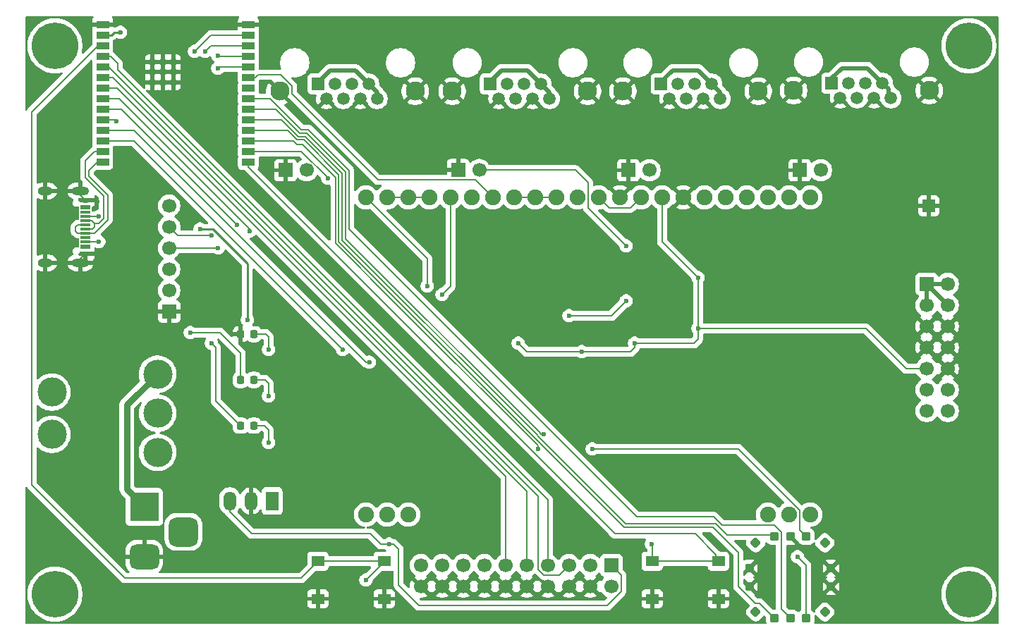
<source format=gtl>
%TF.GenerationSoftware,KiCad,Pcbnew,9.0.4*%
%TF.CreationDate,2025-09-16T13:45:20-04:00*%
%TF.ProjectId,cern-display-controller,6365726e-2d64-4697-9370-6c61792d636f,rev?*%
%TF.SameCoordinates,Original*%
%TF.FileFunction,Copper,L1,Top*%
%TF.FilePolarity,Positive*%
%FSLAX46Y46*%
G04 Gerber Fmt 4.6, Leading zero omitted, Abs format (unit mm)*
G04 Created by KiCad (PCBNEW 9.0.4) date 2025-09-16 13:45:20*
%MOMM*%
%LPD*%
G01*
G04 APERTURE LIST*
G04 Aperture macros list*
%AMRoundRect*
0 Rectangle with rounded corners*
0 $1 Rounding radius*
0 $2 $3 $4 $5 $6 $7 $8 $9 X,Y pos of 4 corners*
0 Add a 4 corners polygon primitive as box body*
4,1,4,$2,$3,$4,$5,$6,$7,$8,$9,$2,$3,0*
0 Add four circle primitives for the rounded corners*
1,1,$1+$1,$2,$3*
1,1,$1+$1,$4,$5*
1,1,$1+$1,$6,$7*
1,1,$1+$1,$8,$9*
0 Add four rect primitives between the rounded corners*
20,1,$1+$1,$2,$3,$4,$5,0*
20,1,$1+$1,$4,$5,$6,$7,0*
20,1,$1+$1,$6,$7,$8,$9,0*
20,1,$1+$1,$8,$9,$2,$3,0*%
G04 Aperture macros list end*
%TA.AperFunction,SMDPad,CuDef*%
%ADD10R,1.240000X0.600000*%
%TD*%
%TA.AperFunction,SMDPad,CuDef*%
%ADD11R,1.240000X0.300000*%
%TD*%
%TA.AperFunction,HeatsinkPad*%
%ADD12O,2.100000X1.000000*%
%TD*%
%TA.AperFunction,HeatsinkPad*%
%ADD13O,1.800000X1.000000*%
%TD*%
%TA.AperFunction,SMDPad,CuDef*%
%ADD14RoundRect,0.218750X-0.218750X-0.256250X0.218750X-0.256250X0.218750X0.256250X-0.218750X0.256250X0*%
%TD*%
%TA.AperFunction,ComponentPad*%
%ADD15C,3.500000*%
%TD*%
%TA.AperFunction,ComponentPad*%
%ADD16R,1.500000X1.500000*%
%TD*%
%TA.AperFunction,ComponentPad*%
%ADD17C,1.500000*%
%TD*%
%TA.AperFunction,ComponentPad*%
%ADD18C,2.300000*%
%TD*%
%TA.AperFunction,ComponentPad*%
%ADD19C,3.600000*%
%TD*%
%TA.AperFunction,ConnectorPad*%
%ADD20C,5.600000*%
%TD*%
%TA.AperFunction,SMDPad,CuDef*%
%ADD21RoundRect,0.150000X0.000000X-0.494975X0.494975X0.000000X0.000000X0.494975X-0.494975X0.000000X0*%
%TD*%
%TA.AperFunction,SMDPad,CuDef*%
%ADD22RoundRect,0.150000X-0.350000X-0.350000X0.350000X-0.350000X0.350000X0.350000X-0.350000X0.350000X0*%
%TD*%
%TA.AperFunction,SMDPad,CuDef*%
%ADD23R,1.550000X1.300000*%
%TD*%
%TA.AperFunction,ComponentPad*%
%ADD24C,1.905000*%
%TD*%
%TA.AperFunction,ComponentPad*%
%ADD25R,1.500000X2.300000*%
%TD*%
%TA.AperFunction,ComponentPad*%
%ADD26O,1.500000X2.300000*%
%TD*%
%TA.AperFunction,ComponentPad*%
%ADD27R,1.700000X1.700000*%
%TD*%
%TA.AperFunction,ComponentPad*%
%ADD28C,1.700000*%
%TD*%
%TA.AperFunction,SMDPad,CuDef*%
%ADD29R,1.500000X0.900000*%
%TD*%
%TA.AperFunction,SMDPad,CuDef*%
%ADD30R,0.800000X0.800000*%
%TD*%
%TA.AperFunction,ComponentPad*%
%ADD31R,3.500000X3.500000*%
%TD*%
%TA.AperFunction,ComponentPad*%
%ADD32RoundRect,0.750000X1.000000X-0.750000X1.000000X0.750000X-1.000000X0.750000X-1.000000X-0.750000X0*%
%TD*%
%TA.AperFunction,ComponentPad*%
%ADD33RoundRect,0.875000X0.875000X-0.875000X0.875000X0.875000X-0.875000X0.875000X-0.875000X-0.875000X0*%
%TD*%
%TA.AperFunction,ViaPad*%
%ADD34C,0.600000*%
%TD*%
%TA.AperFunction,Conductor*%
%ADD35C,0.203200*%
%TD*%
%TA.AperFunction,Conductor*%
%ADD36C,0.254000*%
%TD*%
%TA.AperFunction,Conductor*%
%ADD37C,0.200000*%
%TD*%
%TA.AperFunction,Conductor*%
%ADD38C,0.508000*%
%TD*%
%TA.AperFunction,Conductor*%
%ADD39C,0.762000*%
%TD*%
G04 APERTURE END LIST*
D10*
%TO.P,CN6,A1,GND*%
%TO.N,GND*%
X103484000Y-80112000D03*
%TO.P,CN6,A4,VBUS*%
%TO.N,unconnected-(CN6-VBUS-PadA4)_3*%
X103484000Y-80912000D03*
D11*
%TO.P,CN6,A5,CC1*%
%TO.N,Net-(CN6-CC1)*%
X103484000Y-82062000D03*
%TO.P,CN6,A6,D+*%
%TO.N,USB_D+*%
X103484000Y-83062000D03*
%TO.P,CN6,A7,D-*%
%TO.N,USB_D-*%
X103484000Y-83562000D03*
%TO.P,CN6,A8,SBU1*%
%TO.N,unconnected-(CN6-SBU1-PadA8)*%
X103484000Y-84562000D03*
D10*
%TO.P,CN6,A9,VBUS*%
%TO.N,unconnected-(CN6-VBUS-PadA4)_1*%
X103484000Y-85712000D03*
%TO.P,CN6,A12,GND*%
%TO.N,GND*%
X103484000Y-86512000D03*
%TO.P,CN6,B1,GND*%
X103484000Y-86512000D03*
%TO.P,CN6,B4,VBUS*%
%TO.N,unconnected-(CN6-VBUS-PadA4)_2*%
X103484000Y-85712000D03*
D11*
%TO.P,CN6,B5,CC2*%
%TO.N,Net-(CN6-CC2)*%
X103484000Y-85062000D03*
%TO.P,CN6,B6,D+*%
%TO.N,USB_D+*%
X103484000Y-84062000D03*
%TO.P,CN6,B7,D-*%
%TO.N,USB_D-*%
X103484000Y-82562000D03*
%TO.P,CN6,B8,SBU2*%
%TO.N,unconnected-(CN6-SBU2-PadB8)*%
X103484000Y-81562000D03*
D10*
%TO.P,CN6,B9,VBUS*%
%TO.N,unconnected-(CN6-VBUS-PadA4)*%
X103484000Y-80912000D03*
%TO.P,CN6,B12,GND*%
%TO.N,GND*%
X103484000Y-80112000D03*
D12*
%TO.P,CN6,S1,SHIELD*%
X102884000Y-78992000D03*
D13*
X98684000Y-78992000D03*
D12*
X102884000Y-87632000D03*
D13*
X98684000Y-87632000D03*
%TD*%
D14*
%TO.P,LED1,1,K*%
%TO.N,GND*%
X122123000Y-96190000D03*
%TO.P,LED1,2,A*%
%TO.N,Net-(LED1-A)*%
X123698000Y-96190000D03*
%TD*%
D15*
%TO.P,SW1,*%
%TO.N,*%
X99453500Y-103160000D03*
X99453500Y-108240000D03*
%TO.P,SW1,1,A*%
%TO.N,unconnected-(SW1-A-Pad1)*%
X112153500Y-110400000D03*
%TO.P,SW1,2,B*%
%TO.N,+15V*%
X112153500Y-105700000D03*
%TO.P,SW1,3,C*%
%TO.N,/IO+UI/PWRIN_UNSW*%
X112153500Y-101000000D03*
%TD*%
D14*
%TO.P,LED3,1,K*%
%TO.N,LED_WIFI*%
X122123000Y-107190000D03*
%TO.P,LED3,2,A*%
%TO.N,Net-(LED3-A)*%
X123698000Y-107190000D03*
%TD*%
D16*
%TO.P,CN4,1*%
%TO.N,/IO+UI/LINK3_+15V*%
X172590000Y-66125000D03*
D17*
%TO.P,CN4,2*%
%TO.N,GND*%
X173606000Y-67905000D03*
%TO.P,CN4,3*%
X174622000Y-66125000D03*
%TO.P,CN4,4*%
%TO.N,LINK3_SDA*%
X175638000Y-67905000D03*
%TO.P,CN4,5*%
%TO.N,LINK3_SCL*%
X176654000Y-66125000D03*
%TO.P,CN4,6*%
%TO.N,GND*%
X177670000Y-67905000D03*
%TO.P,CN4,7*%
%TO.N,/IO+UI/LINK3_+15V*%
X178686000Y-66125000D03*
%TO.P,CN4,8*%
X179702000Y-67905000D03*
D18*
%TO.P,CN4,SH*%
%TO.N,GND*%
X168020000Y-67015000D03*
X184280000Y-67015000D03*
%TD*%
D19*
%TO.P,REF\u002A\u002A,1*%
%TO.N,N/C*%
X209550000Y-61550550D03*
D20*
X209550000Y-61550550D03*
%TD*%
D21*
%TO.P,SW4,*%
%TO.N,*%
X183950000Y-121250000D03*
X183950000Y-129550000D03*
X192250000Y-121250000D03*
X192250000Y-129550000D03*
D22*
%TO.P,SW4,A*%
%TO.N,GND*%
X183200000Y-126500000D03*
%TO.P,SW4,B*%
X193000000Y-126500000D03*
%TO.P,SW4,C*%
X193000000Y-124300000D03*
%TO.P,SW4,D*%
X183200000Y-124300000D03*
%TO.P,SW4,E*%
%TO.N,BTN_LEFT*%
X186200000Y-120500000D03*
%TO.P,SW4,F*%
%TO.N,GND*%
X188100000Y-120500000D03*
%TO.P,SW4,G*%
%TO.N,BTN_UP*%
X190000000Y-120500000D03*
%TO.P,SW4,H*%
%TO.N,BTN_DOWN*%
X186200000Y-130300000D03*
%TO.P,SW4,J*%
%TO.N,BTN_SELECT*%
X188100000Y-130300000D03*
%TO.P,SW4,K*%
%TO.N,BTN_RIGHT*%
X190000000Y-130300000D03*
%TD*%
D16*
%TO.P,CN5,1*%
%TO.N,/IO+UI/LINK4_+15V*%
X193090000Y-66040000D03*
D17*
%TO.P,CN5,2*%
%TO.N,GND*%
X194106000Y-67820000D03*
%TO.P,CN5,3*%
X195122000Y-66040000D03*
%TO.P,CN5,4*%
%TO.N,LINK4_SDA*%
X196138000Y-67820000D03*
%TO.P,CN5,5*%
%TO.N,LINK4_SCL*%
X197154000Y-66040000D03*
%TO.P,CN5,6*%
%TO.N,GND*%
X198170000Y-67820000D03*
%TO.P,CN5,7*%
%TO.N,/IO+UI/LINK4_+15V*%
X199186000Y-66040000D03*
%TO.P,CN5,8*%
X200202000Y-67820000D03*
D18*
%TO.P,CN5,SH*%
%TO.N,GND*%
X188520000Y-66930000D03*
X204780000Y-66930000D03*
%TD*%
D16*
%TO.P,CN3,1*%
%TO.N,/IO+UI/LINK2_+15V*%
X152090000Y-66125000D03*
D17*
%TO.P,CN3,2*%
%TO.N,GND*%
X153106000Y-67905000D03*
%TO.P,CN3,3*%
X154122000Y-66125000D03*
%TO.P,CN3,4*%
%TO.N,LINK2_SDA*%
X155138000Y-67905000D03*
%TO.P,CN3,5*%
%TO.N,LINK2_SCL*%
X156154000Y-66125000D03*
%TO.P,CN3,6*%
%TO.N,GND*%
X157170000Y-67905000D03*
%TO.P,CN3,7*%
%TO.N,/IO+UI/LINK2_+15V*%
X158186000Y-66125000D03*
%TO.P,CN3,8*%
X159202000Y-67905000D03*
D18*
%TO.P,CN3,SH*%
%TO.N,GND*%
X147520000Y-67015000D03*
X163780000Y-67015000D03*
%TD*%
D23*
%TO.P,SW2,1,1*%
%TO.N,GND*%
X139362000Y-127980000D03*
X131402000Y-127980000D03*
%TO.P,SW2,2,2*%
%TO.N,ESP_~{RESET}*%
X139362000Y-123480000D03*
X131402000Y-123480000D03*
%TD*%
D24*
%TO.P,DSP1,1,A1+*%
%TO.N,unconnected-(DSP1-A1+-Pad1)*%
X137160000Y-117856000D03*
%TO.P,DSP1,2,A2+*%
%TO.N,unconnected-(DSP1-A2+-Pad2)*%
X139700000Y-117856000D03*
%TO.P,DSP1,3,A3+*%
%TO.N,unconnected-(DSP1-A3+-Pad3)*%
X142240000Y-117856000D03*
%TO.P,DSP1,20,C1-*%
%TO.N,unconnected-(DSP1-C1--Pad20)*%
X185420000Y-117856000D03*
%TO.P,DSP1,21,C2-*%
%TO.N,unconnected-(DSP1-C2--Pad21)*%
X187960000Y-117856000D03*
%TO.P,DSP1,22,C3-*%
%TO.N,unconnected-(DSP1-C3--Pad22)*%
X190500000Y-117856000D03*
%TO.P,DSP1,23,VOUT*%
%TO.N,Net-(DSP1-VOUT)*%
X190500000Y-79756000D03*
%TO.P,DSP1,24,V0*%
%TO.N,Net-(DSP1-V0)*%
X187960000Y-79756000D03*
%TO.P,DSP1,25,V1*%
%TO.N,Net-(DSP1-V1)*%
X185420000Y-79756000D03*
%TO.P,DSP1,26,V2*%
%TO.N,Net-(DSP1-V2)*%
X182880000Y-79756000D03*
%TO.P,DSP1,27,V3*%
%TO.N,Net-(DSP1-V3)*%
X180340000Y-79756000D03*
%TO.P,DSP1,28,V4*%
%TO.N,Net-(DSP1-V4)*%
X177800000Y-79756000D03*
%TO.P,DSP1,29,IM2*%
%TO.N,GND*%
X175260000Y-79756000D03*
%TO.P,DSP1,30,IM1*%
%TO.N,+3.3V*%
X172720000Y-79756000D03*
%TO.P,DSP1,31,VDD*%
X170180000Y-79756000D03*
%TO.P,DSP1,32,VSS*%
%TO.N,GND*%
X167640000Y-79756000D03*
%TO.P,DSP1,33,D7*%
%TO.N,+3.3V*%
X165100000Y-79756000D03*
%TO.P,DSP1,34,D6*%
X162560000Y-79756000D03*
%TO.P,DSP1,35,D5*%
X160020000Y-79756000D03*
%TO.P,DSP1,36,D4*%
X157480000Y-79756000D03*
%TO.P,DSP1,37,D3*%
X154940000Y-79756000D03*
%TO.P,DSP1,38,D2/MISO/SDA2*%
%TO.N,LCD_MISO*%
X152400000Y-79756000D03*
%TO.P,DSP1,39,D1/MOSI/SDA1*%
%TO.N,LCD_MOSI*%
X149860000Y-79756000D03*
%TO.P,DSP1,40,D0/SCK/SCL*%
%TO.N,LCD_SCLK*%
X147320000Y-79756000D03*
%TO.P,DSP1,41,ENABLE*%
%TO.N,+3.3V*%
X144780000Y-79756000D03*
%TO.P,DSP1,42,READ/~{WRITE}*%
X142240000Y-79756000D03*
%TO.P,DSP1,43,RS/DATA_~{CMD}*%
X139700000Y-79756000D03*
%TO.P,DSP1,44,~{RESET}*%
%TO.N,LCD_~{RESET}*%
X137160000Y-79756000D03*
%TD*%
D19*
%TO.P,REF\u002A\u002A,1*%
%TO.N,N/C*%
X99822000Y-127425450D03*
D20*
X99822000Y-127425450D03*
%TD*%
D25*
%TO.P,U1,1,IN*%
%TO.N,Net-(U1-IN)*%
X125894000Y-116233500D03*
D26*
%TO.P,U1,2,GND*%
%TO.N,GND*%
X123354000Y-116233500D03*
%TO.P,U1,3,OUT*%
%TO.N,+3.3V*%
X120814000Y-116233500D03*
%TD*%
D27*
%TO.P,JP3,1,A*%
%TO.N,GND*%
X168656000Y-76500000D03*
D28*
%TO.P,JP3,2,B*%
%TO.N,/LINK3_EN*%
X171196000Y-76500000D03*
%TD*%
D27*
%TO.P,JP4,1,A*%
%TO.N,GND*%
X189230000Y-76500000D03*
D28*
%TO.P,JP4,2,B*%
%TO.N,/LINK4_EN*%
X191770000Y-76500000D03*
%TD*%
D27*
%TO.P,CN8,1,Pin_1*%
%TO.N,+3.3V*%
X166624000Y-123952000D03*
D28*
%TO.P,CN8,2,Pin_2*%
%TO.N,unconnected-(CN8-Pin_2-Pad2)*%
X166624000Y-126492000D03*
%TO.P,CN8,3,Pin_3*%
%TO.N,unconnected-(CN8-Pin_3-Pad3)*%
X164084000Y-123952000D03*
%TO.P,CN8,4,Pin_4*%
%TO.N,GND*%
X164084000Y-126492000D03*
%TO.P,CN8,5,Pin_5*%
%TO.N,JTAG_TDI*%
X161544000Y-123952000D03*
%TO.P,CN8,6,Pin_6*%
%TO.N,GND*%
X161544000Y-126492000D03*
%TO.P,CN8,7,Pin_7*%
%TO.N,JTAG_TMS*%
X159004000Y-123952000D03*
%TO.P,CN8,8,Pin_8*%
%TO.N,GND*%
X159004000Y-126492000D03*
%TO.P,CN8,9,Pin_9*%
%TO.N,JTAG_TCK*%
X156464000Y-123952000D03*
%TO.P,CN8,10,Pin_10*%
%TO.N,GND*%
X156464000Y-126492000D03*
%TO.P,CN8,11,Pin_11*%
%TO.N,JTAG_TDO*%
X153924000Y-123952000D03*
%TO.P,CN8,12,Pin_12*%
%TO.N,GND*%
X153924000Y-126492000D03*
%TO.P,CN8,13,Pin_13*%
%TO.N,unconnected-(CN8-Pin_13-Pad13)*%
X151384000Y-123952000D03*
%TO.P,CN8,14,Pin_14*%
%TO.N,GND*%
X151384000Y-126492000D03*
%TO.P,CN8,15,Pin_15*%
%TO.N,ESP_~{RESET}*%
X148844000Y-123952000D03*
%TO.P,CN8,16,Pin_16*%
%TO.N,GND*%
X148844000Y-126492000D03*
%TO.P,CN8,17,Pin_17*%
%TO.N,unconnected-(CN8-Pin_17-Pad17)*%
X146304000Y-123952000D03*
%TO.P,CN8,18,Pin_18*%
%TO.N,GND*%
X146304000Y-126492000D03*
%TO.P,CN8,19,Pin_19*%
%TO.N,unconnected-(CN8-Pin_19-Pad19)*%
X143764000Y-123952000D03*
%TO.P,CN8,20,Pin_20*%
%TO.N,GND*%
X143764000Y-126492000D03*
%TD*%
D14*
%TO.P,LED2,1,K*%
%TO.N,LED_STATUS*%
X122123000Y-101690000D03*
%TO.P,LED2,2,A*%
%TO.N,Net-(LED2-A)*%
X123698000Y-101690000D03*
%TD*%
D16*
%TO.P,CN2,1*%
%TO.N,/IO+UI/LINK1_+15V*%
X131404000Y-66125000D03*
D17*
%TO.P,CN2,2*%
%TO.N,GND*%
X132420000Y-67905000D03*
%TO.P,CN2,3*%
X133436000Y-66125000D03*
%TO.P,CN2,4*%
%TO.N,LINK1_SDA*%
X134452000Y-67905000D03*
%TO.P,CN2,5*%
%TO.N,LINK1_SCL*%
X135468000Y-66125000D03*
%TO.P,CN2,6*%
%TO.N,GND*%
X136484000Y-67905000D03*
%TO.P,CN2,7*%
%TO.N,/IO+UI/LINK1_+15V*%
X137500000Y-66125000D03*
%TO.P,CN2,8*%
X138516000Y-67905000D03*
D18*
%TO.P,CN2,SH*%
%TO.N,GND*%
X126834000Y-67015000D03*
X143094000Y-67015000D03*
%TD*%
D23*
%TO.P,SW3,1,1*%
%TO.N,GND*%
X179494000Y-127980000D03*
X171534000Y-127980000D03*
%TO.P,SW3,2,2*%
%TO.N,BOOT1*%
X179494000Y-123480000D03*
X171534000Y-123480000D03*
%TD*%
D19*
%TO.P,REF\u002A\u002A,1*%
%TO.N,N/C*%
X99822000Y-61550550D03*
D20*
X99822000Y-61550550D03*
%TD*%
D16*
%TO.P,TP1,1,1*%
%TO.N,GND*%
X204724000Y-80772000D03*
%TD*%
D29*
%TO.P,U3,1,GND*%
%TO.N,GND*%
X105550000Y-59000000D03*
%TO.P,U3,2,3V3*%
%TO.N,+3.3V*%
X105550000Y-60270000D03*
%TO.P,U3,3,EN/CHIP_PU*%
%TO.N,ESP_~{RESET}*%
X105550000Y-61540000D03*
%TO.P,U3,4,MTMS/GPIO4/ADC1_CH4*%
%TO.N,JTAG_TMS*%
X105550000Y-62810000D03*
%TO.P,U3,5,MTDI/GPIO5/ADC1_CH5*%
%TO.N,JTAG_TDI*%
X105550000Y-64080000D03*
%TO.P,U3,6,MTCK/GPIO6/ADC1_CH6*%
%TO.N,JTAG_TCK*%
X105550000Y-65350000D03*
%TO.P,U3,7,MTDO/GPIO7*%
%TO.N,JTAG_TDO*%
X105550000Y-66620000D03*
%TO.P,U3,8,GPIO0/ADC1_CH0/XTAL_32K_P*%
%TO.N,LCD_SCLK*%
X105550000Y-67890000D03*
%TO.P,U3,9,GPIO1/ADC1_CH1/XTAL_32K_N*%
%TO.N,LCD_~{RESET}*%
X105550000Y-69160000D03*
%TO.P,U3,10,GPIO8*%
%TO.N,BOOT0*%
X105550000Y-70430000D03*
%TO.P,U3,11,GPIO10*%
%TO.N,MCU_SCL*%
X105550000Y-71700000D03*
%TO.P,U3,12,GPIO11*%
%TO.N,MCU_SDA*%
X105550000Y-72970000D03*
%TO.P,U3,13,GPIO12/USB_D-*%
%TO.N,USB_D-*%
X105550000Y-74240000D03*
%TO.P,U3,14,GPIO13/USB_D+*%
%TO.N,USB_D+*%
X105550000Y-75510000D03*
%TO.P,U3,15,GPIO9*%
%TO.N,BOOT1*%
X123050000Y-75510000D03*
%TO.P,U3,16,GPIO18*%
%TO.N,LCD_MOSI*%
X123050000Y-74240000D03*
%TO.P,U3,17,GPIO19*%
%TO.N,BTN_UP*%
X123050000Y-72970000D03*
%TO.P,U3,18,GPIO20*%
%TO.N,BTN_DOWN*%
X123050000Y-71700000D03*
%TO.P,U3,19,GPIO21*%
%TO.N,BTN_LEFT*%
X123050000Y-70430000D03*
%TO.P,U3,20,GPIO22*%
%TO.N,BTN_RIGHT*%
X123050000Y-69160000D03*
%TO.P,U3,21,GPIO23*%
%TO.N,BTN_SELECT*%
X123050000Y-67890000D03*
%TO.P,U3,22,NC*%
%TO.N,unconnected-(U3-NC-Pad22)*%
X123050000Y-66620000D03*
%TO.P,U3,23,GPIO15*%
%TO.N,LCD_MISO*%
X123050000Y-65350000D03*
%TO.P,U3,24,U0RXD/GPIO17*%
%TO.N,UART_RX_I*%
X123050000Y-64080000D03*
%TO.P,U3,25,U0TXD/GPIO16*%
%TO.N,UART_TX_O*%
X123050000Y-62810000D03*
%TO.P,U3,26,GPIO3/ADC1_CH3*%
%TO.N,LED_WIFI*%
X123050000Y-61540000D03*
%TO.P,U3,27,GPIO2/ADC1_CH2*%
%TO.N,LED_STATUS*%
X123050000Y-60270000D03*
%TO.P,U3,28,GND*%
%TO.N,GND*%
X123050000Y-59000000D03*
D30*
%TO.P,U3,29,GND*%
X111545000Y-63470000D03*
X111545000Y-64720000D03*
X111545000Y-65970000D03*
X112795000Y-63470000D03*
X112795000Y-64720000D03*
X112795000Y-65970000D03*
X114045000Y-63470000D03*
X114045000Y-64720000D03*
X114045000Y-65970000D03*
%TD*%
D27*
%TO.P,CN9,1,Pin_1*%
%TO.N,+15V*%
X204470000Y-90170000D03*
D28*
%TO.P,CN9,2,Pin_2*%
X207010000Y-90170000D03*
%TO.P,CN9,3,Pin_3*%
X204470000Y-92710000D03*
%TO.P,CN9,4,Pin_4*%
X207010000Y-92710000D03*
%TO.P,CN9,5,Pin_5*%
%TO.N,GND*%
X204470000Y-95250000D03*
%TO.P,CN9,6,Pin_6*%
X207010000Y-95250000D03*
%TO.P,CN9,7,Pin_7*%
X204470000Y-97790000D03*
%TO.P,CN9,8,Pin_8*%
X207010000Y-97790000D03*
%TO.P,CN9,9,Pin_9*%
%TO.N,+3.3V*%
X204470000Y-100330000D03*
%TO.P,CN9,10,Pin_10*%
%TO.N,GND*%
X207010000Y-100330000D03*
%TO.P,CN9,11,Pin_11*%
%TO.N,EXPSDA2*%
X204470000Y-102870000D03*
%TO.P,CN9,12,Pin_12*%
%TO.N,EXPSDA1*%
X207010000Y-102870000D03*
%TO.P,CN9,13,Pin_13*%
%TO.N,EXPSCL2*%
X204470000Y-105410000D03*
%TO.P,CN9,14,Pin_14*%
%TO.N,EXPSCL1*%
X207010000Y-105410000D03*
%TD*%
D31*
%TO.P,CN1,1*%
%TO.N,/IO+UI/PWRIN_UNSW*%
X110548500Y-116936000D03*
D32*
%TO.P,CN1,2*%
%TO.N,GND*%
X110548500Y-122936000D03*
D33*
%TO.P,CN1,3*%
%TO.N,N/C*%
X115248500Y-119936000D03*
%TD*%
D27*
%TO.P,JP1,1,A*%
%TO.N,GND*%
X127500000Y-76500000D03*
D28*
%TO.P,JP1,2,B*%
%TO.N,/LINK1_EN*%
X130040000Y-76500000D03*
%TD*%
D27*
%TO.P,CN7,1,Pin_1*%
%TO.N,GND*%
X113538000Y-93472000D03*
D28*
%TO.P,CN7,2,Pin_2*%
%TO.N,unconnected-(CN7-Pin_2-Pad2)*%
X113538000Y-90932000D03*
%TO.P,CN7,3,Pin_3*%
%TO.N,unconnected-(CN7-Pin_3-Pad3)*%
X113538000Y-88392000D03*
%TO.P,CN7,4,Pin_4*%
%TO.N,UART_RX_I*%
X113538000Y-85852000D03*
%TO.P,CN7,5,Pin_5*%
%TO.N,UART_TX_O*%
X113538000Y-83312000D03*
%TO.P,CN7,6,Pin_6*%
%TO.N,unconnected-(CN7-Pin_6-Pad6)*%
X113538000Y-80772000D03*
%TD*%
D27*
%TO.P,JP2,1,A*%
%TO.N,GND*%
X148238861Y-76493504D03*
D28*
%TO.P,JP2,2,B*%
%TO.N,/LINK2_EN*%
X150778861Y-76493504D03*
%TD*%
D19*
%TO.P,REF\u002A\u002A,1*%
%TO.N,N/C*%
X209550000Y-127425450D03*
D20*
X209550000Y-127425450D03*
%TD*%
D34*
%TO.N,GND*%
X170942000Y-85598000D03*
X177038000Y-85598000D03*
X128016000Y-78740000D03*
X104902000Y-80264000D03*
X119126000Y-87122000D03*
X128524000Y-68834000D03*
X185420000Y-93980000D03*
X124714000Y-66548000D03*
X185166000Y-124968000D03*
X116586000Y-129794000D03*
X164338000Y-85598000D03*
X134366000Y-103632000D03*
X158242000Y-85598000D03*
%TO.N,+3.3V*%
X155448000Y-97282000D03*
X122937500Y-94488000D03*
X177038000Y-95504000D03*
X139954000Y-121412000D03*
X163068000Y-98298000D03*
X117251200Y-83566000D03*
X107696000Y-59944000D03*
X169418000Y-97282000D03*
X177038000Y-89408000D03*
%TO.N,ESP_~{RESET}*%
X137160000Y-125730000D03*
%TO.N,Net-(CN6-CC2)*%
X105093000Y-85090000D03*
%TO.N,Net-(CN6-CC1)*%
X105093000Y-82042000D03*
%TO.N,UART_TX_O*%
X118618000Y-84328000D03*
X119380000Y-62738000D03*
%TO.N,UART_RX_I*%
X119380000Y-64262000D03*
X119421203Y-85852000D03*
%TO.N,EXPSDA1*%
X168402000Y-92202000D03*
X161544000Y-93980000D03*
%TO.N,LCD_MOSI*%
X132588000Y-77470000D03*
%TO.N,LCD_SCLK*%
X123190000Y-83820000D03*
X146304000Y-91440000D03*
%TO.N,LCD_~{RESET}*%
X144526000Y-90424000D03*
X121666000Y-83058000D03*
%TO.N,/LINK2_EN*%
X168402000Y-85598000D03*
%TO.N,Net-(LED1-A)*%
X125477500Y-98044000D03*
%TO.N,Net-(LED2-A)*%
X125476000Y-103632000D03*
%TO.N,LED_STATUS*%
X116078000Y-96012000D03*
X116586000Y-62230000D03*
%TO.N,LED_WIFI*%
X118618000Y-97282000D03*
X117856000Y-62230000D03*
%TO.N,Net-(LED3-A)*%
X125476000Y-109220000D03*
%TO.N,BOOT1*%
X171450000Y-121412000D03*
%TO.N,BOOT0*%
X107188000Y-70612000D03*
%TO.N,MCU_SCL*%
X137570200Y-99568000D03*
%TO.N,MCU_SDA*%
X134366000Y-98044000D03*
%TO.N,BTN_RIGHT*%
X158496000Y-108204000D03*
X188976000Y-122936000D03*
%TO.N,BTN_UP*%
X164338000Y-109982000D03*
X157819779Y-109982000D03*
%TD*%
D35*
%TO.N,GND*%
X102884000Y-78992000D02*
X102884000Y-79512000D01*
X102884000Y-87632000D02*
X102884000Y-87112000D01*
X102884000Y-87112000D02*
X103484000Y-86512000D01*
X102884000Y-79512000D02*
X103484000Y-80112000D01*
%TO.N,+3.3V*%
X163068000Y-98298000D02*
X168910000Y-98298000D01*
D36*
X107696000Y-59944000D02*
X106934000Y-59944000D01*
D35*
X139954000Y-121412000D02*
X138948600Y-121412000D01*
X172720000Y-79756000D02*
X172720000Y-85090000D01*
X202000000Y-100330000D02*
X204470000Y-100330000D01*
X154940000Y-79756000D02*
X157480000Y-79756000D01*
X123444000Y-120142000D02*
X120814000Y-117512000D01*
D36*
X106934000Y-59944000D02*
X106608000Y-60270000D01*
D35*
X141096000Y-126364000D02*
X143510000Y-128778000D01*
X168921700Y-81014300D02*
X170180000Y-79756000D01*
D36*
X118809200Y-83566000D02*
X117251200Y-83566000D01*
D35*
X177038000Y-95504000D02*
X177038000Y-96774000D01*
X143510000Y-128778000D02*
X166116000Y-128778000D01*
D36*
X122936000Y-91948000D02*
X122936000Y-94486500D01*
D35*
X177038000Y-95504000D02*
X177038000Y-89408000D01*
X160020000Y-79756000D02*
X157480000Y-79756000D01*
X141096000Y-122046000D02*
X141096000Y-126364000D01*
X138948600Y-121412000D02*
X137678600Y-120142000D01*
X168910000Y-98298000D02*
X169418000Y-97790000D01*
X172720000Y-85090000D02*
X177038000Y-89408000D01*
X142240000Y-79756000D02*
X139700000Y-79756000D01*
X163068000Y-98298000D02*
X156464000Y-98298000D01*
X177038000Y-95504000D02*
X197174000Y-95504000D01*
X166358300Y-81014300D02*
X168921700Y-81014300D01*
X176530000Y-97282000D02*
X169418000Y-97282000D01*
X156464000Y-98298000D02*
X155448000Y-97282000D01*
X144780000Y-79756000D02*
X142240000Y-79756000D01*
X165100000Y-79756000D02*
X166358300Y-81014300D01*
D36*
X106608000Y-60270000D02*
X105550000Y-60270000D01*
D35*
X122936000Y-94486500D02*
X122937500Y-94488000D01*
X197174000Y-95504000D02*
X202000000Y-100330000D01*
X166116000Y-128778000D02*
X167779800Y-127114200D01*
X139954000Y-121412000D02*
X140462000Y-121412000D01*
D36*
X122936000Y-91948000D02*
X122936000Y-87692800D01*
D35*
X137678600Y-120142000D02*
X123444000Y-120142000D01*
X177038000Y-96774000D02*
X176530000Y-97282000D01*
X140462000Y-121412000D02*
X141096000Y-122046000D01*
X120814000Y-117512000D02*
X120814000Y-116233500D01*
X169418000Y-97790000D02*
X169418000Y-97282000D01*
X167779800Y-125107800D02*
X166624000Y-123952000D01*
X167779800Y-127114200D02*
X167779800Y-125107800D01*
D36*
X122936000Y-87692800D02*
X118809200Y-83566000D01*
D35*
%TO.N,ESP_~{RESET}*%
X131402000Y-123480000D02*
X129406000Y-125476000D01*
X129406000Y-125476000D02*
X108204000Y-125476000D01*
X139362000Y-123480000D02*
X139362000Y-123528000D01*
X131402000Y-123480000D02*
X139362000Y-123480000D01*
X108204000Y-125476000D02*
X97028000Y-114300000D01*
X139362000Y-123528000D02*
X137160000Y-125730000D01*
X97028000Y-114300000D02*
X97028000Y-69520400D01*
X105008400Y-61540000D02*
X105550000Y-61540000D01*
X97028000Y-69520400D02*
X105008400Y-61540000D01*
%TO.N,Net-(CN6-CC2)*%
X105065000Y-85062000D02*
X105093000Y-85090000D01*
X103484000Y-85062000D02*
X105065000Y-85062000D01*
D37*
%TO.N,USB_D-*%
X105697200Y-82292268D02*
X105697200Y-79598826D01*
X103484000Y-83562000D02*
X104335000Y-83562000D01*
X105550000Y-74240000D02*
X106168200Y-74240000D01*
X103481800Y-75358200D02*
X104600000Y-74240000D01*
X104335000Y-83562000D02*
X104585000Y-83312000D01*
X103484000Y-82562000D02*
X104260800Y-82562000D01*
X104585000Y-82886200D02*
X104585000Y-83312000D01*
X104260800Y-82562000D02*
X104585000Y-82886200D01*
X104600000Y-74240000D02*
X105550000Y-74240000D01*
X103481800Y-77383425D02*
X103481800Y-75358200D01*
X105697200Y-79598826D02*
X103481800Y-77383425D01*
X104585000Y-82886200D02*
X105103268Y-82886200D01*
X105103268Y-82886200D02*
X105697200Y-82292268D01*
X105550000Y-74240000D02*
X106088400Y-74240000D01*
%TO.N,USB_D+*%
X103886000Y-76540397D02*
X104916397Y-75510000D01*
X102549000Y-83062000D02*
X103484000Y-83062000D01*
X103484000Y-84062000D02*
X102541000Y-84062000D01*
X106147180Y-82478656D02*
X106147180Y-79477180D01*
X103886000Y-77216000D02*
X103886000Y-76540397D01*
X106147180Y-79477180D02*
X103886000Y-77216000D01*
X106183603Y-75510000D02*
X105550000Y-75510000D01*
X102541000Y-84062000D02*
X102299000Y-83820000D01*
X102299000Y-83312000D02*
X102549000Y-83062000D01*
X104563836Y-84062000D02*
X106147180Y-82478656D01*
X102299000Y-83820000D02*
X102299000Y-83312000D01*
X104916397Y-75510000D02*
X105550000Y-75510000D01*
X103484000Y-84062000D02*
X104563836Y-84062000D01*
D35*
%TO.N,Net-(CN6-CC1)*%
X103484000Y-82062000D02*
X105073000Y-82062000D01*
X105073000Y-82062000D02*
X105093000Y-82042000D01*
%TO.N,UART_TX_O*%
X114554000Y-84328000D02*
X113538000Y-83312000D01*
X118618000Y-84328000D02*
X114554000Y-84328000D01*
X119380000Y-62738000D02*
X119452000Y-62810000D01*
X119452000Y-62810000D02*
X123050000Y-62810000D01*
%TO.N,UART_RX_I*%
X119380000Y-85852000D02*
X119421203Y-85852000D01*
X119367675Y-85852000D02*
X113538000Y-85852000D01*
X119380000Y-64262000D02*
X119562000Y-64080000D01*
X119562000Y-64080000D02*
X123050000Y-64080000D01*
X119380000Y-85946731D02*
X119380000Y-85852000D01*
X119421203Y-85905528D02*
X119367675Y-85852000D01*
X119421203Y-85852000D02*
X119421203Y-85905528D01*
%TO.N,JTAG_TDO*%
X107260000Y-66620000D02*
X153924000Y-113284000D01*
X105550000Y-66620000D02*
X107260000Y-66620000D01*
X153924000Y-113284000D02*
X153924000Y-123952000D01*
%TO.N,JTAG_TMS*%
X107351449Y-64425449D02*
X159004000Y-116078000D01*
X159004000Y-116078000D02*
X159004000Y-123952000D01*
X107351449Y-63658249D02*
X106503200Y-62810000D01*
X106503200Y-62810000D02*
X105550000Y-62810000D01*
X107351449Y-64425449D02*
X107351449Y-63658249D01*
%TO.N,JTAG_TCK*%
X106752000Y-65350000D02*
X156464000Y-115062000D01*
X105550000Y-65350000D02*
X106752000Y-65350000D01*
X105550000Y-65350000D02*
X105550000Y-65501809D01*
X156464000Y-115062000D02*
X156464000Y-123952000D01*
%TO.N,JTAG_TDI*%
X105550000Y-64080000D02*
X106244000Y-64080000D01*
X106244000Y-64080000D02*
X157848200Y-115684200D01*
X157848200Y-124430749D02*
X158525251Y-125107800D01*
X157848200Y-115684200D02*
X157848200Y-124430749D01*
X158525251Y-125107800D02*
X160388200Y-125107800D01*
X160388200Y-125107800D02*
X161544000Y-123952000D01*
D38*
%TO.N,+15V*%
X204470000Y-90170000D02*
X207010000Y-92710000D01*
X204470000Y-90170000D02*
X207010000Y-90170000D01*
X204470000Y-92710000D02*
X204470000Y-90170000D01*
D35*
%TO.N,EXPSDA1*%
X166624000Y-93980000D02*
X168402000Y-92202000D01*
X161544000Y-93980000D02*
X166624000Y-93980000D01*
%TO.N,LCD_MOSI*%
X132588000Y-77413451D02*
X132588000Y-77470000D01*
X123050000Y-74240000D02*
X129414549Y-74240000D01*
X129414549Y-74240000D02*
X132588000Y-77413451D01*
%TO.N,LCD_MISO*%
X123050000Y-65350000D02*
X123880000Y-65350000D01*
X126901813Y-65024000D02*
X128289800Y-66411987D01*
X124206000Y-65024000D02*
X126901813Y-65024000D01*
X123880000Y-65350000D02*
X124206000Y-65024000D01*
X150293304Y-77649304D02*
X152400000Y-79756000D01*
X128289800Y-67329800D02*
X138609304Y-77649304D01*
X138609304Y-77649304D02*
X150293304Y-77649304D01*
X128289800Y-66411987D02*
X128289800Y-67329800D01*
%TO.N,LCD_SCLK*%
X123190000Y-83820000D02*
X123190000Y-83566000D01*
X146304000Y-91440000D02*
X147320000Y-90424000D01*
X107514000Y-67890000D02*
X105550000Y-67890000D01*
X123190000Y-83566000D02*
X107514000Y-67890000D01*
X147320000Y-90424000D02*
X147320000Y-79756000D01*
%TO.N,LCD_~{RESET}*%
X144526000Y-90424000D02*
X144526000Y-87122000D01*
X107756852Y-69160000D02*
X105550000Y-69160000D01*
X120473367Y-81876515D02*
X107756852Y-69160000D01*
X120484515Y-81876515D02*
X120473367Y-81876515D01*
X121666000Y-83058000D02*
X120484515Y-81876515D01*
X144526000Y-87122000D02*
X137160000Y-79756000D01*
%TO.N,/LINK2_EN*%
X163830000Y-81026000D02*
X168402000Y-85598000D01*
X162345504Y-76493504D02*
X163830000Y-77978000D01*
X150778861Y-76493504D02*
X162345504Y-76493504D01*
X163830000Y-77978000D02*
X163830000Y-81026000D01*
%TO.N,Net-(LED1-A)*%
X123698000Y-96190000D02*
X123698000Y-96266000D01*
X125146000Y-96190000D02*
X125476000Y-96520000D01*
X123698000Y-96190000D02*
X125146000Y-96190000D01*
X125476000Y-98042500D02*
X125477500Y-98044000D01*
X125476000Y-98044000D02*
X125477500Y-98044000D01*
X125476000Y-96520000D02*
X125476000Y-98042500D01*
%TO.N,Net-(LED2-A)*%
X125058000Y-101690000D02*
X123698000Y-101690000D01*
X125476000Y-102108000D02*
X125058000Y-101690000D01*
X125476000Y-103632000D02*
X125476000Y-102108000D01*
%TO.N,LED_STATUS*%
X122123000Y-101690000D02*
X122123000Y-98501000D01*
X122123000Y-98501000D02*
X119634000Y-96012000D01*
X119634000Y-96012000D02*
X116078000Y-96012000D01*
X123050000Y-60270000D02*
X118546000Y-60270000D01*
X118546000Y-60270000D02*
X116586000Y-62230000D01*
%TO.N,LED_WIFI*%
X123050000Y-61540000D02*
X118546000Y-61540000D01*
X119126000Y-104193000D02*
X122123000Y-107190000D01*
X119126000Y-97790000D02*
X119126000Y-104193000D01*
X118618000Y-97282000D02*
X119126000Y-97790000D01*
X118546000Y-61540000D02*
X117856000Y-62230000D01*
%TO.N,Net-(LED3-A)*%
X125476000Y-107696000D02*
X124970000Y-107190000D01*
X125476000Y-109220000D02*
X125476000Y-107696000D01*
X124970000Y-107190000D02*
X123698000Y-107190000D01*
%TO.N,BOOT1*%
X123050000Y-76126676D02*
X167084524Y-120161200D01*
X176669200Y-120161200D02*
X179170600Y-122662600D01*
X167084524Y-120161200D02*
X176669200Y-120161200D01*
X123050000Y-75510000D02*
X123050000Y-76126676D01*
X179170600Y-122662600D02*
X179170600Y-123480000D01*
X171534000Y-121496000D02*
X171450000Y-121412000D01*
X171534000Y-123480000D02*
X171534000Y-121496000D01*
X171534000Y-123480000D02*
X179170600Y-123480000D01*
%TO.N,BOOT0*%
X107006000Y-70430000D02*
X107188000Y-70612000D01*
X105550000Y-70430000D02*
X107006000Y-70430000D01*
%TO.N,MCU_SCL*%
X109292000Y-71700000D02*
X137160000Y-99568000D01*
X105550000Y-71700000D02*
X109292000Y-71700000D01*
X137160000Y-99568000D02*
X137570200Y-99568000D01*
%TO.N,MCU_SDA*%
X105550000Y-72970000D02*
X109292000Y-72970000D01*
X109292000Y-72970000D02*
X134366000Y-98044000D01*
%TO.N,BTN_DOWN*%
X128881936Y-72850200D02*
X129746200Y-72850200D01*
X181864000Y-126512756D02*
X183875244Y-128524000D01*
X133905800Y-77009800D02*
X133905800Y-85088251D01*
X133905800Y-85088251D02*
X168197550Y-119380000D01*
X181864000Y-122428000D02*
X181864000Y-126512756D01*
X127731736Y-71700000D02*
X128881936Y-72850200D01*
X184424000Y-128524000D02*
X186200000Y-130300000D01*
X129746200Y-72850200D02*
X133905800Y-77009800D01*
X183875244Y-128524000D02*
X184424000Y-128524000D01*
X123050000Y-71700000D02*
X127731736Y-71700000D01*
X178816000Y-119380000D02*
X181864000Y-122428000D01*
X168197550Y-119380000D02*
X178816000Y-119380000D01*
%TO.N,BTN_RIGHT*%
X190000000Y-123960000D02*
X188976000Y-122936000D01*
X158496000Y-108204000D02*
X158173850Y-108204000D01*
X129219436Y-72035400D02*
X126344037Y-69160000D01*
X158173850Y-108204000D02*
X157961604Y-107991751D01*
X134720600Y-76672298D02*
X130083700Y-72035400D01*
X126344037Y-69160000D02*
X123050000Y-69160000D01*
X130083700Y-72035400D02*
X129219436Y-72035400D01*
X157961604Y-107991751D02*
X157961600Y-107991750D01*
X157961600Y-107991750D02*
X134720600Y-84750750D01*
X134720600Y-84750750D02*
X134720600Y-76672298D01*
X190000000Y-130300000D02*
X190000000Y-123960000D01*
%TO.N,BTN_UP*%
X181865505Y-109982000D02*
X189241700Y-117358195D01*
X189241700Y-119741700D02*
X190000000Y-120500000D01*
X133498400Y-77364400D02*
X133498400Y-85257002D01*
X129540000Y-73406000D02*
X133498400Y-77364400D01*
X140833700Y-92592300D02*
X157816000Y-109574600D01*
X157816000Y-110035945D02*
X157819779Y-110039724D01*
X128425586Y-72970000D02*
X128861586Y-73406000D01*
X133498400Y-85257002D02*
X140833700Y-92592300D01*
X189218300Y-119718300D02*
X189218300Y-117334795D01*
X164338000Y-109982000D02*
X181865505Y-109982000D01*
X128861586Y-73406000D02*
X129540000Y-73406000D01*
X157816000Y-109574600D02*
X157816000Y-110035945D01*
X123050000Y-72970000D02*
X128425586Y-72970000D01*
X190000000Y-120500000D02*
X189218300Y-119718300D01*
X189241700Y-117358195D02*
X189241700Y-119741700D01*
%TO.N,BTN_LEFT*%
X157851700Y-108458000D02*
X168333850Y-118940150D01*
X134313200Y-84919501D02*
X157792850Y-108399150D01*
X129914950Y-72442800D02*
X134313200Y-76841049D01*
X179138150Y-118940150D02*
X180494287Y-120296287D01*
X185996287Y-120296287D02*
X186200000Y-120500000D01*
X129050686Y-72442800D02*
X129914950Y-72442800D01*
X157792850Y-108399150D02*
X157851700Y-108458000D01*
X123050000Y-70430000D02*
X127037887Y-70430000D01*
X134313200Y-76841049D02*
X134313200Y-84919501D01*
X168333850Y-118940150D02*
X179138150Y-118940150D01*
X127037887Y-70430000D02*
X129050686Y-72442800D01*
X180494287Y-120296287D02*
X185996287Y-120296287D01*
%TO.N,BTN_SELECT*%
X135128000Y-83566000D02*
X169672000Y-118110000D01*
X169672000Y-118110000D02*
X178884150Y-118110000D01*
X135128000Y-76503547D02*
X135128000Y-83566000D01*
X186163056Y-119114300D02*
X187005800Y-119957044D01*
X130252450Y-71628000D02*
X135128000Y-76503547D01*
X187005800Y-119957044D02*
X187005800Y-129205800D01*
X187005800Y-129205800D02*
X188100000Y-130300000D01*
X178884150Y-118110000D02*
X179888450Y-119114300D01*
X125650187Y-67890000D02*
X129388187Y-71628000D01*
X123050000Y-67890000D02*
X125650187Y-67890000D01*
X179888450Y-119114300D02*
X186163056Y-119114300D01*
X129388187Y-71628000D02*
X130252450Y-71628000D01*
D38*
%TO.N,/IO+UI/PWRIN_UNSW*%
X108505500Y-104648000D02*
X108458000Y-104648000D01*
D39*
X110548500Y-116936000D02*
X108458000Y-114845500D01*
X108458000Y-114845500D02*
X108458000Y-104648000D01*
X112153500Y-101000000D02*
X108505500Y-104648000D01*
D38*
%TO.N,/IO+UI/LINK1_+15V*%
X138516000Y-67905000D02*
X138516000Y-67141000D01*
X131404000Y-65954000D02*
X132842000Y-64516000D01*
X131404000Y-66125000D02*
X131404000Y-65954000D01*
X135891000Y-64516000D02*
X137500000Y-66125000D01*
X132842000Y-64516000D02*
X135891000Y-64516000D01*
X138516000Y-67141000D02*
X137500000Y-66125000D01*
%TO.N,/IO+UI/LINK2_+15V*%
X152090000Y-66125000D02*
X152090000Y-65842000D01*
X152090000Y-65842000D02*
X153416000Y-64516000D01*
X159202000Y-67905000D02*
X159202000Y-67141000D01*
X159202000Y-67141000D02*
X158186000Y-66125000D01*
X156577000Y-64516000D02*
X158186000Y-66125000D01*
X153416000Y-64516000D02*
X156577000Y-64516000D01*
%TO.N,/IO+UI/LINK3_+15V*%
X177077000Y-64516000D02*
X178686000Y-66125000D01*
X172590000Y-65916000D02*
X173990000Y-64516000D01*
X179702000Y-67141000D02*
X178686000Y-66125000D01*
X172590000Y-66125000D02*
X172590000Y-65916000D01*
X179702000Y-67905000D02*
X179702000Y-67141000D01*
X173990000Y-64516000D02*
X177077000Y-64516000D01*
%TO.N,/IO+UI/LINK4_+15V*%
X199898000Y-67516000D02*
X200202000Y-67820000D01*
X199186000Y-66040000D02*
X199898000Y-66752000D01*
X197408000Y-64262000D02*
X194310000Y-64262000D01*
X193090000Y-65482000D02*
X194310000Y-64262000D01*
X199186000Y-66040000D02*
X197408000Y-64262000D01*
X199898000Y-66752000D02*
X199898000Y-67516000D01*
D35*
X193090000Y-66040000D02*
X193090000Y-65482000D01*
%TD*%
%TA.AperFunction,Conductor*%
%TO.N,GND*%
G36*
X104406092Y-58020185D02*
G01*
X104451847Y-58072989D01*
X104461791Y-58142147D01*
X104438319Y-58198811D01*
X104356649Y-58307906D01*
X104356645Y-58307913D01*
X104306403Y-58442620D01*
X104306401Y-58442627D01*
X104300000Y-58502155D01*
X104300000Y-58750000D01*
X106800000Y-58750000D01*
X106800000Y-58502172D01*
X106799999Y-58502155D01*
X106793598Y-58442627D01*
X106793596Y-58442620D01*
X106743354Y-58307913D01*
X106743350Y-58307906D01*
X106661681Y-58198811D01*
X106637263Y-58133347D01*
X106652114Y-58065074D01*
X106701519Y-58015668D01*
X106760947Y-58000500D01*
X121839053Y-58000500D01*
X121906092Y-58020185D01*
X121951847Y-58072989D01*
X121961791Y-58142147D01*
X121938319Y-58198811D01*
X121856649Y-58307906D01*
X121856645Y-58307913D01*
X121806403Y-58442620D01*
X121806401Y-58442627D01*
X121800000Y-58502155D01*
X121800000Y-58750000D01*
X124300000Y-58750000D01*
X124300000Y-58502172D01*
X124299999Y-58502155D01*
X124293598Y-58442627D01*
X124293596Y-58442620D01*
X124243354Y-58307913D01*
X124243350Y-58307906D01*
X124161681Y-58198811D01*
X124137263Y-58133347D01*
X124152114Y-58065074D01*
X124201519Y-58015668D01*
X124260947Y-58000500D01*
X212989500Y-58000500D01*
X213056539Y-58020185D01*
X213102294Y-58072989D01*
X213113500Y-58124500D01*
X213113500Y-130875500D01*
X213093815Y-130942539D01*
X213041011Y-130988294D01*
X212989500Y-130999500D01*
X191091010Y-130999500D01*
X191023971Y-130979815D01*
X190978216Y-130927011D01*
X190968272Y-130857853D01*
X190971934Y-130840905D01*
X190997597Y-130752573D01*
X190997598Y-130752567D01*
X191000499Y-130715701D01*
X191000500Y-130715694D01*
X191000500Y-130008688D01*
X191020185Y-129941649D01*
X191072989Y-129895894D01*
X191142147Y-129885950D01*
X191205703Y-129914975D01*
X191220020Y-129930951D01*
X191220461Y-129930575D01*
X191248596Y-129963516D01*
X191248616Y-129963537D01*
X191836462Y-130551383D01*
X191836483Y-130551403D01*
X191864605Y-130575422D01*
X191864612Y-130575427D01*
X192008629Y-130654600D01*
X192008631Y-130654600D01*
X192008632Y-130654601D01*
X192167823Y-130695475D01*
X192167826Y-130695475D01*
X192332174Y-130695475D01*
X192332177Y-130695475D01*
X192491368Y-130654601D01*
X192534479Y-130630901D01*
X192635387Y-130575427D01*
X192635387Y-130575426D01*
X192635394Y-130575423D01*
X192663520Y-130551400D01*
X193251400Y-129963520D01*
X193275423Y-129935394D01*
X193323781Y-129847431D01*
X193354600Y-129791370D01*
X193380731Y-129689602D01*
X193395475Y-129632177D01*
X193395475Y-129467823D01*
X193354601Y-129308632D01*
X193354600Y-129308631D01*
X193354600Y-129308629D01*
X193275427Y-129164612D01*
X193275422Y-129164605D01*
X193251403Y-129136483D01*
X193251383Y-129136462D01*
X192663537Y-128548616D01*
X192663516Y-128548596D01*
X192635394Y-128524577D01*
X192635387Y-128524572D01*
X192491370Y-128445399D01*
X192332179Y-128404525D01*
X192332177Y-128404525D01*
X192167823Y-128404525D01*
X192167820Y-128404525D01*
X192008629Y-128445399D01*
X191864612Y-128524572D01*
X191864605Y-128524577D01*
X191836483Y-128548596D01*
X191836462Y-128548616D01*
X191248616Y-129136462D01*
X191248596Y-129136483D01*
X191224577Y-129164605D01*
X191224572Y-129164612D01*
X191145399Y-129308629D01*
X191104525Y-129467820D01*
X191104525Y-129494672D01*
X191084840Y-129561711D01*
X191032036Y-129607466D01*
X190962878Y-129617410D01*
X190899322Y-129588385D01*
X190873793Y-129557793D01*
X190868083Y-129548138D01*
X190868076Y-129548129D01*
X190751870Y-129431923D01*
X190751867Y-129431921D01*
X190751865Y-129431919D01*
X190687631Y-129393931D01*
X190662978Y-129379351D01*
X190615295Y-129328281D01*
X190602100Y-129272619D01*
X190602100Y-127454087D01*
X192399462Y-127454087D01*
X192547507Y-127497099D01*
X192547510Y-127497100D01*
X192584350Y-127499999D01*
X192584366Y-127500000D01*
X193415634Y-127500000D01*
X193415649Y-127499999D01*
X193452489Y-127497100D01*
X193452492Y-127497099D01*
X193600536Y-127454087D01*
X193409759Y-127263310D01*
X206249500Y-127263310D01*
X206249500Y-127587589D01*
X206281284Y-127910307D01*
X206281287Y-127910324D01*
X206344545Y-128228352D01*
X206344548Y-128228363D01*
X206438686Y-128538697D01*
X206562786Y-128838299D01*
X206562788Y-128838304D01*
X206715646Y-129124280D01*
X206715657Y-129124298D01*
X206895811Y-129393917D01*
X206895821Y-129393931D01*
X207101546Y-129644608D01*
X207330841Y-129873903D01*
X207330846Y-129873907D01*
X207330847Y-129873908D01*
X207581524Y-130079633D01*
X207851158Y-130259797D01*
X207851167Y-130259802D01*
X207851169Y-130259803D01*
X208137145Y-130412661D01*
X208137147Y-130412661D01*
X208137153Y-130412665D01*
X208436754Y-130536764D01*
X208747077Y-130630899D01*
X208747083Y-130630900D01*
X208747086Y-130630901D01*
X208747097Y-130630904D01*
X208946528Y-130670572D01*
X209065132Y-130694164D01*
X209065141Y-130694164D01*
X209065142Y-130694165D01*
X209078443Y-130695475D01*
X209387857Y-130725950D01*
X209387860Y-130725950D01*
X209712140Y-130725950D01*
X209712143Y-130725950D01*
X210034868Y-130694164D01*
X210192295Y-130662849D01*
X210352902Y-130630904D01*
X210352913Y-130630901D01*
X210352913Y-130630900D01*
X210352923Y-130630899D01*
X210663246Y-130536764D01*
X210962847Y-130412665D01*
X211248842Y-130259797D01*
X211518476Y-130079633D01*
X211769153Y-129873908D01*
X211998458Y-129644603D01*
X212204183Y-129393926D01*
X212384347Y-129124292D01*
X212537215Y-128838297D01*
X212661314Y-128538696D01*
X212755449Y-128228373D01*
X212755453Y-128228355D01*
X212755454Y-128228352D01*
X212814897Y-127929505D01*
X212818714Y-127910318D01*
X212850500Y-127587593D01*
X212850500Y-127263307D01*
X212818714Y-126940582D01*
X212787534Y-126783830D01*
X212755454Y-126622547D01*
X212755451Y-126622536D01*
X212755450Y-126622533D01*
X212755449Y-126622527D01*
X212661314Y-126312204D01*
X212537215Y-126012603D01*
X212526202Y-125992000D01*
X212384353Y-125726619D01*
X212384352Y-125726617D01*
X212384347Y-125726608D01*
X212204183Y-125456974D01*
X211998458Y-125206297D01*
X211998457Y-125206296D01*
X211998453Y-125206291D01*
X211769158Y-124976996D01*
X211518481Y-124771271D01*
X211518480Y-124771270D01*
X211518476Y-124771267D01*
X211248842Y-124591103D01*
X211248837Y-124591100D01*
X211248830Y-124591096D01*
X210962854Y-124438238D01*
X210962849Y-124438236D01*
X210663247Y-124314136D01*
X210352913Y-124219998D01*
X210352902Y-124219995D01*
X210034874Y-124156737D01*
X210034857Y-124156734D01*
X209790812Y-124132698D01*
X209712143Y-124124950D01*
X209387857Y-124124950D01*
X209315099Y-124132116D01*
X209065142Y-124156734D01*
X209065125Y-124156737D01*
X208747097Y-124219995D01*
X208747086Y-124219998D01*
X208436752Y-124314136D01*
X208137150Y-124438236D01*
X208137145Y-124438238D01*
X207851169Y-124591096D01*
X207851151Y-124591107D01*
X207581532Y-124771261D01*
X207581518Y-124771271D01*
X207330841Y-124976996D01*
X207101546Y-125206291D01*
X206895821Y-125456968D01*
X206895811Y-125456982D01*
X206715657Y-125726601D01*
X206715646Y-125726619D01*
X206562788Y-126012595D01*
X206562786Y-126012600D01*
X206438686Y-126312202D01*
X206344548Y-126622536D01*
X206344545Y-126622547D01*
X206281287Y-126940575D01*
X206281284Y-126940592D01*
X206249500Y-127263310D01*
X193409759Y-127263310D01*
X193000001Y-126853552D01*
X193000000Y-126853552D01*
X192399462Y-127454087D01*
X190602100Y-127454087D01*
X190602100Y-126084350D01*
X192000000Y-126084350D01*
X192000000Y-126915649D01*
X192002899Y-126952489D01*
X192002900Y-126952495D01*
X192045910Y-127100536D01*
X192045911Y-127100536D01*
X192646448Y-126500000D01*
X192646448Y-126499999D01*
X193353552Y-126499999D01*
X193353552Y-126500001D01*
X193954087Y-127100536D01*
X193997099Y-126952492D01*
X193997100Y-126952489D01*
X193999999Y-126915649D01*
X194000000Y-126915634D01*
X194000000Y-126084365D01*
X193999999Y-126084350D01*
X193997100Y-126047510D01*
X193997099Y-126047507D01*
X193954087Y-125899462D01*
X193353552Y-126499999D01*
X192646448Y-126499999D01*
X192045911Y-125899462D01*
X192002899Y-126047512D01*
X192002899Y-126047515D01*
X192000000Y-126084350D01*
X190602100Y-126084350D01*
X190602100Y-125254087D01*
X192399462Y-125254087D01*
X192491830Y-125280923D01*
X192550716Y-125318529D01*
X192579922Y-125382002D01*
X192570176Y-125451188D01*
X192524572Y-125504123D01*
X192491830Y-125519075D01*
X192399462Y-125545910D01*
X192399462Y-125545911D01*
X193000000Y-126146448D01*
X193000001Y-126146448D01*
X193600536Y-125545911D01*
X193600536Y-125545910D01*
X193508169Y-125519075D01*
X193449283Y-125481469D01*
X193420077Y-125417996D01*
X193429823Y-125348810D01*
X193475427Y-125295875D01*
X193508169Y-125280923D01*
X193600536Y-125254087D01*
X193000001Y-124653552D01*
X193000000Y-124653552D01*
X192399462Y-125254087D01*
X190602100Y-125254087D01*
X190602100Y-123893900D01*
X190602100Y-123884350D01*
X192000000Y-123884350D01*
X192000000Y-124715649D01*
X192002899Y-124752489D01*
X192002900Y-124752495D01*
X192045910Y-124900536D01*
X192045911Y-124900536D01*
X192646448Y-124300000D01*
X192646448Y-124299999D01*
X193353552Y-124299999D01*
X193353552Y-124300001D01*
X193954087Y-124900536D01*
X193997099Y-124752492D01*
X193997100Y-124752489D01*
X193999999Y-124715649D01*
X194000000Y-124715634D01*
X194000000Y-123884365D01*
X193999999Y-123884350D01*
X193997100Y-123847510D01*
X193997099Y-123847507D01*
X193954087Y-123699462D01*
X193353552Y-124299999D01*
X192646448Y-124299999D01*
X192045911Y-123699462D01*
X192002899Y-123847512D01*
X192002899Y-123847515D01*
X192000000Y-123884350D01*
X190602100Y-123884350D01*
X190602100Y-123880732D01*
X190593784Y-123849698D01*
X190561068Y-123727599D01*
X190481800Y-123590302D01*
X190237409Y-123345911D01*
X192399462Y-123345911D01*
X193000000Y-123946448D01*
X193000001Y-123946448D01*
X193600536Y-123345911D01*
X193600536Y-123345910D01*
X193452495Y-123302900D01*
X193452489Y-123302899D01*
X193415649Y-123300000D01*
X192584350Y-123300000D01*
X192547515Y-123302899D01*
X192547512Y-123302899D01*
X192399462Y-123345911D01*
X190237409Y-123345911D01*
X189810012Y-122918514D01*
X189776527Y-122857191D01*
X189776076Y-122855024D01*
X189754082Y-122744455D01*
X189745737Y-122702503D01*
X189717675Y-122634754D01*
X189685397Y-122556827D01*
X189685390Y-122556814D01*
X189597789Y-122425711D01*
X189597786Y-122425707D01*
X189486292Y-122314213D01*
X189486288Y-122314210D01*
X189355185Y-122226609D01*
X189355172Y-122226602D01*
X189209501Y-122166264D01*
X189209489Y-122166261D01*
X189054845Y-122135500D01*
X189054842Y-122135500D01*
X188897158Y-122135500D01*
X188897155Y-122135500D01*
X188742510Y-122166261D01*
X188742498Y-122166264D01*
X188596827Y-122226602D01*
X188596814Y-122226609D01*
X188465711Y-122314210D01*
X188465707Y-122314213D01*
X188354213Y-122425707D01*
X188354210Y-122425711D01*
X188266609Y-122556814D01*
X188266602Y-122556827D01*
X188206264Y-122702498D01*
X188206261Y-122702510D01*
X188175500Y-122857153D01*
X188175500Y-123014846D01*
X188206261Y-123169489D01*
X188206264Y-123169501D01*
X188266602Y-123315172D01*
X188266609Y-123315185D01*
X188354210Y-123446288D01*
X188354213Y-123446292D01*
X188465707Y-123557786D01*
X188465711Y-123557789D01*
X188596814Y-123645390D01*
X188596827Y-123645397D01*
X188742498Y-123705735D01*
X188742503Y-123705737D01*
X188810963Y-123719354D01*
X188895024Y-123736076D01*
X188956935Y-123768461D01*
X188958514Y-123770012D01*
X189361581Y-124173079D01*
X189395066Y-124234402D01*
X189397900Y-124260760D01*
X189397900Y-129272619D01*
X189378215Y-129339658D01*
X189337022Y-129379351D01*
X189248135Y-129431919D01*
X189248129Y-129431923D01*
X189137681Y-129542372D01*
X189076358Y-129575857D01*
X189006666Y-129570873D01*
X188962319Y-129542372D01*
X188851870Y-129431923D01*
X188851862Y-129431917D01*
X188710396Y-129348255D01*
X188710393Y-129348254D01*
X188552573Y-129302402D01*
X188552567Y-129302401D01*
X188515701Y-129299500D01*
X188515694Y-129299500D01*
X188002360Y-129299500D01*
X187935321Y-129279815D01*
X187914679Y-129263181D01*
X187644219Y-128992721D01*
X187610734Y-128931398D01*
X187607900Y-128905040D01*
X187607900Y-121624000D01*
X187627585Y-121556961D01*
X187680389Y-121511206D01*
X187731900Y-121500000D01*
X188515634Y-121500000D01*
X188515649Y-121499999D01*
X188552489Y-121497100D01*
X188552492Y-121497099D01*
X188700536Y-121454087D01*
X188010905Y-120764456D01*
X187977420Y-120703133D01*
X187982404Y-120633441D01*
X188010905Y-120589094D01*
X188189095Y-120410905D01*
X188250418Y-120377420D01*
X188320110Y-120382404D01*
X188364457Y-120410905D01*
X189019556Y-121066004D01*
X189045674Y-121104432D01*
X189048255Y-121110397D01*
X189126208Y-121242209D01*
X189131918Y-121251864D01*
X189131923Y-121251870D01*
X189248129Y-121368076D01*
X189248133Y-121368079D01*
X189248135Y-121368081D01*
X189389602Y-121451744D01*
X189397667Y-121454087D01*
X189547426Y-121497597D01*
X189547429Y-121497597D01*
X189547431Y-121497598D01*
X189584306Y-121500500D01*
X189584314Y-121500500D01*
X190415686Y-121500500D01*
X190415694Y-121500500D01*
X190452569Y-121497598D01*
X190452571Y-121497597D01*
X190452573Y-121497597D01*
X190494191Y-121485505D01*
X190610398Y-121451744D01*
X190751865Y-121368081D01*
X190868081Y-121251865D01*
X190873792Y-121242207D01*
X190924859Y-121194524D01*
X190993601Y-121182018D01*
X191058191Y-121208662D01*
X191098122Y-121265997D01*
X191104525Y-121305327D01*
X191104525Y-121332179D01*
X191145399Y-121491370D01*
X191224572Y-121635387D01*
X191224577Y-121635394D01*
X191248596Y-121663516D01*
X191248616Y-121663537D01*
X191836462Y-122251383D01*
X191836483Y-122251403D01*
X191843049Y-122257011D01*
X191861229Y-122272539D01*
X191864605Y-122275422D01*
X191864612Y-122275427D01*
X192008629Y-122354600D01*
X192008631Y-122354600D01*
X192008632Y-122354601D01*
X192167823Y-122395475D01*
X192167826Y-122395475D01*
X192332174Y-122395475D01*
X192332177Y-122395475D01*
X192491368Y-122354601D01*
X192545064Y-122325082D01*
X192635387Y-122275427D01*
X192635387Y-122275426D01*
X192635394Y-122275423D01*
X192663520Y-122251400D01*
X193251400Y-121663520D01*
X193275423Y-121635394D01*
X193318542Y-121556961D01*
X193354600Y-121491370D01*
X193354736Y-121490844D01*
X193395475Y-121332177D01*
X193395475Y-121167823D01*
X193354601Y-121008632D01*
X193354600Y-121008631D01*
X193354600Y-121008629D01*
X193275427Y-120864612D01*
X193275422Y-120864605D01*
X193251403Y-120836483D01*
X193251383Y-120836462D01*
X192663537Y-120248616D01*
X192663516Y-120248596D01*
X192635394Y-120224577D01*
X192635387Y-120224572D01*
X192491370Y-120145399D01*
X192332179Y-120104525D01*
X192332177Y-120104525D01*
X192167823Y-120104525D01*
X192167820Y-120104525D01*
X192008629Y-120145399D01*
X191864612Y-120224572D01*
X191864605Y-120224577D01*
X191836483Y-120248596D01*
X191836462Y-120248616D01*
X191248616Y-120836462D01*
X191248596Y-120836483D01*
X191220461Y-120869425D01*
X191218829Y-120868031D01*
X191172184Y-120905776D01*
X191102730Y-120913385D01*
X191040188Y-120882236D01*
X191004414Y-120822220D01*
X191000500Y-120791311D01*
X191000500Y-120084313D01*
X191000499Y-120084298D01*
X190997598Y-120047432D01*
X190997597Y-120047426D01*
X190951745Y-119889606D01*
X190951744Y-119889603D01*
X190951744Y-119889602D01*
X190868081Y-119748135D01*
X190868079Y-119748133D01*
X190868076Y-119748129D01*
X190751870Y-119631923D01*
X190751862Y-119631917D01*
X190610396Y-119548255D01*
X190603235Y-119545156D01*
X190603869Y-119543689D01*
X190552653Y-119510979D01*
X190523448Y-119447506D01*
X190533195Y-119378319D01*
X190578800Y-119325386D01*
X190626733Y-119307039D01*
X190840245Y-119273222D01*
X190840248Y-119273221D01*
X190840249Y-119273221D01*
X191057755Y-119202549D01*
X191057755Y-119202548D01*
X191057758Y-119202548D01*
X191261538Y-119098717D01*
X191446566Y-118964286D01*
X191608286Y-118802566D01*
X191742717Y-118617538D01*
X191846548Y-118413758D01*
X191879183Y-118313317D01*
X191917221Y-118196249D01*
X191917221Y-118196248D01*
X191917222Y-118196245D01*
X191953000Y-117970354D01*
X191953000Y-117741646D01*
X191917222Y-117515755D01*
X191917221Y-117515751D01*
X191917221Y-117515750D01*
X191846549Y-117298244D01*
X191822662Y-117251363D01*
X191742717Y-117094462D01*
X191608286Y-116909434D01*
X191446566Y-116747714D01*
X191261538Y-116613283D01*
X191261530Y-116613279D01*
X191057755Y-116509450D01*
X190840248Y-116438778D01*
X190670826Y-116411944D01*
X190614354Y-116403000D01*
X190385646Y-116403000D01*
X190310349Y-116414926D01*
X190159753Y-116438778D01*
X190159750Y-116438778D01*
X189942244Y-116509450D01*
X189738462Y-116613282D01*
X189598153Y-116715222D01*
X189532346Y-116738701D01*
X189464292Y-116722875D01*
X189437587Y-116702584D01*
X182235202Y-109500199D01*
X182214872Y-109488462D01*
X182194541Y-109476724D01*
X182097909Y-109420934D01*
X182097908Y-109420933D01*
X182046862Y-109407255D01*
X181944773Y-109379900D01*
X181944771Y-109379900D01*
X164915371Y-109379900D01*
X164848332Y-109360215D01*
X164846480Y-109359002D01*
X164717185Y-109272609D01*
X164717172Y-109272602D01*
X164571501Y-109212264D01*
X164571489Y-109212261D01*
X164416845Y-109181500D01*
X164416842Y-109181500D01*
X164259158Y-109181500D01*
X164259155Y-109181500D01*
X164104510Y-109212261D01*
X164104498Y-109212264D01*
X163958827Y-109272602D01*
X163958814Y-109272609D01*
X163827711Y-109360210D01*
X163827707Y-109360213D01*
X163716213Y-109471707D01*
X163716210Y-109471711D01*
X163628609Y-109602814D01*
X163628602Y-109602827D01*
X163568264Y-109748498D01*
X163568261Y-109748510D01*
X163537500Y-109903153D01*
X163537500Y-110060846D01*
X163568261Y-110215489D01*
X163568264Y-110215501D01*
X163628602Y-110361172D01*
X163628609Y-110361185D01*
X163716210Y-110492288D01*
X163716213Y-110492292D01*
X163827706Y-110603785D01*
X163827711Y-110603789D01*
X163958814Y-110691390D01*
X163958827Y-110691397D01*
X164104498Y-110751735D01*
X164104503Y-110751737D01*
X164259153Y-110782499D01*
X164259156Y-110782500D01*
X164259158Y-110782500D01*
X164416844Y-110782500D01*
X164416845Y-110782499D01*
X164571497Y-110751737D01*
X164717179Y-110691394D01*
X164717185Y-110691390D01*
X164846480Y-110604998D01*
X164913157Y-110584120D01*
X164915371Y-110584100D01*
X181564745Y-110584100D01*
X181631784Y-110603785D01*
X181652426Y-110620419D01*
X187373784Y-116341777D01*
X187407269Y-116403100D01*
X187402285Y-116472792D01*
X187360413Y-116528725D01*
X187342398Y-116539942D01*
X187198466Y-116613279D01*
X187079898Y-116699425D01*
X187013434Y-116747714D01*
X187013432Y-116747716D01*
X187013431Y-116747716D01*
X186851715Y-116909432D01*
X186790318Y-116993938D01*
X186734987Y-117036603D01*
X186665374Y-117042582D01*
X186603579Y-117009976D01*
X186589682Y-116993938D01*
X186578773Y-116978923D01*
X186528286Y-116909434D01*
X186366566Y-116747714D01*
X186181538Y-116613283D01*
X186181530Y-116613279D01*
X185977755Y-116509450D01*
X185760248Y-116438778D01*
X185590826Y-116411944D01*
X185534354Y-116403000D01*
X185305646Y-116403000D01*
X185230349Y-116414926D01*
X185079753Y-116438778D01*
X185079750Y-116438778D01*
X184862244Y-116509450D01*
X184658461Y-116613283D01*
X184630499Y-116633599D01*
X184473434Y-116747714D01*
X184473432Y-116747716D01*
X184473431Y-116747716D01*
X184311716Y-116909431D01*
X184311716Y-116909432D01*
X184311714Y-116909434D01*
X184253980Y-116988896D01*
X184177283Y-117094461D01*
X184073450Y-117298244D01*
X184002778Y-117515750D01*
X184002778Y-117515753D01*
X183967000Y-117741646D01*
X183967000Y-117970353D01*
X184002777Y-118196245D01*
X184024750Y-118263868D01*
X184052698Y-118349883D01*
X184054693Y-118419722D01*
X184018613Y-118479555D01*
X183955912Y-118510384D01*
X183934767Y-118512200D01*
X180189210Y-118512200D01*
X180122171Y-118492515D01*
X180101529Y-118475881D01*
X179253849Y-117628201D01*
X179253841Y-117628195D01*
X179188716Y-117590596D01*
X179188713Y-117590595D01*
X179183054Y-117587328D01*
X179116554Y-117548934D01*
X179116553Y-117548933D01*
X179065507Y-117535255D01*
X178963418Y-117507900D01*
X178963416Y-117507900D01*
X169972760Y-117507900D01*
X169905721Y-117488215D01*
X169885079Y-117471581D01*
X146314651Y-93901153D01*
X160743500Y-93901153D01*
X160743500Y-94058846D01*
X160774261Y-94213489D01*
X160774264Y-94213501D01*
X160834602Y-94359172D01*
X160834609Y-94359185D01*
X160922210Y-94490288D01*
X160922213Y-94490292D01*
X161033707Y-94601786D01*
X161033711Y-94601789D01*
X161164814Y-94689390D01*
X161164827Y-94689397D01*
X161267155Y-94731782D01*
X161310503Y-94749737D01*
X161452087Y-94777900D01*
X161465153Y-94780499D01*
X161465156Y-94780500D01*
X161465158Y-94780500D01*
X161622844Y-94780500D01*
X161622845Y-94780499D01*
X161777497Y-94749737D01*
X161923179Y-94689394D01*
X162052480Y-94602998D01*
X162119157Y-94582120D01*
X162121371Y-94582100D01*
X166703266Y-94582100D01*
X166703268Y-94582100D01*
X166856402Y-94541067D01*
X166993698Y-94461800D01*
X167105800Y-94349698D01*
X168419487Y-93036010D01*
X168480808Y-93002527D01*
X168482975Y-93002076D01*
X168532334Y-92992257D01*
X168635497Y-92971737D01*
X168781179Y-92911394D01*
X168912289Y-92823789D01*
X169023789Y-92712289D01*
X169111394Y-92581179D01*
X169171737Y-92435497D01*
X169202500Y-92280842D01*
X169202500Y-92123158D01*
X169202500Y-92123155D01*
X169202499Y-92123153D01*
X169182426Y-92022241D01*
X169171737Y-91968503D01*
X169171735Y-91968498D01*
X169111397Y-91822827D01*
X169111390Y-91822814D01*
X169023789Y-91691711D01*
X169023786Y-91691707D01*
X168912292Y-91580213D01*
X168912288Y-91580210D01*
X168781185Y-91492609D01*
X168781172Y-91492602D01*
X168635501Y-91432264D01*
X168635489Y-91432261D01*
X168480845Y-91401500D01*
X168480842Y-91401500D01*
X168323158Y-91401500D01*
X168323155Y-91401500D01*
X168168510Y-91432261D01*
X168168498Y-91432264D01*
X168022827Y-91492602D01*
X168022814Y-91492609D01*
X167891711Y-91580210D01*
X167891707Y-91580213D01*
X167780213Y-91691707D01*
X167780210Y-91691711D01*
X167692609Y-91822814D01*
X167692602Y-91822827D01*
X167632264Y-91968498D01*
X167632261Y-91968508D01*
X167601923Y-92121025D01*
X167569538Y-92182936D01*
X167567987Y-92184514D01*
X166410921Y-93341581D01*
X166349598Y-93375066D01*
X166323240Y-93377900D01*
X162121371Y-93377900D01*
X162054332Y-93358215D01*
X162052480Y-93357002D01*
X161923185Y-93270609D01*
X161923172Y-93270602D01*
X161777501Y-93210264D01*
X161777489Y-93210261D01*
X161622845Y-93179500D01*
X161622842Y-93179500D01*
X161465158Y-93179500D01*
X161465155Y-93179500D01*
X161310510Y-93210261D01*
X161310498Y-93210264D01*
X161164827Y-93270602D01*
X161164814Y-93270609D01*
X161033711Y-93358210D01*
X161033707Y-93358213D01*
X160922213Y-93469707D01*
X160922210Y-93469711D01*
X160834609Y-93600814D01*
X160834602Y-93600827D01*
X160774264Y-93746498D01*
X160774261Y-93746510D01*
X160743500Y-93901153D01*
X146314651Y-93901153D01*
X135766419Y-83352921D01*
X135732934Y-83291598D01*
X135730100Y-83265240D01*
X135730100Y-80641535D01*
X135749785Y-80574496D01*
X135802589Y-80528741D01*
X135871747Y-80518797D01*
X135935303Y-80547822D01*
X135954415Y-80568645D01*
X136051714Y-80702566D01*
X136213434Y-80864286D01*
X136398462Y-80998717D01*
X136557899Y-81079954D01*
X136602244Y-81102549D01*
X136819751Y-81173221D01*
X136819752Y-81173221D01*
X136819755Y-81173222D01*
X137045646Y-81209000D01*
X137045647Y-81209000D01*
X137274353Y-81209000D01*
X137274354Y-81209000D01*
X137500245Y-81173222D01*
X137598161Y-81141406D01*
X137668001Y-81139412D01*
X137724159Y-81171657D01*
X143887581Y-87335079D01*
X143921066Y-87396402D01*
X143923900Y-87422760D01*
X143923900Y-89846628D01*
X143904215Y-89913667D01*
X143903002Y-89915519D01*
X143816609Y-90044814D01*
X143816602Y-90044827D01*
X143756264Y-90190498D01*
X143756261Y-90190510D01*
X143725500Y-90345153D01*
X143725500Y-90502846D01*
X143756261Y-90657489D01*
X143756264Y-90657501D01*
X143816602Y-90803172D01*
X143816609Y-90803185D01*
X143904210Y-90934288D01*
X143904213Y-90934292D01*
X144015707Y-91045786D01*
X144015711Y-91045789D01*
X144146814Y-91133390D01*
X144146827Y-91133397D01*
X144292498Y-91193735D01*
X144292503Y-91193737D01*
X144447153Y-91224499D01*
X144447156Y-91224500D01*
X144447158Y-91224500D01*
X144604844Y-91224500D01*
X144604845Y-91224499D01*
X144759497Y-91193737D01*
X144905179Y-91133394D01*
X145036289Y-91045789D01*
X145147789Y-90934289D01*
X145235394Y-90803179D01*
X145295737Y-90657497D01*
X145326500Y-90502842D01*
X145326500Y-90345158D01*
X145326500Y-90345155D01*
X145326499Y-90345153D01*
X145295737Y-90190503D01*
X145267876Y-90123240D01*
X145235397Y-90044827D01*
X145235390Y-90044814D01*
X145148998Y-89915519D01*
X145128120Y-89848841D01*
X145128100Y-89846628D01*
X145128100Y-87042733D01*
X145128100Y-87042732D01*
X145087067Y-86889598D01*
X145007800Y-86752302D01*
X144895698Y-86640200D01*
X139676179Y-81420681D01*
X139642694Y-81359358D01*
X139647678Y-81289666D01*
X139689550Y-81233733D01*
X139755014Y-81209316D01*
X139763860Y-81209000D01*
X139814353Y-81209000D01*
X139814354Y-81209000D01*
X140040245Y-81173222D01*
X140040248Y-81173221D01*
X140040249Y-81173221D01*
X140257755Y-81102549D01*
X140257755Y-81102548D01*
X140257758Y-81102548D01*
X140461538Y-80998717D01*
X140646566Y-80864286D01*
X140808286Y-80702566D01*
X140869683Y-80618059D01*
X140925012Y-80575396D01*
X140994625Y-80569417D01*
X141056420Y-80602023D01*
X141070314Y-80618056D01*
X141131714Y-80702566D01*
X141293434Y-80864286D01*
X141478462Y-80998717D01*
X141637899Y-81079954D01*
X141682244Y-81102549D01*
X141899751Y-81173221D01*
X141899752Y-81173221D01*
X141899755Y-81173222D01*
X142125646Y-81209000D01*
X142125647Y-81209000D01*
X142354353Y-81209000D01*
X142354354Y-81209000D01*
X142580245Y-81173222D01*
X142580248Y-81173221D01*
X142580249Y-81173221D01*
X142797755Y-81102549D01*
X142797755Y-81102548D01*
X142797758Y-81102548D01*
X143001538Y-80998717D01*
X143186566Y-80864286D01*
X143348286Y-80702566D01*
X143409683Y-80618059D01*
X143465012Y-80575396D01*
X143534625Y-80569417D01*
X143596420Y-80602023D01*
X143610314Y-80618056D01*
X143671714Y-80702566D01*
X143833434Y-80864286D01*
X144018462Y-80998717D01*
X144177899Y-81079954D01*
X144222244Y-81102549D01*
X144439751Y-81173221D01*
X144439752Y-81173221D01*
X144439755Y-81173222D01*
X144665646Y-81209000D01*
X144665647Y-81209000D01*
X144894353Y-81209000D01*
X144894354Y-81209000D01*
X145120245Y-81173222D01*
X145120248Y-81173221D01*
X145120249Y-81173221D01*
X145337755Y-81102549D01*
X145337755Y-81102548D01*
X145337758Y-81102548D01*
X145541538Y-80998717D01*
X145726566Y-80864286D01*
X145888286Y-80702566D01*
X145949683Y-80618059D01*
X146005012Y-80575396D01*
X146074625Y-80569417D01*
X146136420Y-80602023D01*
X146150314Y-80618056D01*
X146211714Y-80702566D01*
X146373434Y-80864286D01*
X146471189Y-80935309D01*
X146558463Y-80998718D01*
X146604158Y-81022000D01*
X146650194Y-81045456D01*
X146700990Y-81093430D01*
X146717900Y-81155941D01*
X146717900Y-90123240D01*
X146698215Y-90190279D01*
X146681581Y-90210921D01*
X146286514Y-90605987D01*
X146225191Y-90639472D01*
X146223025Y-90639923D01*
X146070508Y-90670261D01*
X146070498Y-90670264D01*
X145924827Y-90730602D01*
X145924814Y-90730609D01*
X145793711Y-90818210D01*
X145793707Y-90818213D01*
X145682213Y-90929707D01*
X145682210Y-90929711D01*
X145594609Y-91060814D01*
X145594602Y-91060827D01*
X145534264Y-91206498D01*
X145534261Y-91206510D01*
X145503500Y-91361153D01*
X145503500Y-91518846D01*
X145534261Y-91673489D01*
X145534264Y-91673501D01*
X145594602Y-91819172D01*
X145594609Y-91819185D01*
X145682210Y-91950288D01*
X145682213Y-91950292D01*
X145793707Y-92061786D01*
X145793711Y-92061789D01*
X145924814Y-92149390D01*
X145924827Y-92149397D01*
X146026687Y-92191588D01*
X146070503Y-92209737D01*
X146225153Y-92240499D01*
X146225156Y-92240500D01*
X146225158Y-92240500D01*
X146382844Y-92240500D01*
X146382845Y-92240499D01*
X146537497Y-92209737D01*
X146683179Y-92149394D01*
X146814289Y-92061789D01*
X146925789Y-91950289D01*
X147013394Y-91819179D01*
X147073737Y-91673497D01*
X147094257Y-91570334D01*
X147104076Y-91520975D01*
X147136461Y-91459064D01*
X147137956Y-91457541D01*
X147801800Y-90793698D01*
X147804224Y-90789500D01*
X147881067Y-90656402D01*
X147922100Y-90503268D01*
X147922100Y-81155941D01*
X147941785Y-81088902D01*
X147989805Y-81045456D01*
X148081538Y-80998717D01*
X148266566Y-80864286D01*
X148428286Y-80702566D01*
X148489683Y-80618059D01*
X148545012Y-80575396D01*
X148614625Y-80569417D01*
X148676420Y-80602023D01*
X148690314Y-80618056D01*
X148751714Y-80702566D01*
X148913434Y-80864286D01*
X149098462Y-80998717D01*
X149257899Y-81079954D01*
X149302244Y-81102549D01*
X149519751Y-81173221D01*
X149519752Y-81173221D01*
X149519755Y-81173222D01*
X149745646Y-81209000D01*
X149745647Y-81209000D01*
X149974353Y-81209000D01*
X149974354Y-81209000D01*
X150200245Y-81173222D01*
X150200248Y-81173221D01*
X150200249Y-81173221D01*
X150417755Y-81102549D01*
X150417755Y-81102548D01*
X150417758Y-81102548D01*
X150621538Y-80998717D01*
X150806566Y-80864286D01*
X150968286Y-80702566D01*
X151029683Y-80618059D01*
X151085012Y-80575396D01*
X151154625Y-80569417D01*
X151216420Y-80602023D01*
X151230314Y-80618056D01*
X151291714Y-80702566D01*
X151453434Y-80864286D01*
X151638462Y-80998717D01*
X151797899Y-81079954D01*
X151842244Y-81102549D01*
X152059751Y-81173221D01*
X152059752Y-81173221D01*
X152059755Y-81173222D01*
X152285646Y-81209000D01*
X152285647Y-81209000D01*
X152514353Y-81209000D01*
X152514354Y-81209000D01*
X152740245Y-81173222D01*
X152740248Y-81173221D01*
X152740249Y-81173221D01*
X152957755Y-81102549D01*
X152957755Y-81102548D01*
X152957758Y-81102548D01*
X153161538Y-80998717D01*
X153346566Y-80864286D01*
X153508286Y-80702566D01*
X153569683Y-80618059D01*
X153625012Y-80575396D01*
X153694625Y-80569417D01*
X153756420Y-80602023D01*
X153770314Y-80618056D01*
X153831714Y-80702566D01*
X153993434Y-80864286D01*
X154178462Y-80998717D01*
X154337899Y-81079954D01*
X154382244Y-81102549D01*
X154599751Y-81173221D01*
X154599752Y-81173221D01*
X154599755Y-81173222D01*
X154825646Y-81209000D01*
X154825647Y-81209000D01*
X155054353Y-81209000D01*
X155054354Y-81209000D01*
X155280245Y-81173222D01*
X155280248Y-81173221D01*
X155280249Y-81173221D01*
X155497755Y-81102549D01*
X155497755Y-81102548D01*
X155497758Y-81102548D01*
X155701538Y-80998717D01*
X155886566Y-80864286D01*
X156048286Y-80702566D01*
X156109683Y-80618059D01*
X156165012Y-80575396D01*
X156234625Y-80569417D01*
X156296420Y-80602023D01*
X156310314Y-80618056D01*
X156371714Y-80702566D01*
X156533434Y-80864286D01*
X156718462Y-80998717D01*
X156877899Y-81079954D01*
X156922244Y-81102549D01*
X157139751Y-81173221D01*
X157139752Y-81173221D01*
X157139755Y-81173222D01*
X157365646Y-81209000D01*
X157365647Y-81209000D01*
X157594353Y-81209000D01*
X157594354Y-81209000D01*
X157820245Y-81173222D01*
X157820248Y-81173221D01*
X157820249Y-81173221D01*
X158037755Y-81102549D01*
X158037755Y-81102548D01*
X158037758Y-81102548D01*
X158241538Y-80998717D01*
X158426566Y-80864286D01*
X158588286Y-80702566D01*
X158649683Y-80618059D01*
X158705012Y-80575396D01*
X158774625Y-80569417D01*
X158836420Y-80602023D01*
X158850314Y-80618056D01*
X158911714Y-80702566D01*
X159073434Y-80864286D01*
X159258462Y-80998717D01*
X159417899Y-81079954D01*
X159462244Y-81102549D01*
X159679751Y-81173221D01*
X159679752Y-81173221D01*
X159679755Y-81173222D01*
X159905646Y-81209000D01*
X159905647Y-81209000D01*
X160134353Y-81209000D01*
X160134354Y-81209000D01*
X160360245Y-81173222D01*
X160360248Y-81173221D01*
X160360249Y-81173221D01*
X160577755Y-81102549D01*
X160577755Y-81102548D01*
X160577758Y-81102548D01*
X160781538Y-80998717D01*
X160966566Y-80864286D01*
X161128286Y-80702566D01*
X161189683Y-80618059D01*
X161245012Y-80575396D01*
X161314625Y-80569417D01*
X161376420Y-80602023D01*
X161390314Y-80618056D01*
X161451714Y-80702566D01*
X161613434Y-80864286D01*
X161798462Y-80998717D01*
X161957899Y-81079954D01*
X162002244Y-81102549D01*
X162219751Y-81173221D01*
X162219752Y-81173221D01*
X162219755Y-81173222D01*
X162445646Y-81209000D01*
X162445647Y-81209000D01*
X162674353Y-81209000D01*
X162674354Y-81209000D01*
X162900245Y-81173222D01*
X163094136Y-81110222D01*
X163163976Y-81108228D01*
X163223809Y-81144308D01*
X163245287Y-81176730D01*
X163249562Y-81186110D01*
X163268933Y-81258402D01*
X163330419Y-81364900D01*
X163333395Y-81370054D01*
X163333397Y-81370059D01*
X163348197Y-81395694D01*
X163348201Y-81395699D01*
X167567987Y-85615485D01*
X167601472Y-85676808D01*
X167601923Y-85678974D01*
X167632261Y-85831491D01*
X167632264Y-85831501D01*
X167692602Y-85977172D01*
X167692609Y-85977185D01*
X167780210Y-86108288D01*
X167780213Y-86108292D01*
X167891707Y-86219786D01*
X167891711Y-86219789D01*
X168022814Y-86307390D01*
X168022827Y-86307397D01*
X168168498Y-86367735D01*
X168168503Y-86367737D01*
X168323153Y-86398499D01*
X168323156Y-86398500D01*
X168323158Y-86398500D01*
X168480844Y-86398500D01*
X168480845Y-86398499D01*
X168635497Y-86367737D01*
X168781179Y-86307394D01*
X168912289Y-86219789D01*
X169023789Y-86108289D01*
X169111394Y-85977179D01*
X169171737Y-85831497D01*
X169202500Y-85676842D01*
X169202500Y-85519158D01*
X169202500Y-85519155D01*
X169202499Y-85519153D01*
X169190673Y-85459699D01*
X169171737Y-85364503D01*
X169158932Y-85333588D01*
X169111397Y-85218827D01*
X169111390Y-85218814D01*
X169023789Y-85087711D01*
X169023786Y-85087707D01*
X168912292Y-84976213D01*
X168912288Y-84976210D01*
X168781185Y-84888609D01*
X168781172Y-84888602D01*
X168635501Y-84828264D01*
X168635491Y-84828261D01*
X168482974Y-84797923D01*
X168421063Y-84765538D01*
X168419485Y-84763987D01*
X165076179Y-81420681D01*
X165042694Y-81359358D01*
X165047678Y-81289666D01*
X165089550Y-81233733D01*
X165155014Y-81209316D01*
X165163860Y-81209000D01*
X165214353Y-81209000D01*
X165214354Y-81209000D01*
X165440245Y-81173222D01*
X165538161Y-81141406D01*
X165608001Y-81139412D01*
X165664159Y-81171657D01*
X165876500Y-81383998D01*
X165988602Y-81496100D01*
X166125898Y-81575367D01*
X166279032Y-81616400D01*
X166279034Y-81616400D01*
X169000966Y-81616400D01*
X169000968Y-81616400D01*
X169154102Y-81575367D01*
X169291398Y-81496100D01*
X169403500Y-81383998D01*
X169615842Y-81171654D01*
X169677161Y-81138172D01*
X169741838Y-81141406D01*
X169750767Y-81144308D01*
X169839754Y-81173222D01*
X169861903Y-81176730D01*
X170065646Y-81209000D01*
X170065647Y-81209000D01*
X170294353Y-81209000D01*
X170294354Y-81209000D01*
X170520245Y-81173222D01*
X170520248Y-81173221D01*
X170520249Y-81173221D01*
X170737755Y-81102549D01*
X170737755Y-81102548D01*
X170737758Y-81102548D01*
X170941538Y-80998717D01*
X171126566Y-80864286D01*
X171288286Y-80702566D01*
X171349683Y-80618059D01*
X171405012Y-80575396D01*
X171474625Y-80569417D01*
X171536420Y-80602023D01*
X171550314Y-80618056D01*
X171611714Y-80702566D01*
X171773434Y-80864286D01*
X171871189Y-80935309D01*
X171958463Y-80998718D01*
X172004158Y-81022000D01*
X172050194Y-81045456D01*
X172100990Y-81093430D01*
X172117900Y-81155941D01*
X172117900Y-85169268D01*
X172131176Y-85218814D01*
X172158933Y-85322403D01*
X172158934Y-85322404D01*
X172204484Y-85401299D01*
X172204485Y-85401302D01*
X172238195Y-85459691D01*
X172238201Y-85459699D01*
X176203987Y-89425485D01*
X176237472Y-89486808D01*
X176237923Y-89488974D01*
X176268261Y-89641491D01*
X176268264Y-89641501D01*
X176328602Y-89787172D01*
X176328609Y-89787185D01*
X176415002Y-89916480D01*
X176435880Y-89983157D01*
X176435900Y-89985371D01*
X176435900Y-94926628D01*
X176416215Y-94993667D01*
X176415002Y-94995519D01*
X176328609Y-95124814D01*
X176328602Y-95124827D01*
X176268264Y-95270498D01*
X176268261Y-95270510D01*
X176237500Y-95425153D01*
X176237500Y-95582846D01*
X176268261Y-95737489D01*
X176268264Y-95737501D01*
X176328602Y-95883172D01*
X176328609Y-95883185D01*
X176415002Y-96012480D01*
X176435880Y-96079157D01*
X176435900Y-96081371D01*
X176435900Y-96473240D01*
X176427255Y-96502680D01*
X176420732Y-96532667D01*
X176416977Y-96537682D01*
X176416215Y-96540279D01*
X176399581Y-96560921D01*
X176316921Y-96643581D01*
X176255598Y-96677066D01*
X176229240Y-96679900D01*
X169995371Y-96679900D01*
X169928332Y-96660215D01*
X169926480Y-96659002D01*
X169797185Y-96572609D01*
X169797172Y-96572602D01*
X169651501Y-96512264D01*
X169651489Y-96512261D01*
X169496845Y-96481500D01*
X169496842Y-96481500D01*
X169339158Y-96481500D01*
X169339155Y-96481500D01*
X169184510Y-96512261D01*
X169184498Y-96512264D01*
X169038827Y-96572602D01*
X169038814Y-96572609D01*
X168907711Y-96660210D01*
X168907707Y-96660213D01*
X168796213Y-96771707D01*
X168796210Y-96771711D01*
X168708609Y-96902814D01*
X168708602Y-96902827D01*
X168648264Y-97048498D01*
X168648261Y-97048510D01*
X168617500Y-97203153D01*
X168617500Y-97360846D01*
X168648260Y-97515488D01*
X168648261Y-97515490D01*
X168648262Y-97515492D01*
X168648263Y-97515497D01*
X168651971Y-97524450D01*
X168659440Y-97593915D01*
X168628166Y-97656395D01*
X168568077Y-97692048D01*
X168537410Y-97695900D01*
X163645371Y-97695900D01*
X163578332Y-97676215D01*
X163576480Y-97675002D01*
X163447185Y-97588609D01*
X163447172Y-97588602D01*
X163301501Y-97528264D01*
X163301489Y-97528261D01*
X163146845Y-97497500D01*
X163146842Y-97497500D01*
X162989158Y-97497500D01*
X162989155Y-97497500D01*
X162834510Y-97528261D01*
X162834498Y-97528264D01*
X162688827Y-97588602D01*
X162688814Y-97588609D01*
X162559520Y-97675002D01*
X162492843Y-97695880D01*
X162490629Y-97695900D01*
X156764760Y-97695900D01*
X156697721Y-97676215D01*
X156677079Y-97659581D01*
X156282012Y-97264514D01*
X156248527Y-97203191D01*
X156248076Y-97201024D01*
X156224489Y-97082449D01*
X156217737Y-97048503D01*
X156203562Y-97014281D01*
X156157397Y-96902827D01*
X156157390Y-96902814D01*
X156069789Y-96771711D01*
X156069786Y-96771707D01*
X155958292Y-96660213D01*
X155958288Y-96660210D01*
X155827185Y-96572609D01*
X155827172Y-96572602D01*
X155681501Y-96512264D01*
X155681489Y-96512261D01*
X155526845Y-96481500D01*
X155526842Y-96481500D01*
X155369158Y-96481500D01*
X155369155Y-96481500D01*
X155214510Y-96512261D01*
X155214498Y-96512264D01*
X155068827Y-96572602D01*
X155068814Y-96572609D01*
X154937711Y-96660210D01*
X154937707Y-96660213D01*
X154826213Y-96771707D01*
X154826210Y-96771711D01*
X154738609Y-96902814D01*
X154738602Y-96902827D01*
X154678264Y-97048498D01*
X154678261Y-97048510D01*
X154647500Y-97203153D01*
X154647500Y-97360846D01*
X154678261Y-97515489D01*
X154678264Y-97515501D01*
X154738602Y-97661172D01*
X154738609Y-97661185D01*
X154826210Y-97792288D01*
X154826213Y-97792292D01*
X154937707Y-97903786D01*
X154937711Y-97903789D01*
X155068814Y-97991390D01*
X155068827Y-97991397D01*
X155214498Y-98051735D01*
X155214503Y-98051737D01*
X155282963Y-98065354D01*
X155367024Y-98082076D01*
X155428935Y-98114461D01*
X155430514Y-98116012D01*
X155982200Y-98667698D01*
X156094302Y-98779800D01*
X156231598Y-98859067D01*
X156384732Y-98900100D01*
X156543268Y-98900100D01*
X162490629Y-98900100D01*
X162557668Y-98919785D01*
X162559520Y-98920998D01*
X162688814Y-99007390D01*
X162688827Y-99007397D01*
X162802326Y-99054409D01*
X162834503Y-99067737D01*
X162989153Y-99098499D01*
X162989156Y-99098500D01*
X162989158Y-99098500D01*
X163146844Y-99098500D01*
X163146845Y-99098499D01*
X163301497Y-99067737D01*
X163447179Y-99007394D01*
X163462423Y-98997208D01*
X163576480Y-98920998D01*
X163643157Y-98900120D01*
X163645371Y-98900100D01*
X168989266Y-98900100D01*
X168989268Y-98900100D01*
X169142402Y-98859067D01*
X169279698Y-98779800D01*
X169391800Y-98667698D01*
X169899800Y-98159698D01*
X169979067Y-98022402D01*
X169989627Y-97982993D01*
X169991500Y-97976005D01*
X170027865Y-97916345D01*
X170090712Y-97885817D01*
X170111274Y-97884100D01*
X176609266Y-97884100D01*
X176609268Y-97884100D01*
X176762402Y-97843067D01*
X176899698Y-97763800D01*
X177011800Y-97651698D01*
X177519800Y-97143698D01*
X177599067Y-97006402D01*
X177640100Y-96853268D01*
X177640100Y-96694732D01*
X177640100Y-96230100D01*
X177659785Y-96163061D01*
X177712589Y-96117306D01*
X177764100Y-96106100D01*
X196873240Y-96106100D01*
X196940279Y-96125785D01*
X196960921Y-96142419D01*
X201630302Y-100811800D01*
X201630303Y-100811801D01*
X201630305Y-100811802D01*
X201693378Y-100848217D01*
X201767599Y-100891068D01*
X201920732Y-100932100D01*
X202079268Y-100932100D01*
X203185097Y-100932100D01*
X203252136Y-100951785D01*
X203295582Y-100999806D01*
X203314949Y-101037817D01*
X203439890Y-101209786D01*
X203590213Y-101360109D01*
X203762182Y-101485050D01*
X203770946Y-101489516D01*
X203821742Y-101537491D01*
X203838536Y-101605312D01*
X203815998Y-101671447D01*
X203770946Y-101710484D01*
X203762182Y-101714949D01*
X203590213Y-101839890D01*
X203439890Y-101990213D01*
X203314951Y-102162179D01*
X203218444Y-102351585D01*
X203152753Y-102553760D01*
X203119500Y-102763713D01*
X203119500Y-102976286D01*
X203146407Y-103146174D01*
X203152754Y-103186243D01*
X203217772Y-103386348D01*
X203218444Y-103388414D01*
X203314951Y-103577820D01*
X203439890Y-103749786D01*
X203590213Y-103900109D01*
X203762182Y-104025050D01*
X203770946Y-104029516D01*
X203821742Y-104077491D01*
X203838536Y-104145312D01*
X203815998Y-104211447D01*
X203770946Y-104250484D01*
X203762182Y-104254949D01*
X203590213Y-104379890D01*
X203439890Y-104530213D01*
X203314951Y-104702179D01*
X203218444Y-104891585D01*
X203152753Y-105093760D01*
X203126423Y-105260004D01*
X203119500Y-105303713D01*
X203119500Y-105516287D01*
X203152754Y-105726243D01*
X203192157Y-105847513D01*
X203218444Y-105928414D01*
X203314951Y-106117820D01*
X203439890Y-106289786D01*
X203590213Y-106440109D01*
X203762179Y-106565048D01*
X203762181Y-106565049D01*
X203762184Y-106565051D01*
X203951588Y-106661557D01*
X204153757Y-106727246D01*
X204363713Y-106760500D01*
X204363714Y-106760500D01*
X204576286Y-106760500D01*
X204576287Y-106760500D01*
X204786243Y-106727246D01*
X204988412Y-106661557D01*
X205177816Y-106565051D01*
X205227442Y-106528996D01*
X205349786Y-106440109D01*
X205349788Y-106440106D01*
X205349792Y-106440104D01*
X205500104Y-106289792D01*
X205500106Y-106289788D01*
X205500109Y-106289786D01*
X205625048Y-106117820D01*
X205625047Y-106117820D01*
X205625051Y-106117816D01*
X205629514Y-106109054D01*
X205677488Y-106058259D01*
X205745308Y-106041463D01*
X205811444Y-106063999D01*
X205850486Y-106109056D01*
X205854951Y-106117820D01*
X205979890Y-106289786D01*
X206130213Y-106440109D01*
X206302179Y-106565048D01*
X206302181Y-106565049D01*
X206302184Y-106565051D01*
X206491588Y-106661557D01*
X206693757Y-106727246D01*
X206903713Y-106760500D01*
X206903714Y-106760500D01*
X207116286Y-106760500D01*
X207116287Y-106760500D01*
X207326243Y-106727246D01*
X207528412Y-106661557D01*
X207717816Y-106565051D01*
X207767442Y-106528996D01*
X207889786Y-106440109D01*
X207889788Y-106440106D01*
X207889792Y-106440104D01*
X208040104Y-106289792D01*
X208040106Y-106289788D01*
X208040109Y-106289786D01*
X208165048Y-106117820D01*
X208165047Y-106117820D01*
X208165051Y-106117816D01*
X208261557Y-105928412D01*
X208327246Y-105726243D01*
X208360500Y-105516287D01*
X208360500Y-105303713D01*
X208327246Y-105093757D01*
X208261557Y-104891588D01*
X208165051Y-104702184D01*
X208165049Y-104702181D01*
X208165048Y-104702179D01*
X208040109Y-104530213D01*
X207889786Y-104379890D01*
X207717820Y-104254951D01*
X207715533Y-104253786D01*
X207709054Y-104250485D01*
X207658259Y-104202512D01*
X207641463Y-104134692D01*
X207663999Y-104068556D01*
X207709054Y-104029515D01*
X207717816Y-104025051D01*
X207802818Y-103963294D01*
X207889786Y-103900109D01*
X207889788Y-103900106D01*
X207889792Y-103900104D01*
X208040104Y-103749792D01*
X208040106Y-103749788D01*
X208040109Y-103749786D01*
X208165048Y-103577820D01*
X208165047Y-103577820D01*
X208165051Y-103577816D01*
X208261557Y-103388412D01*
X208327246Y-103186243D01*
X208360500Y-102976287D01*
X208360500Y-102763713D01*
X208327246Y-102553757D01*
X208261557Y-102351588D01*
X208165051Y-102162184D01*
X208165049Y-102162181D01*
X208165048Y-102162179D01*
X208040109Y-101990213D01*
X207889786Y-101839890D01*
X207717817Y-101714949D01*
X207708504Y-101710204D01*
X207657707Y-101662230D01*
X207640912Y-101594409D01*
X207663449Y-101528274D01*
X207708507Y-101489232D01*
X207717555Y-101484622D01*
X207771716Y-101445270D01*
X207771717Y-101445270D01*
X207139408Y-100812962D01*
X207202993Y-100795925D01*
X207317007Y-100730099D01*
X207410099Y-100637007D01*
X207475925Y-100522993D01*
X207492962Y-100459408D01*
X208125270Y-101091717D01*
X208125270Y-101091716D01*
X208164622Y-101037554D01*
X208261095Y-100848217D01*
X208326757Y-100646130D01*
X208326757Y-100646127D01*
X208360000Y-100436246D01*
X208360000Y-100223753D01*
X208326757Y-100013872D01*
X208326757Y-100013869D01*
X208261095Y-99811782D01*
X208164624Y-99622449D01*
X208125270Y-99568282D01*
X208125269Y-99568282D01*
X207492962Y-100200590D01*
X207475925Y-100137007D01*
X207410099Y-100022993D01*
X207317007Y-99929901D01*
X207202993Y-99864075D01*
X207139409Y-99847037D01*
X207771716Y-99214728D01*
X207717550Y-99175375D01*
X207707954Y-99170486D01*
X207657157Y-99122512D01*
X207640361Y-99054692D01*
X207662897Y-98988556D01*
X207707954Y-98949514D01*
X207717554Y-98944622D01*
X207771716Y-98905270D01*
X207771717Y-98905270D01*
X207139408Y-98272962D01*
X207202993Y-98255925D01*
X207317007Y-98190099D01*
X207410099Y-98097007D01*
X207475925Y-97982993D01*
X207492962Y-97919408D01*
X208125270Y-98551717D01*
X208125270Y-98551716D01*
X208164622Y-98497554D01*
X208261095Y-98308217D01*
X208326757Y-98106130D01*
X208326757Y-98106127D01*
X208360000Y-97896246D01*
X208360000Y-97683753D01*
X208326757Y-97473872D01*
X208326757Y-97473869D01*
X208261095Y-97271782D01*
X208164624Y-97082449D01*
X208125270Y-97028282D01*
X208125269Y-97028282D01*
X207492962Y-97660590D01*
X207475925Y-97597007D01*
X207410099Y-97482993D01*
X207317007Y-97389901D01*
X207202993Y-97324075D01*
X207139409Y-97307037D01*
X207771716Y-96674728D01*
X207717550Y-96635375D01*
X207707954Y-96630486D01*
X207657157Y-96582512D01*
X207640361Y-96514692D01*
X207662897Y-96448556D01*
X207707954Y-96409514D01*
X207717554Y-96404622D01*
X207771716Y-96365270D01*
X207771717Y-96365270D01*
X207139408Y-95732962D01*
X207202993Y-95715925D01*
X207317007Y-95650099D01*
X207410099Y-95557007D01*
X207475925Y-95442993D01*
X207492962Y-95379408D01*
X208125270Y-96011717D01*
X208125270Y-96011716D01*
X208164622Y-95957554D01*
X208261095Y-95768217D01*
X208326757Y-95566130D01*
X208326757Y-95566127D01*
X208360000Y-95356246D01*
X208360000Y-95143753D01*
X208326757Y-94933872D01*
X208326757Y-94933869D01*
X208261095Y-94731782D01*
X208164624Y-94542449D01*
X208125270Y-94488282D01*
X208125269Y-94488282D01*
X207492962Y-95120590D01*
X207475925Y-95057007D01*
X207410099Y-94942993D01*
X207317007Y-94849901D01*
X207202993Y-94784075D01*
X207139409Y-94767037D01*
X207771716Y-94134728D01*
X207717547Y-94095373D01*
X207717547Y-94095372D01*
X207708500Y-94090763D01*
X207657706Y-94042788D01*
X207640912Y-93974966D01*
X207663451Y-93908832D01*
X207708508Y-93869793D01*
X207717816Y-93865051D01*
X207797007Y-93807515D01*
X207889786Y-93740109D01*
X207889788Y-93740106D01*
X207889792Y-93740104D01*
X208040104Y-93589792D01*
X208040106Y-93589788D01*
X208040109Y-93589786D01*
X208165048Y-93417820D01*
X208165047Y-93417820D01*
X208165051Y-93417816D01*
X208261557Y-93228412D01*
X208327246Y-93026243D01*
X208360500Y-92816287D01*
X208360500Y-92603713D01*
X208327246Y-92393757D01*
X208261557Y-92191588D01*
X208165051Y-92002184D01*
X208165049Y-92002181D01*
X208165048Y-92002179D01*
X208040109Y-91830213D01*
X207889786Y-91679890D01*
X207717820Y-91554951D01*
X207717115Y-91554591D01*
X207709054Y-91550485D01*
X207658259Y-91502512D01*
X207641463Y-91434692D01*
X207663999Y-91368556D01*
X207709054Y-91329515D01*
X207717816Y-91325051D01*
X207804138Y-91262335D01*
X207889786Y-91200109D01*
X207889788Y-91200106D01*
X207889792Y-91200104D01*
X208040104Y-91049792D01*
X208040106Y-91049788D01*
X208040109Y-91049786D01*
X208165048Y-90877820D01*
X208165047Y-90877820D01*
X208165051Y-90877816D01*
X208261557Y-90688412D01*
X208327246Y-90486243D01*
X208360500Y-90276287D01*
X208360500Y-90063713D01*
X208327246Y-89853757D01*
X208261557Y-89651588D01*
X208165051Y-89462184D01*
X208165049Y-89462181D01*
X208165048Y-89462179D01*
X208040109Y-89290213D01*
X207889786Y-89139890D01*
X207717820Y-89014951D01*
X207528414Y-88918444D01*
X207528413Y-88918443D01*
X207528412Y-88918443D01*
X207326243Y-88852754D01*
X207326241Y-88852753D01*
X207326240Y-88852753D01*
X207164957Y-88827208D01*
X207116287Y-88819500D01*
X206903713Y-88819500D01*
X206855042Y-88827208D01*
X206693760Y-88852753D01*
X206491585Y-88918444D01*
X206302179Y-89014951D01*
X206130215Y-89139889D01*
X206016673Y-89253431D01*
X205955350Y-89286915D01*
X205885658Y-89281931D01*
X205829725Y-89240059D01*
X205812810Y-89209082D01*
X205763797Y-89077671D01*
X205763793Y-89077664D01*
X205677547Y-88962455D01*
X205677544Y-88962452D01*
X205562335Y-88876206D01*
X205562328Y-88876202D01*
X205427482Y-88825908D01*
X205427483Y-88825908D01*
X205367883Y-88819501D01*
X205367881Y-88819500D01*
X205367873Y-88819500D01*
X205367864Y-88819500D01*
X203572129Y-88819500D01*
X203572123Y-88819501D01*
X203512516Y-88825908D01*
X203377671Y-88876202D01*
X203377664Y-88876206D01*
X203262455Y-88962452D01*
X203262452Y-88962455D01*
X203176206Y-89077664D01*
X203176202Y-89077671D01*
X203125908Y-89212517D01*
X203119501Y-89272116D01*
X203119500Y-89272135D01*
X203119500Y-91067870D01*
X203119501Y-91067876D01*
X203125908Y-91127483D01*
X203176202Y-91262328D01*
X203176206Y-91262335D01*
X203262452Y-91377544D01*
X203262455Y-91377547D01*
X203377664Y-91463793D01*
X203377671Y-91463797D01*
X203509082Y-91512810D01*
X203565016Y-91554681D01*
X203589433Y-91620145D01*
X203574582Y-91688418D01*
X203553431Y-91716673D01*
X203439889Y-91830215D01*
X203314951Y-92002179D01*
X203218444Y-92191585D01*
X203152753Y-92393760D01*
X203119500Y-92603713D01*
X203119500Y-92816286D01*
X203149559Y-93006075D01*
X203152754Y-93026243D01*
X203212546Y-93210264D01*
X203218444Y-93228414D01*
X203314951Y-93417820D01*
X203439890Y-93589786D01*
X203590213Y-93740109D01*
X203762179Y-93865048D01*
X203762181Y-93865049D01*
X203762184Y-93865051D01*
X203771493Y-93869794D01*
X203822290Y-93917766D01*
X203839087Y-93985587D01*
X203816552Y-94051722D01*
X203771505Y-94090760D01*
X203762446Y-94095376D01*
X203762440Y-94095380D01*
X203708282Y-94134727D01*
X203708282Y-94134728D01*
X204340591Y-94767037D01*
X204277007Y-94784075D01*
X204162993Y-94849901D01*
X204069901Y-94942993D01*
X204004075Y-95057007D01*
X203987037Y-95120591D01*
X203354728Y-94488282D01*
X203354727Y-94488282D01*
X203315380Y-94542439D01*
X203218904Y-94731782D01*
X203153242Y-94933869D01*
X203153242Y-94933872D01*
X203120000Y-95143753D01*
X203120000Y-95356246D01*
X203153242Y-95566127D01*
X203153242Y-95566130D01*
X203218904Y-95768217D01*
X203315375Y-95957550D01*
X203354728Y-96011716D01*
X203987037Y-95379408D01*
X204004075Y-95442993D01*
X204069901Y-95557007D01*
X204162993Y-95650099D01*
X204277007Y-95715925D01*
X204340591Y-95732962D01*
X203739971Y-96333581D01*
X203818711Y-96450895D01*
X203819920Y-96454729D01*
X203822844Y-96457491D01*
X203830343Y-96487778D01*
X203839727Y-96517529D01*
X203838671Y-96521408D01*
X203839638Y-96525312D01*
X203829573Y-96554844D01*
X203821383Y-96584947D01*
X203818397Y-96587640D01*
X203817100Y-96591447D01*
X203772051Y-96630483D01*
X203762440Y-96635380D01*
X203708282Y-96674727D01*
X203708282Y-96674728D01*
X204340591Y-97307037D01*
X204277007Y-97324075D01*
X204162993Y-97389901D01*
X204069901Y-97482993D01*
X204004075Y-97597007D01*
X203987037Y-97660591D01*
X203354728Y-97028282D01*
X203354727Y-97028282D01*
X203315380Y-97082439D01*
X203218904Y-97271782D01*
X203153242Y-97473869D01*
X203153242Y-97473872D01*
X203120000Y-97683753D01*
X203120000Y-97896246D01*
X203153242Y-98106127D01*
X203153242Y-98106130D01*
X203218904Y-98308217D01*
X203315375Y-98497550D01*
X203354728Y-98551716D01*
X203987037Y-97919408D01*
X204004075Y-97982993D01*
X204069901Y-98097007D01*
X204162993Y-98190099D01*
X204277007Y-98255925D01*
X204340590Y-98272962D01*
X203708282Y-98905269D01*
X203708282Y-98905270D01*
X203762452Y-98944626D01*
X203762451Y-98944626D01*
X203771495Y-98949234D01*
X203822292Y-98997208D01*
X203839087Y-99065029D01*
X203816550Y-99131164D01*
X203771499Y-99170202D01*
X203762182Y-99174949D01*
X203590213Y-99299890D01*
X203439890Y-99450213D01*
X203314949Y-99622182D01*
X203295582Y-99660194D01*
X203247608Y-99710990D01*
X203185097Y-99727900D01*
X202300760Y-99727900D01*
X202233721Y-99708215D01*
X202213079Y-99691581D01*
X197543699Y-95022201D01*
X197543694Y-95022197D01*
X197510129Y-95002819D01*
X197494353Y-94993711D01*
X197406404Y-94942934D01*
X197406403Y-94942933D01*
X197345552Y-94926628D01*
X197253268Y-94901900D01*
X197253266Y-94901900D01*
X177764100Y-94901900D01*
X177697061Y-94882215D01*
X177651306Y-94829411D01*
X177640100Y-94777900D01*
X177640100Y-89985371D01*
X177659785Y-89918332D01*
X177660998Y-89916480D01*
X177747390Y-89787185D01*
X177747390Y-89787184D01*
X177747394Y-89787179D01*
X177807737Y-89641497D01*
X177838500Y-89486842D01*
X177838500Y-89329158D01*
X177838500Y-89329155D01*
X177838499Y-89329153D01*
X177831308Y-89292997D01*
X177807738Y-89174508D01*
X177807737Y-89174507D01*
X177807737Y-89174503D01*
X177807735Y-89174498D01*
X177747397Y-89028827D01*
X177747390Y-89028814D01*
X177659789Y-88897711D01*
X177659786Y-88897707D01*
X177548292Y-88786213D01*
X177548288Y-88786210D01*
X177417185Y-88698609D01*
X177417172Y-88698602D01*
X177271501Y-88638264D01*
X177271491Y-88638261D01*
X177118974Y-88607923D01*
X177057063Y-88575538D01*
X177055485Y-88573987D01*
X173358419Y-84876921D01*
X173324934Y-84815598D01*
X173322100Y-84789240D01*
X173322100Y-81569844D01*
X203474000Y-81569844D01*
X203480401Y-81629372D01*
X203480403Y-81629379D01*
X203530645Y-81764086D01*
X203530649Y-81764093D01*
X203616809Y-81879187D01*
X203616812Y-81879190D01*
X203731906Y-81965350D01*
X203731913Y-81965354D01*
X203866620Y-82015596D01*
X203866627Y-82015598D01*
X203926155Y-82021999D01*
X203926172Y-82022000D01*
X204474000Y-82022000D01*
X204974000Y-82022000D01*
X205521828Y-82022000D01*
X205521844Y-82021999D01*
X205581372Y-82015598D01*
X205581379Y-82015596D01*
X205716086Y-81965354D01*
X205716093Y-81965350D01*
X205831187Y-81879190D01*
X205831190Y-81879187D01*
X205917350Y-81764093D01*
X205917354Y-81764086D01*
X205967596Y-81629379D01*
X205967598Y-81629372D01*
X205973999Y-81569844D01*
X205974000Y-81569827D01*
X205974000Y-81022000D01*
X204974000Y-81022000D01*
X204974000Y-82022000D01*
X204474000Y-82022000D01*
X204474000Y-81022000D01*
X203474000Y-81022000D01*
X203474000Y-81569844D01*
X173322100Y-81569844D01*
X173322100Y-81155941D01*
X173341785Y-81088902D01*
X173389805Y-81045456D01*
X173481538Y-80998717D01*
X173666566Y-80864286D01*
X173828286Y-80702566D01*
X173889991Y-80617635D01*
X173945321Y-80574970D01*
X174014934Y-80568991D01*
X174054290Y-80589756D01*
X174071347Y-80591099D01*
X174822352Y-79840094D01*
X174845792Y-79927571D01*
X174904311Y-80028930D01*
X174987070Y-80111689D01*
X175088429Y-80170208D01*
X175175905Y-80193647D01*
X174424899Y-80944651D01*
X174498725Y-80998288D01*
X174498731Y-80998292D01*
X174702431Y-81102082D01*
X174919875Y-81172734D01*
X175145687Y-81208500D01*
X175374313Y-81208500D01*
X175600124Y-81172734D01*
X175600125Y-81172734D01*
X175817568Y-81102082D01*
X176021276Y-80998288D01*
X176095098Y-80944651D01*
X175344094Y-80193647D01*
X175431571Y-80170208D01*
X175532930Y-80111689D01*
X175615689Y-80028930D01*
X175674208Y-79927571D01*
X175697647Y-79840094D01*
X176448651Y-80591098D01*
X176465503Y-80589772D01*
X176484699Y-80574970D01*
X176554312Y-80568989D01*
X176616107Y-80601594D01*
X176630007Y-80617634D01*
X176630317Y-80618061D01*
X176691714Y-80702566D01*
X176853434Y-80864286D01*
X177038462Y-80998717D01*
X177197899Y-81079954D01*
X177242244Y-81102549D01*
X177459751Y-81173221D01*
X177459752Y-81173221D01*
X177459755Y-81173222D01*
X177685646Y-81209000D01*
X177685647Y-81209000D01*
X177914353Y-81209000D01*
X177914354Y-81209000D01*
X178140245Y-81173222D01*
X178140248Y-81173221D01*
X178140249Y-81173221D01*
X178357755Y-81102549D01*
X178357755Y-81102548D01*
X178357758Y-81102548D01*
X178561538Y-80998717D01*
X178746566Y-80864286D01*
X178908286Y-80702566D01*
X178969683Y-80618059D01*
X179025012Y-80575396D01*
X179094625Y-80569417D01*
X179156420Y-80602023D01*
X179170314Y-80618056D01*
X179231714Y-80702566D01*
X179393434Y-80864286D01*
X179578462Y-80998717D01*
X179737899Y-81079954D01*
X179782244Y-81102549D01*
X179999751Y-81173221D01*
X179999752Y-81173221D01*
X179999755Y-81173222D01*
X180225646Y-81209000D01*
X180225647Y-81209000D01*
X180454353Y-81209000D01*
X180454354Y-81209000D01*
X180680245Y-81173222D01*
X180680248Y-81173221D01*
X180680249Y-81173221D01*
X180897755Y-81102549D01*
X180897755Y-81102548D01*
X180897758Y-81102548D01*
X181101538Y-80998717D01*
X181286566Y-80864286D01*
X181448286Y-80702566D01*
X181509683Y-80618059D01*
X181565012Y-80575396D01*
X181634625Y-80569417D01*
X181696420Y-80602023D01*
X181710314Y-80618056D01*
X181771714Y-80702566D01*
X181933434Y-80864286D01*
X182118462Y-80998717D01*
X182277899Y-81079954D01*
X182322244Y-81102549D01*
X182539751Y-81173221D01*
X182539752Y-81173221D01*
X182539755Y-81173222D01*
X182765646Y-81209000D01*
X182765647Y-81209000D01*
X182994353Y-81209000D01*
X182994354Y-81209000D01*
X183220245Y-81173222D01*
X183220248Y-81173221D01*
X183220249Y-81173221D01*
X183437755Y-81102549D01*
X183437755Y-81102548D01*
X183437758Y-81102548D01*
X183641538Y-80998717D01*
X183826566Y-80864286D01*
X183988286Y-80702566D01*
X184049683Y-80618059D01*
X184105012Y-80575396D01*
X184174625Y-80569417D01*
X184236420Y-80602023D01*
X184250314Y-80618056D01*
X184311714Y-80702566D01*
X184473434Y-80864286D01*
X184658462Y-80998717D01*
X184817899Y-81079954D01*
X184862244Y-81102549D01*
X185079751Y-81173221D01*
X185079752Y-81173221D01*
X185079755Y-81173222D01*
X185305646Y-81209000D01*
X185305647Y-81209000D01*
X185534353Y-81209000D01*
X185534354Y-81209000D01*
X185760245Y-81173222D01*
X185760248Y-81173221D01*
X185760249Y-81173221D01*
X185977755Y-81102549D01*
X185977755Y-81102548D01*
X185977758Y-81102548D01*
X186181538Y-80998717D01*
X186366566Y-80864286D01*
X186528286Y-80702566D01*
X186589683Y-80618059D01*
X186645012Y-80575396D01*
X186714625Y-80569417D01*
X186776420Y-80602023D01*
X186790314Y-80618056D01*
X186851714Y-80702566D01*
X187013434Y-80864286D01*
X187198462Y-80998717D01*
X187357899Y-81079954D01*
X187402244Y-81102549D01*
X187619751Y-81173221D01*
X187619752Y-81173221D01*
X187619755Y-81173222D01*
X187845646Y-81209000D01*
X187845647Y-81209000D01*
X188074353Y-81209000D01*
X188074354Y-81209000D01*
X188300245Y-81173222D01*
X188300248Y-81173221D01*
X188300249Y-81173221D01*
X188517755Y-81102549D01*
X188517755Y-81102548D01*
X188517758Y-81102548D01*
X188721538Y-80998717D01*
X188906566Y-80864286D01*
X189068286Y-80702566D01*
X189129683Y-80618059D01*
X189185012Y-80575396D01*
X189254625Y-80569417D01*
X189316420Y-80602023D01*
X189330314Y-80618056D01*
X189391714Y-80702566D01*
X189553434Y-80864286D01*
X189738462Y-80998717D01*
X189897899Y-81079954D01*
X189942244Y-81102549D01*
X190159751Y-81173221D01*
X190159752Y-81173221D01*
X190159755Y-81173222D01*
X190385646Y-81209000D01*
X190385647Y-81209000D01*
X190614353Y-81209000D01*
X190614354Y-81209000D01*
X190840245Y-81173222D01*
X190840248Y-81173221D01*
X190840249Y-81173221D01*
X191057755Y-81102549D01*
X191057755Y-81102548D01*
X191057758Y-81102548D01*
X191261538Y-80998717D01*
X191446566Y-80864286D01*
X191584930Y-80725922D01*
X204374000Y-80725922D01*
X204374000Y-80818078D01*
X204397852Y-80907095D01*
X204443930Y-80986905D01*
X204509095Y-81052070D01*
X204588905Y-81098148D01*
X204677922Y-81122000D01*
X204770078Y-81122000D01*
X204859095Y-81098148D01*
X204938905Y-81052070D01*
X205004070Y-80986905D01*
X205050148Y-80907095D01*
X205074000Y-80818078D01*
X205074000Y-80725922D01*
X205050148Y-80636905D01*
X205004070Y-80557095D01*
X204968975Y-80522000D01*
X204974000Y-80522000D01*
X205974000Y-80522000D01*
X205974000Y-79974172D01*
X205973999Y-79974155D01*
X205967598Y-79914627D01*
X205967596Y-79914620D01*
X205917354Y-79779913D01*
X205917350Y-79779906D01*
X205831190Y-79664812D01*
X205831187Y-79664809D01*
X205716093Y-79578649D01*
X205716086Y-79578645D01*
X205581379Y-79528403D01*
X205581372Y-79528401D01*
X205521844Y-79522000D01*
X204974000Y-79522000D01*
X204974000Y-80522000D01*
X204968975Y-80522000D01*
X204938905Y-80491930D01*
X204859095Y-80445852D01*
X204770078Y-80422000D01*
X204677922Y-80422000D01*
X204588905Y-80445852D01*
X204509095Y-80491930D01*
X204443930Y-80557095D01*
X204397852Y-80636905D01*
X204374000Y-80725922D01*
X191584930Y-80725922D01*
X191608286Y-80702566D01*
X191742717Y-80517538D01*
X191846548Y-80313758D01*
X191901655Y-80144155D01*
X191917221Y-80096249D01*
X191917221Y-80096248D01*
X191917222Y-80096245D01*
X191936559Y-79974155D01*
X203474000Y-79974155D01*
X203474000Y-80522000D01*
X204474000Y-80522000D01*
X204474000Y-79522000D01*
X203926155Y-79522000D01*
X203866627Y-79528401D01*
X203866620Y-79528403D01*
X203731913Y-79578645D01*
X203731906Y-79578649D01*
X203616812Y-79664809D01*
X203616809Y-79664812D01*
X203530649Y-79779906D01*
X203530645Y-79779913D01*
X203480403Y-79914620D01*
X203480401Y-79914627D01*
X203474000Y-79974155D01*
X191936559Y-79974155D01*
X191953000Y-79870354D01*
X191953000Y-79641646D01*
X191917222Y-79415755D01*
X191917221Y-79415751D01*
X191917221Y-79415750D01*
X191846549Y-79198244D01*
X191835320Y-79176205D01*
X191742717Y-78994462D01*
X191608286Y-78809434D01*
X191446566Y-78647714D01*
X191261538Y-78513283D01*
X191150305Y-78456607D01*
X191057755Y-78409450D01*
X190840248Y-78338778D01*
X190670826Y-78311944D01*
X190614354Y-78303000D01*
X190385646Y-78303000D01*
X190310349Y-78314926D01*
X190159753Y-78338778D01*
X190159750Y-78338778D01*
X189942244Y-78409450D01*
X189738461Y-78513283D01*
X189664051Y-78567346D01*
X189553434Y-78647714D01*
X189553432Y-78647716D01*
X189553431Y-78647716D01*
X189391715Y-78809432D01*
X189330318Y-78893938D01*
X189274987Y-78936603D01*
X189205374Y-78942582D01*
X189143579Y-78909976D01*
X189129682Y-78893938D01*
X189068288Y-78809437D01*
X189068286Y-78809434D01*
X188906566Y-78647714D01*
X188721538Y-78513283D01*
X188610305Y-78456607D01*
X188517755Y-78409450D01*
X188300248Y-78338778D01*
X188130826Y-78311944D01*
X188074354Y-78303000D01*
X187845646Y-78303000D01*
X187770349Y-78314926D01*
X187619753Y-78338778D01*
X187619750Y-78338778D01*
X187402244Y-78409450D01*
X187198461Y-78513283D01*
X187124051Y-78567346D01*
X187013434Y-78647714D01*
X187013432Y-78647716D01*
X187013431Y-78647716D01*
X186851715Y-78809432D01*
X186790318Y-78893938D01*
X186734987Y-78936603D01*
X186665374Y-78942582D01*
X186603579Y-78909976D01*
X186589682Y-78893938D01*
X186528288Y-78809437D01*
X186528286Y-78809434D01*
X186366566Y-78647714D01*
X186181538Y-78513283D01*
X186070305Y-78456607D01*
X185977755Y-78409450D01*
X185760248Y-78338778D01*
X185590826Y-78311944D01*
X185534354Y-78303000D01*
X185305646Y-78303000D01*
X185230349Y-78314926D01*
X185079753Y-78338778D01*
X185079750Y-78338778D01*
X184862244Y-78409450D01*
X184658461Y-78513283D01*
X184584051Y-78567346D01*
X184473434Y-78647714D01*
X184473432Y-78647716D01*
X184473431Y-78647716D01*
X184311715Y-78809432D01*
X184250318Y-78893938D01*
X184194987Y-78936603D01*
X184125374Y-78942582D01*
X184063579Y-78909976D01*
X184049682Y-78893938D01*
X183988288Y-78809437D01*
X183988286Y-78809434D01*
X183826566Y-78647714D01*
X183641538Y-78513283D01*
X183530305Y-78456607D01*
X183437755Y-78409450D01*
X183220248Y-78338778D01*
X183050826Y-78311944D01*
X182994354Y-78303000D01*
X182765646Y-78303000D01*
X182690349Y-78314926D01*
X182539753Y-78338778D01*
X182539750Y-78338778D01*
X182322244Y-78409450D01*
X182118461Y-78513283D01*
X182044051Y-78567346D01*
X181933434Y-78647714D01*
X181933432Y-78647716D01*
X181933431Y-78647716D01*
X181771715Y-78809432D01*
X181710318Y-78893938D01*
X181654987Y-78936603D01*
X181585374Y-78942582D01*
X181523579Y-78909976D01*
X181509682Y-78893938D01*
X181448288Y-78809437D01*
X181448286Y-78809434D01*
X181286566Y-78647714D01*
X181101538Y-78513283D01*
X180990305Y-78456607D01*
X180897755Y-78409450D01*
X180680248Y-78338778D01*
X180510826Y-78311944D01*
X180454354Y-78303000D01*
X180225646Y-78303000D01*
X180150349Y-78314926D01*
X179999753Y-78338778D01*
X179999750Y-78338778D01*
X179782244Y-78409450D01*
X179578461Y-78513283D01*
X179504051Y-78567346D01*
X179393434Y-78647714D01*
X179393432Y-78647716D01*
X179393431Y-78647716D01*
X179231715Y-78809432D01*
X179170318Y-78893938D01*
X179114987Y-78936603D01*
X179045374Y-78942582D01*
X178983579Y-78909976D01*
X178969682Y-78893938D01*
X178908288Y-78809437D01*
X178908286Y-78809434D01*
X178746566Y-78647714D01*
X178561538Y-78513283D01*
X178450305Y-78456607D01*
X178357755Y-78409450D01*
X178140248Y-78338778D01*
X177970826Y-78311944D01*
X177914354Y-78303000D01*
X177685646Y-78303000D01*
X177610349Y-78314926D01*
X177459753Y-78338778D01*
X177459750Y-78338778D01*
X177242244Y-78409450D01*
X177038461Y-78513283D01*
X176964051Y-78567346D01*
X176853434Y-78647714D01*
X176853432Y-78647716D01*
X176853431Y-78647716D01*
X176691716Y-78809431D01*
X176691709Y-78809440D01*
X176630007Y-78894364D01*
X176574677Y-78937030D01*
X176505063Y-78943008D01*
X176465710Y-78922242D01*
X176448651Y-78920899D01*
X175697647Y-79671904D01*
X175674208Y-79584429D01*
X175615689Y-79483070D01*
X175532930Y-79400311D01*
X175431571Y-79341792D01*
X175344092Y-79318352D01*
X176095099Y-78567347D01*
X176021276Y-78513711D01*
X175817568Y-78409917D01*
X175600124Y-78339265D01*
X175374313Y-78303500D01*
X175145687Y-78303500D01*
X174919875Y-78339265D01*
X174919874Y-78339265D01*
X174702431Y-78409917D01*
X174498719Y-78513713D01*
X174424900Y-78567346D01*
X174424899Y-78567347D01*
X175175905Y-79318352D01*
X175088429Y-79341792D01*
X174987070Y-79400311D01*
X174904311Y-79483070D01*
X174845792Y-79584429D01*
X174822352Y-79671905D01*
X174071347Y-78920899D01*
X174054490Y-78922226D01*
X174035293Y-78937029D01*
X173965679Y-78943007D01*
X173903885Y-78910399D01*
X173889990Y-78894362D01*
X173828288Y-78809437D01*
X173828283Y-78809431D01*
X173666568Y-78647716D01*
X173666566Y-78647714D01*
X173481538Y-78513283D01*
X173370305Y-78456607D01*
X173277755Y-78409450D01*
X173060248Y-78338778D01*
X172890826Y-78311944D01*
X172834354Y-78303000D01*
X172605646Y-78303000D01*
X172530349Y-78314926D01*
X172379753Y-78338778D01*
X172379750Y-78338778D01*
X172162244Y-78409450D01*
X171958461Y-78513283D01*
X171884051Y-78567346D01*
X171773434Y-78647714D01*
X171773432Y-78647716D01*
X171773431Y-78647716D01*
X171611715Y-78809432D01*
X171550318Y-78893938D01*
X171494987Y-78936603D01*
X171425374Y-78942582D01*
X171363579Y-78909976D01*
X171349682Y-78893938D01*
X171288288Y-78809437D01*
X171288286Y-78809434D01*
X171126566Y-78647714D01*
X170941538Y-78513283D01*
X170830305Y-78456607D01*
X170737755Y-78409450D01*
X170520248Y-78338778D01*
X170350826Y-78311944D01*
X170294354Y-78303000D01*
X170065646Y-78303000D01*
X169990349Y-78314926D01*
X169839753Y-78338778D01*
X169839750Y-78338778D01*
X169622244Y-78409450D01*
X169418461Y-78513283D01*
X169344051Y-78567346D01*
X169233434Y-78647714D01*
X169233432Y-78647716D01*
X169233431Y-78647716D01*
X169071716Y-78809431D01*
X169071709Y-78809440D01*
X169010007Y-78894364D01*
X168954677Y-78937030D01*
X168885063Y-78943008D01*
X168845710Y-78922242D01*
X168828651Y-78920899D01*
X168077647Y-79671904D01*
X168054208Y-79584429D01*
X167995689Y-79483070D01*
X167912930Y-79400311D01*
X167811571Y-79341792D01*
X167724092Y-79318352D01*
X168475099Y-78567347D01*
X168401276Y-78513711D01*
X168197568Y-78409917D01*
X167980124Y-78339265D01*
X167754313Y-78303500D01*
X167525687Y-78303500D01*
X167299875Y-78339265D01*
X167299874Y-78339265D01*
X167082431Y-78409917D01*
X166878719Y-78513713D01*
X166804900Y-78567346D01*
X166804899Y-78567347D01*
X167555905Y-79318352D01*
X167468429Y-79341792D01*
X167367070Y-79400311D01*
X167284311Y-79483070D01*
X167225792Y-79584429D01*
X167202352Y-79671905D01*
X166451347Y-78920899D01*
X166434490Y-78922226D01*
X166415293Y-78937029D01*
X166345679Y-78943007D01*
X166283885Y-78910399D01*
X166269990Y-78894362D01*
X166208288Y-78809437D01*
X166208283Y-78809431D01*
X166046568Y-78647716D01*
X166046566Y-78647714D01*
X165861538Y-78513283D01*
X165750305Y-78456607D01*
X165657755Y-78409450D01*
X165440248Y-78338778D01*
X165270826Y-78311944D01*
X165214354Y-78303000D01*
X164985646Y-78303000D01*
X164910349Y-78314926D01*
X164759753Y-78338778D01*
X164759750Y-78338778D01*
X164594418Y-78392498D01*
X164524577Y-78394493D01*
X164464744Y-78358412D01*
X164433916Y-78295711D01*
X164432100Y-78274567D01*
X164432100Y-77898733D01*
X164422779Y-77863946D01*
X164391067Y-77745598D01*
X164311800Y-77608302D01*
X164199698Y-77496200D01*
X162715202Y-76011704D01*
X162715201Y-76011703D01*
X162715198Y-76011701D01*
X162682841Y-75993021D01*
X162663039Y-75981588D01*
X162577908Y-75932438D01*
X162577907Y-75932437D01*
X162526861Y-75918759D01*
X162424772Y-75891404D01*
X162424770Y-75891404D01*
X152063764Y-75891404D01*
X152056072Y-75889145D01*
X152048159Y-75890418D01*
X152023032Y-75879443D01*
X151996725Y-75871719D01*
X151989838Y-75864946D01*
X151984130Y-75862453D01*
X151972683Y-75848073D01*
X151960577Y-75836167D01*
X151956564Y-75830145D01*
X151933912Y-75785688D01*
X151849657Y-75669721D01*
X151849647Y-75669705D01*
X151808970Y-75613718D01*
X151808966Y-75613713D01*
X151797408Y-75602155D01*
X167306000Y-75602155D01*
X167306000Y-76250000D01*
X168222988Y-76250000D01*
X168190075Y-76307007D01*
X168156000Y-76434174D01*
X168156000Y-76565826D01*
X168190075Y-76692993D01*
X168222988Y-76750000D01*
X167306000Y-76750000D01*
X167306000Y-77397844D01*
X167312401Y-77457372D01*
X167312403Y-77457379D01*
X167362645Y-77592086D01*
X167362649Y-77592093D01*
X167448809Y-77707187D01*
X167448812Y-77707190D01*
X167563906Y-77793350D01*
X167563913Y-77793354D01*
X167698620Y-77843596D01*
X167698627Y-77843598D01*
X167758155Y-77849999D01*
X167758172Y-77850000D01*
X168406000Y-77850000D01*
X168406000Y-76933012D01*
X168463007Y-76965925D01*
X168590174Y-77000000D01*
X168721826Y-77000000D01*
X168848993Y-76965925D01*
X168906000Y-76933012D01*
X168906000Y-77850000D01*
X169553828Y-77850000D01*
X169553844Y-77849999D01*
X169613372Y-77843598D01*
X169613379Y-77843596D01*
X169748086Y-77793354D01*
X169748093Y-77793350D01*
X169863187Y-77707190D01*
X169863190Y-77707187D01*
X169949350Y-77592093D01*
X169949354Y-77592086D01*
X169998422Y-77460529D01*
X170040293Y-77404595D01*
X170105757Y-77380178D01*
X170174030Y-77395030D01*
X170202285Y-77416181D01*
X170316213Y-77530109D01*
X170488179Y-77655048D01*
X170488181Y-77655049D01*
X170488184Y-77655051D01*
X170677588Y-77751557D01*
X170879757Y-77817246D01*
X171089713Y-77850500D01*
X171089714Y-77850500D01*
X171302286Y-77850500D01*
X171302287Y-77850500D01*
X171512243Y-77817246D01*
X171714412Y-77751557D01*
X171903816Y-77655051D01*
X171990471Y-77592093D01*
X172075786Y-77530109D01*
X172075788Y-77530106D01*
X172075792Y-77530104D01*
X172226104Y-77379792D01*
X172226106Y-77379788D01*
X172226109Y-77379786D01*
X172351048Y-77207820D01*
X172351050Y-77207817D01*
X172351051Y-77207816D01*
X172447557Y-77018412D01*
X172513246Y-76816243D01*
X172546500Y-76606287D01*
X172546500Y-76393713D01*
X172513246Y-76183757D01*
X172447557Y-75981588D01*
X172351051Y-75792184D01*
X172351049Y-75792181D01*
X172351048Y-75792179D01*
X172263542Y-75671736D01*
X172226109Y-75620214D01*
X172226105Y-75620209D01*
X172208051Y-75602155D01*
X187880000Y-75602155D01*
X187880000Y-76250000D01*
X188796988Y-76250000D01*
X188764075Y-76307007D01*
X188730000Y-76434174D01*
X188730000Y-76565826D01*
X188764075Y-76692993D01*
X188796988Y-76750000D01*
X187880000Y-76750000D01*
X187880000Y-77397844D01*
X187886401Y-77457372D01*
X187886403Y-77457379D01*
X187936645Y-77592086D01*
X187936649Y-77592093D01*
X188022809Y-77707187D01*
X188022812Y-77707190D01*
X188137906Y-77793350D01*
X188137913Y-77793354D01*
X188272620Y-77843596D01*
X188272627Y-77843598D01*
X188332155Y-77849999D01*
X188332172Y-77850000D01*
X188980000Y-77850000D01*
X188980000Y-76933012D01*
X189037007Y-76965925D01*
X189164174Y-77000000D01*
X189295826Y-77000000D01*
X189422993Y-76965925D01*
X189480000Y-76933012D01*
X189480000Y-77850000D01*
X190127828Y-77850000D01*
X190127844Y-77849999D01*
X190187372Y-77843598D01*
X190187379Y-77843596D01*
X190322086Y-77793354D01*
X190322093Y-77793350D01*
X190437187Y-77707190D01*
X190437190Y-77707187D01*
X190523350Y-77592093D01*
X190523354Y-77592086D01*
X190572422Y-77460529D01*
X190614293Y-77404595D01*
X190679757Y-77380178D01*
X190748030Y-77395030D01*
X190776285Y-77416181D01*
X190890213Y-77530109D01*
X191062179Y-77655048D01*
X191062181Y-77655049D01*
X191062184Y-77655051D01*
X191251588Y-77751557D01*
X191453757Y-77817246D01*
X191663713Y-77850500D01*
X191663714Y-77850500D01*
X191876286Y-77850500D01*
X191876287Y-77850500D01*
X192086243Y-77817246D01*
X192288412Y-77751557D01*
X192477816Y-77655051D01*
X192564471Y-77592093D01*
X192649786Y-77530109D01*
X192649788Y-77530106D01*
X192649792Y-77530104D01*
X192800104Y-77379792D01*
X192800106Y-77379788D01*
X192800109Y-77379786D01*
X192925048Y-77207820D01*
X192925050Y-77207817D01*
X192925051Y-77207816D01*
X193021557Y-77018412D01*
X193087246Y-76816243D01*
X193120500Y-76606287D01*
X193120500Y-76393713D01*
X193087246Y-76183757D01*
X193021557Y-75981588D01*
X192925051Y-75792184D01*
X192925049Y-75792181D01*
X192925048Y-75792179D01*
X192800109Y-75620213D01*
X192649786Y-75469890D01*
X192477820Y-75344951D01*
X192288414Y-75248444D01*
X192288413Y-75248443D01*
X192288412Y-75248443D01*
X192086243Y-75182754D01*
X192086241Y-75182753D01*
X192086240Y-75182753D01*
X191924957Y-75157208D01*
X191876287Y-75149500D01*
X191663713Y-75149500D01*
X191615042Y-75157208D01*
X191453760Y-75182753D01*
X191453757Y-75182754D01*
X191271578Y-75241948D01*
X191251585Y-75248444D01*
X191062179Y-75344951D01*
X190890215Y-75469889D01*
X190776285Y-75583819D01*
X190714962Y-75617303D01*
X190645270Y-75612319D01*
X190589337Y-75570447D01*
X190572422Y-75539470D01*
X190523354Y-75407913D01*
X190523350Y-75407906D01*
X190437190Y-75292812D01*
X190437187Y-75292809D01*
X190322093Y-75206649D01*
X190322086Y-75206645D01*
X190187379Y-75156403D01*
X190187372Y-75156401D01*
X190127844Y-75150000D01*
X189480000Y-75150000D01*
X189480000Y-76066988D01*
X189422993Y-76034075D01*
X189295826Y-76000000D01*
X189164174Y-76000000D01*
X189037007Y-76034075D01*
X188980000Y-76066988D01*
X188980000Y-75150000D01*
X188332155Y-75150000D01*
X188272627Y-75156401D01*
X188272620Y-75156403D01*
X188137913Y-75206645D01*
X188137906Y-75206649D01*
X188022812Y-75292809D01*
X188022809Y-75292812D01*
X187936649Y-75407906D01*
X187936645Y-75407913D01*
X187886403Y-75542620D01*
X187886401Y-75542627D01*
X187880000Y-75602155D01*
X172208051Y-75602155D01*
X172075786Y-75469890D01*
X171903820Y-75344951D01*
X171714414Y-75248444D01*
X171714413Y-75248443D01*
X171714412Y-75248443D01*
X171512243Y-75182754D01*
X171512241Y-75182753D01*
X171512240Y-75182753D01*
X171350957Y-75157208D01*
X171302287Y-75149500D01*
X171089713Y-75149500D01*
X171041042Y-75157208D01*
X170879760Y-75182753D01*
X170879757Y-75182754D01*
X170697578Y-75241948D01*
X170677585Y-75248444D01*
X170488179Y-75344951D01*
X170316215Y-75469889D01*
X170202285Y-75583819D01*
X170140962Y-75617303D01*
X170071270Y-75612319D01*
X170015337Y-75570447D01*
X169998422Y-75539470D01*
X169949354Y-75407913D01*
X169949350Y-75407906D01*
X169863190Y-75292812D01*
X169863187Y-75292809D01*
X169748093Y-75206649D01*
X169748086Y-75206645D01*
X169613379Y-75156403D01*
X169613372Y-75156401D01*
X169553844Y-75150000D01*
X168906000Y-75150000D01*
X168906000Y-76066988D01*
X168848993Y-76034075D01*
X168721826Y-76000000D01*
X168590174Y-76000000D01*
X168463007Y-76034075D01*
X168406000Y-76066988D01*
X168406000Y-75150000D01*
X167758155Y-75150000D01*
X167698627Y-75156401D01*
X167698620Y-75156403D01*
X167563913Y-75206645D01*
X167563906Y-75206649D01*
X167448812Y-75292809D01*
X167448809Y-75292812D01*
X167362649Y-75407906D01*
X167362645Y-75407913D01*
X167312403Y-75542620D01*
X167312401Y-75542627D01*
X167306000Y-75602155D01*
X151797408Y-75602155D01*
X151658647Y-75463394D01*
X151486681Y-75338455D01*
X151297275Y-75241948D01*
X151297274Y-75241947D01*
X151297273Y-75241947D01*
X151095104Y-75176258D01*
X151095102Y-75176257D01*
X151095101Y-75176257D01*
X150929319Y-75150000D01*
X150885148Y-75143004D01*
X150672574Y-75143004D01*
X150628403Y-75150000D01*
X150462621Y-75176257D01*
X150260446Y-75241948D01*
X150071040Y-75338455D01*
X149899076Y-75463393D01*
X149785146Y-75577323D01*
X149723823Y-75610807D01*
X149654131Y-75605823D01*
X149598198Y-75563951D01*
X149581283Y-75532974D01*
X149532215Y-75401417D01*
X149532211Y-75401410D01*
X149446051Y-75286316D01*
X149446048Y-75286313D01*
X149330954Y-75200153D01*
X149330947Y-75200149D01*
X149196240Y-75149907D01*
X149196233Y-75149905D01*
X149136705Y-75143504D01*
X148488861Y-75143504D01*
X148488861Y-76060492D01*
X148431854Y-76027579D01*
X148304687Y-75993504D01*
X148173035Y-75993504D01*
X148045868Y-76027579D01*
X147988861Y-76060492D01*
X147988861Y-75143504D01*
X147341016Y-75143504D01*
X147281488Y-75149905D01*
X147281481Y-75149907D01*
X147146774Y-75200149D01*
X147146767Y-75200153D01*
X147031673Y-75286313D01*
X147031670Y-75286316D01*
X146945510Y-75401410D01*
X146945506Y-75401417D01*
X146895264Y-75536124D01*
X146895262Y-75536131D01*
X146888861Y-75595659D01*
X146888861Y-76243504D01*
X147805849Y-76243504D01*
X147772936Y-76300511D01*
X147738861Y-76427678D01*
X147738861Y-76559330D01*
X147772936Y-76686497D01*
X147805849Y-76743504D01*
X146888861Y-76743504D01*
X146888861Y-76923204D01*
X146869176Y-76990243D01*
X146816372Y-77035998D01*
X146764861Y-77047204D01*
X138910064Y-77047204D01*
X138843025Y-77027519D01*
X138822383Y-77010885D01*
X128928219Y-67116721D01*
X128894734Y-67055398D01*
X128891900Y-67029040D01*
X128891900Y-66332720D01*
X128888559Y-66320251D01*
X128850867Y-66179585D01*
X128771600Y-66042289D01*
X128659498Y-65930187D01*
X128259565Y-65530254D01*
X128226080Y-65468931D01*
X128231064Y-65399239D01*
X128272936Y-65343306D01*
X128338400Y-65318889D01*
X128363430Y-65319633D01*
X128499135Y-65337500D01*
X128499142Y-65337500D01*
X128728858Y-65337500D01*
X128728865Y-65337500D01*
X128807594Y-65327135D01*
X130153500Y-65327135D01*
X130153500Y-66922870D01*
X130153501Y-66922876D01*
X130159908Y-66982483D01*
X130210202Y-67117328D01*
X130210206Y-67117335D01*
X130296452Y-67232544D01*
X130296455Y-67232547D01*
X130411664Y-67318793D01*
X130411671Y-67318797D01*
X130456618Y-67335561D01*
X130546517Y-67369091D01*
X130606127Y-67375500D01*
X131107048Y-67375499D01*
X131174085Y-67395183D01*
X131219840Y-67447987D01*
X131229784Y-67517146D01*
X131224977Y-67537817D01*
X131200778Y-67612293D01*
X131200778Y-67612294D01*
X131170000Y-67806617D01*
X131170000Y-68003382D01*
X131200778Y-68197705D01*
X131261581Y-68384835D01*
X131350905Y-68560145D01*
X131376319Y-68595125D01*
X131376320Y-68595125D01*
X131981944Y-67989501D01*
X132005326Y-68076764D01*
X132063911Y-68178236D01*
X132146764Y-68261089D01*
X132248236Y-68319674D01*
X132335497Y-68343055D01*
X131729873Y-68948677D01*
X131729873Y-68948678D01*
X131764858Y-68974096D01*
X131940164Y-69063418D01*
X132127294Y-69124221D01*
X132321618Y-69155000D01*
X132518382Y-69155000D01*
X132712705Y-69124221D01*
X132899835Y-69063418D01*
X133075143Y-68974095D01*
X133110125Y-68948678D01*
X133110126Y-68948678D01*
X132504503Y-68343055D01*
X132591764Y-68319674D01*
X132693236Y-68261089D01*
X132776089Y-68178236D01*
X132834674Y-68076764D01*
X132858055Y-67989502D01*
X133320299Y-68451746D01*
X133343102Y-68483132D01*
X133382472Y-68560400D01*
X133394286Y-68576660D01*
X133498172Y-68719646D01*
X133637354Y-68858828D01*
X133796595Y-68974524D01*
X133879455Y-69016743D01*
X133971970Y-69063882D01*
X133971972Y-69063882D01*
X133971975Y-69063884D01*
X134072317Y-69096487D01*
X134159173Y-69124709D01*
X134353578Y-69155500D01*
X134353583Y-69155500D01*
X134550422Y-69155500D01*
X134744826Y-69124709D01*
X134746328Y-69124221D01*
X134932025Y-69063884D01*
X135107405Y-68974524D01*
X135266646Y-68858828D01*
X135405828Y-68719646D01*
X135521524Y-68560405D01*
X135560898Y-68483126D01*
X135583698Y-68451747D01*
X136045944Y-67989501D01*
X136069326Y-68076764D01*
X136127911Y-68178236D01*
X136210764Y-68261089D01*
X136312236Y-68319674D01*
X136399497Y-68343055D01*
X135793873Y-68948677D01*
X135793873Y-68948678D01*
X135828858Y-68974096D01*
X136004164Y-69063418D01*
X136191294Y-69124221D01*
X136385618Y-69155000D01*
X136582382Y-69155000D01*
X136776705Y-69124221D01*
X136963835Y-69063418D01*
X137139143Y-68974095D01*
X137174125Y-68948678D01*
X137174126Y-68948678D01*
X136568503Y-68343055D01*
X136655764Y-68319674D01*
X136757236Y-68261089D01*
X136840089Y-68178236D01*
X136898674Y-68076764D01*
X136922055Y-67989502D01*
X137384299Y-68451746D01*
X137407102Y-68483132D01*
X137446472Y-68560400D01*
X137458286Y-68576660D01*
X137562172Y-68719646D01*
X137701354Y-68858828D01*
X137860595Y-68974524D01*
X137943455Y-69016743D01*
X138035970Y-69063882D01*
X138035972Y-69063882D01*
X138035975Y-69063884D01*
X138136317Y-69096487D01*
X138223173Y-69124709D01*
X138417578Y-69155500D01*
X138417583Y-69155500D01*
X138614422Y-69155500D01*
X138808826Y-69124709D01*
X138810328Y-69124221D01*
X138996025Y-69063884D01*
X139171405Y-68974524D01*
X139330646Y-68858828D01*
X139469828Y-68719646D01*
X139585524Y-68560405D01*
X139674884Y-68385025D01*
X139735709Y-68197826D01*
X139739409Y-68174468D01*
X139766500Y-68003422D01*
X139766500Y-67806577D01*
X139735709Y-67612173D01*
X139674882Y-67424970D01*
X139605041Y-67287900D01*
X139585524Y-67249595D01*
X139469828Y-67090354D01*
X139330646Y-66951172D01*
X139247510Y-66890769D01*
X139245731Y-66889375D01*
X139242707Y-66885142D01*
X141444000Y-66885142D01*
X141444000Y-67144857D01*
X141484629Y-67401377D01*
X141564883Y-67648377D01*
X141682796Y-67879791D01*
X141763951Y-67991492D01*
X141763952Y-67991493D01*
X142389633Y-67365812D01*
X142398342Y-67386837D01*
X142484251Y-67515408D01*
X142593592Y-67624749D01*
X142722163Y-67710658D01*
X142743186Y-67719366D01*
X142117505Y-68345046D01*
X142117506Y-68345048D01*
X142229208Y-68426203D01*
X142460622Y-68544116D01*
X142707622Y-68624370D01*
X142964143Y-68665000D01*
X143223857Y-68665000D01*
X143480377Y-68624370D01*
X143727377Y-68544116D01*
X143958788Y-68426205D01*
X144070492Y-68345046D01*
X144070493Y-68345046D01*
X143444812Y-67719366D01*
X143465837Y-67710658D01*
X143594408Y-67624749D01*
X143703749Y-67515408D01*
X143789658Y-67386837D01*
X143798366Y-67365812D01*
X144424046Y-67991493D01*
X144424046Y-67991492D01*
X144505205Y-67879788D01*
X144623116Y-67648377D01*
X144703370Y-67401377D01*
X144744000Y-67144857D01*
X144744000Y-66885142D01*
X145870000Y-66885142D01*
X145870000Y-67144857D01*
X145910629Y-67401377D01*
X145990883Y-67648377D01*
X146108796Y-67879791D01*
X146189951Y-67991492D01*
X146189952Y-67991493D01*
X146815633Y-67365812D01*
X146824342Y-67386837D01*
X146910251Y-67515408D01*
X147019592Y-67624749D01*
X147148163Y-67710658D01*
X147169186Y-67719366D01*
X146543505Y-68345046D01*
X146543506Y-68345048D01*
X146655208Y-68426203D01*
X146886622Y-68544116D01*
X147133622Y-68624370D01*
X147390143Y-68665000D01*
X147649857Y-68665000D01*
X147906377Y-68624370D01*
X148153377Y-68544116D01*
X148384788Y-68426205D01*
X148496492Y-68345046D01*
X148496493Y-68345046D01*
X147870812Y-67719366D01*
X147891837Y-67710658D01*
X148020408Y-67624749D01*
X148129749Y-67515408D01*
X148215658Y-67386837D01*
X148224366Y-67365813D01*
X148850046Y-67991493D01*
X148850046Y-67991492D01*
X148931205Y-67879788D01*
X149049116Y-67648377D01*
X149129370Y-67401377D01*
X149170000Y-67144857D01*
X149170000Y-66885142D01*
X149129370Y-66628622D01*
X149049116Y-66381622D01*
X148931203Y-66150208D01*
X148850048Y-66038506D01*
X148850046Y-66038505D01*
X148224366Y-66664186D01*
X148215658Y-66643163D01*
X148129749Y-66514592D01*
X148020408Y-66405251D01*
X147891837Y-66319342D01*
X147870812Y-66310633D01*
X148496493Y-65684952D01*
X148496492Y-65684951D01*
X148384791Y-65603796D01*
X148153377Y-65485883D01*
X147906377Y-65405629D01*
X147649857Y-65365000D01*
X147390143Y-65365000D01*
X147133622Y-65405629D01*
X146886622Y-65485883D01*
X146655215Y-65603792D01*
X146543506Y-65684952D01*
X147169187Y-66310633D01*
X147148163Y-66319342D01*
X147019592Y-66405251D01*
X146910251Y-66514592D01*
X146824342Y-66643163D01*
X146815633Y-66664187D01*
X146189952Y-66038506D01*
X146108792Y-66150215D01*
X145990883Y-66381622D01*
X145910629Y-66628622D01*
X145870000Y-66885142D01*
X144744000Y-66885142D01*
X144703370Y-66628622D01*
X144623116Y-66381622D01*
X144505203Y-66150208D01*
X144424048Y-66038506D01*
X144424046Y-66038505D01*
X143798366Y-66664186D01*
X143789658Y-66643163D01*
X143703749Y-66514592D01*
X143594408Y-66405251D01*
X143465837Y-66319342D01*
X143444812Y-66310633D01*
X144070493Y-65684952D01*
X144070492Y-65684951D01*
X143958791Y-65603796D01*
X143727377Y-65485883D01*
X143480377Y-65405629D01*
X143223857Y-65365000D01*
X142964143Y-65365000D01*
X142707622Y-65405629D01*
X142460622Y-65485883D01*
X142229215Y-65603792D01*
X142117506Y-65684952D01*
X142743187Y-66310633D01*
X142722163Y-66319342D01*
X142593592Y-66405251D01*
X142484251Y-66514592D01*
X142398342Y-66643163D01*
X142389633Y-66664187D01*
X141763952Y-66038506D01*
X141682792Y-66150215D01*
X141564883Y-66381622D01*
X141484629Y-66628622D01*
X141444000Y-66885142D01*
X139242707Y-66885142D01*
X139231580Y-66869567D01*
X139207671Y-66839238D01*
X139184633Y-66783617D01*
X139184631Y-66783614D01*
X139184630Y-66783611D01*
X139102059Y-66660034D01*
X139102057Y-66660031D01*
X139102056Y-66660030D01*
X138783545Y-66341520D01*
X138750060Y-66280197D01*
X138748754Y-66234439D01*
X138750500Y-66223417D01*
X138750500Y-66026583D01*
X138750500Y-66026577D01*
X138731636Y-65907481D01*
X138719709Y-65832174D01*
X138719708Y-65832170D01*
X138719708Y-65832169D01*
X138699680Y-65770529D01*
X138664552Y-65662419D01*
X138658884Y-65644975D01*
X138658882Y-65644972D01*
X138658882Y-65644970D01*
X138569523Y-65469594D01*
X138453828Y-65310354D01*
X138314646Y-65171172D01*
X138155405Y-65055476D01*
X138135388Y-65045277D01*
X137980029Y-64966117D01*
X137792826Y-64905290D01*
X137598422Y-64874500D01*
X137598417Y-64874500D01*
X137401583Y-64874500D01*
X137401579Y-64874500D01*
X137390552Y-64876246D01*
X137321259Y-64867288D01*
X137283478Y-64841453D01*
X136371969Y-63929943D01*
X136371968Y-63929942D01*
X136248392Y-63847372D01*
X136248391Y-63847371D01*
X136248389Y-63847370D01*
X136248386Y-63847368D01*
X136248381Y-63847366D01*
X136166219Y-63813334D01*
X136166212Y-63813331D01*
X136162244Y-63811688D01*
X136111080Y-63790495D01*
X136086894Y-63785684D01*
X136079149Y-63784143D01*
X136079148Y-63784143D01*
X135965314Y-63761499D01*
X135965312Y-63761499D01*
X135816688Y-63761499D01*
X135810574Y-63761499D01*
X135810554Y-63761500D01*
X132922446Y-63761500D01*
X132922426Y-63761499D01*
X132916312Y-63761499D01*
X132767688Y-63761499D01*
X132767686Y-63761499D01*
X132654802Y-63783953D01*
X132654795Y-63783955D01*
X132646105Y-63785684D01*
X132621920Y-63790495D01*
X132542604Y-63823349D01*
X132539547Y-63824615D01*
X132539542Y-63824617D01*
X132484607Y-63847371D01*
X132361035Y-63929939D01*
X132361028Y-63929945D01*
X131452792Y-64838181D01*
X131391469Y-64871666D01*
X131365111Y-64874500D01*
X130606129Y-64874500D01*
X130606123Y-64874501D01*
X130546516Y-64880908D01*
X130411671Y-64931202D01*
X130411664Y-64931206D01*
X130296455Y-65017452D01*
X130296452Y-65017455D01*
X130210206Y-65132664D01*
X130210202Y-65132671D01*
X130159908Y-65267517D01*
X130153501Y-65327116D01*
X130153500Y-65327135D01*
X128807594Y-65327135D01*
X128956629Y-65307514D01*
X129178531Y-65248056D01*
X129214958Y-65232967D01*
X129272230Y-65209245D01*
X129336756Y-65182517D01*
X129390774Y-65160142D01*
X129589726Y-65045277D01*
X129771983Y-64905426D01*
X129934426Y-64742983D01*
X130074277Y-64560726D01*
X130189142Y-64361774D01*
X130277056Y-64149531D01*
X130336514Y-63927629D01*
X130366500Y-63699865D01*
X130366500Y-63470135D01*
X130366499Y-63470127D01*
X139561500Y-63470127D01*
X139561500Y-63699872D01*
X139580920Y-63847371D01*
X139591486Y-63927629D01*
X139647944Y-64138334D01*
X139650944Y-64149530D01*
X139650947Y-64149540D01*
X139738856Y-64361770D01*
X139738861Y-64361781D01*
X139853718Y-64560718D01*
X139853729Y-64560734D01*
X139993572Y-64742981D01*
X139993578Y-64742988D01*
X140156011Y-64905421D01*
X140156018Y-64905427D01*
X140235111Y-64966117D01*
X140338274Y-65045277D01*
X140338281Y-65045281D01*
X140537218Y-65160138D01*
X140537223Y-65160140D01*
X140537226Y-65160142D01*
X140563855Y-65171172D01*
X140735128Y-65242116D01*
X140749469Y-65248056D01*
X140971371Y-65307514D01*
X141199135Y-65337500D01*
X141199142Y-65337500D01*
X141428858Y-65337500D01*
X141428865Y-65337500D01*
X141656629Y-65307514D01*
X141878531Y-65248056D01*
X142090774Y-65160142D01*
X142289726Y-65045277D01*
X142471983Y-64905426D01*
X142634426Y-64742983D01*
X142774277Y-64560726D01*
X142889142Y-64361774D01*
X142977056Y-64149531D01*
X143036514Y-63927629D01*
X143066500Y-63699865D01*
X143066500Y-63470135D01*
X143066499Y-63470127D01*
X147547500Y-63470127D01*
X147547500Y-63699872D01*
X147566920Y-63847371D01*
X147577486Y-63927629D01*
X147633944Y-64138334D01*
X147636944Y-64149530D01*
X147636947Y-64149540D01*
X147724856Y-64361770D01*
X147724861Y-64361781D01*
X147839718Y-64560718D01*
X147839729Y-64560734D01*
X147979572Y-64742981D01*
X147979578Y-64742988D01*
X148142011Y-64905421D01*
X148142018Y-64905427D01*
X148221111Y-64966117D01*
X148324274Y-65045277D01*
X148324281Y-65045281D01*
X148523218Y-65160138D01*
X148523223Y-65160140D01*
X148523226Y-65160142D01*
X148549855Y-65171172D01*
X148721128Y-65242116D01*
X148735469Y-65248056D01*
X148957371Y-65307514D01*
X149185135Y-65337500D01*
X149185142Y-65337500D01*
X149414858Y-65337500D01*
X149414865Y-65337500D01*
X149493594Y-65327135D01*
X150839500Y-65327135D01*
X150839500Y-66922870D01*
X150839501Y-66922876D01*
X150845908Y-66982483D01*
X150896202Y-67117328D01*
X150896206Y-67117335D01*
X150982452Y-67232544D01*
X150982455Y-67232547D01*
X151097664Y-67318793D01*
X151097671Y-67318797D01*
X151142618Y-67335561D01*
X151232517Y-67369091D01*
X151292127Y-67375500D01*
X151793048Y-67375499D01*
X151860085Y-67395183D01*
X151905840Y-67447987D01*
X151915784Y-67517146D01*
X151910977Y-67537817D01*
X151886778Y-67612293D01*
X151886778Y-67612294D01*
X151856000Y-67806617D01*
X151856000Y-68003382D01*
X151886778Y-68197705D01*
X151947581Y-68384835D01*
X152036905Y-68560145D01*
X152062319Y-68595125D01*
X152062320Y-68595125D01*
X152667944Y-67989501D01*
X152691326Y-68076764D01*
X152749911Y-68178236D01*
X152832764Y-68261089D01*
X152934236Y-68319674D01*
X153021497Y-68343055D01*
X152415873Y-68948677D01*
X152415873Y-68948678D01*
X152450858Y-68974096D01*
X152626164Y-69063418D01*
X152813294Y-69124221D01*
X153007618Y-69155000D01*
X153204382Y-69155000D01*
X153398705Y-69124221D01*
X153585835Y-69063418D01*
X153761143Y-68974095D01*
X153796125Y-68948678D01*
X153796126Y-68948678D01*
X153190503Y-68343055D01*
X153277764Y-68319674D01*
X153379236Y-68261089D01*
X153462089Y-68178236D01*
X153520674Y-68076764D01*
X153544055Y-67989502D01*
X154006299Y-68451746D01*
X154029102Y-68483132D01*
X154068472Y-68560400D01*
X154080286Y-68576660D01*
X154184172Y-68719646D01*
X154323354Y-68858828D01*
X154482595Y-68974524D01*
X154565455Y-69016743D01*
X154657970Y-69063882D01*
X154657972Y-69063882D01*
X154657975Y-69063884D01*
X154758317Y-69096487D01*
X154845173Y-69124709D01*
X155039578Y-69155500D01*
X155039583Y-69155500D01*
X155236422Y-69155500D01*
X155430826Y-69124709D01*
X155432328Y-69124221D01*
X155618025Y-69063884D01*
X155793405Y-68974524D01*
X155952646Y-68858828D01*
X156091828Y-68719646D01*
X156207524Y-68560405D01*
X156246898Y-68483126D01*
X156269698Y-68451747D01*
X156731944Y-67989501D01*
X156755326Y-68076764D01*
X156813911Y-68178236D01*
X156896764Y-68261089D01*
X156998236Y-68319674D01*
X157085497Y-68343055D01*
X156479873Y-68948677D01*
X156479873Y-68948678D01*
X156514858Y-68974096D01*
X156690164Y-69063418D01*
X156877294Y-69124221D01*
X157071618Y-69155000D01*
X157268382Y-69155000D01*
X157462705Y-69124221D01*
X157649835Y-69063418D01*
X157825143Y-68974095D01*
X157860125Y-68948678D01*
X157860126Y-68948678D01*
X157254503Y-68343055D01*
X157341764Y-68319674D01*
X157443236Y-68261089D01*
X157526089Y-68178236D01*
X157584674Y-68076764D01*
X157608055Y-67989502D01*
X158070299Y-68451746D01*
X158093102Y-68483132D01*
X158132472Y-68560400D01*
X158144286Y-68576660D01*
X158248172Y-68719646D01*
X158387354Y-68858828D01*
X158546595Y-68974524D01*
X158629455Y-69016743D01*
X158721970Y-69063882D01*
X158721972Y-69063882D01*
X158721975Y-69063884D01*
X158822317Y-69096487D01*
X158909173Y-69124709D01*
X159103578Y-69155500D01*
X159103583Y-69155500D01*
X159300422Y-69155500D01*
X159494826Y-69124709D01*
X159496328Y-69124221D01*
X159682025Y-69063884D01*
X159857405Y-68974524D01*
X160016646Y-68858828D01*
X160155828Y-68719646D01*
X160271524Y-68560405D01*
X160360884Y-68385025D01*
X160421709Y-68197826D01*
X160425409Y-68174468D01*
X160452500Y-68003422D01*
X160452500Y-67806577D01*
X160421709Y-67612173D01*
X160360882Y-67424970D01*
X160291041Y-67287900D01*
X160271524Y-67249595D01*
X160155828Y-67090354D01*
X160016646Y-66951172D01*
X159933510Y-66890769D01*
X159931731Y-66889375D01*
X159928707Y-66885142D01*
X162130000Y-66885142D01*
X162130000Y-67144857D01*
X162170629Y-67401377D01*
X162250883Y-67648377D01*
X162368796Y-67879791D01*
X162449951Y-67991492D01*
X162449952Y-67991493D01*
X163075633Y-67365812D01*
X163084342Y-67386837D01*
X163170251Y-67515408D01*
X163279592Y-67624749D01*
X163408163Y-67710658D01*
X163429186Y-67719366D01*
X162803505Y-68345046D01*
X162803506Y-68345048D01*
X162915208Y-68426203D01*
X163146622Y-68544116D01*
X163393622Y-68624370D01*
X163650143Y-68665000D01*
X163909857Y-68665000D01*
X164166377Y-68624370D01*
X164413377Y-68544116D01*
X164644788Y-68426205D01*
X164756492Y-68345046D01*
X164756493Y-68345046D01*
X164130812Y-67719366D01*
X164151837Y-67710658D01*
X164280408Y-67624749D01*
X164389749Y-67515408D01*
X164475658Y-67386837D01*
X164484366Y-67365813D01*
X165110046Y-67991493D01*
X165110046Y-67991492D01*
X165191205Y-67879788D01*
X165309116Y-67648377D01*
X165389370Y-67401377D01*
X165430000Y-67144857D01*
X165430000Y-66885142D01*
X166370000Y-66885142D01*
X166370000Y-67144857D01*
X166410629Y-67401377D01*
X166490883Y-67648377D01*
X166608796Y-67879791D01*
X166689951Y-67991492D01*
X166689952Y-67991493D01*
X167315633Y-67365812D01*
X167324342Y-67386837D01*
X167410251Y-67515408D01*
X167519592Y-67624749D01*
X167648163Y-67710658D01*
X167669186Y-67719366D01*
X167043505Y-68345046D01*
X167043506Y-68345048D01*
X167155208Y-68426203D01*
X167386622Y-68544116D01*
X167633622Y-68624370D01*
X167890143Y-68665000D01*
X168149857Y-68665000D01*
X168406377Y-68624370D01*
X168653377Y-68544116D01*
X168884788Y-68426205D01*
X168996492Y-68345046D01*
X168996493Y-68345046D01*
X168370812Y-67719366D01*
X168391837Y-67710658D01*
X168520408Y-67624749D01*
X168629749Y-67515408D01*
X168715658Y-67386837D01*
X168724366Y-67365812D01*
X169350046Y-67991493D01*
X169350046Y-67991492D01*
X169431205Y-67879788D01*
X169549116Y-67648377D01*
X169629370Y-67401377D01*
X169670000Y-67144857D01*
X169670000Y-66885142D01*
X169629370Y-66628622D01*
X169549116Y-66381622D01*
X169431203Y-66150208D01*
X169350048Y-66038506D01*
X169350046Y-66038505D01*
X168724366Y-66664186D01*
X168715658Y-66643163D01*
X168629749Y-66514592D01*
X168520408Y-66405251D01*
X168391837Y-66319342D01*
X168370812Y-66310633D01*
X168996493Y-65684952D01*
X168996492Y-65684951D01*
X168884791Y-65603796D01*
X168653377Y-65485883D01*
X168406377Y-65405629D01*
X168149857Y-65365000D01*
X167890143Y-65365000D01*
X167633622Y-65405629D01*
X167386622Y-65485883D01*
X167155215Y-65603792D01*
X167043506Y-65684952D01*
X167669187Y-66310633D01*
X167648163Y-66319342D01*
X167519592Y-66405251D01*
X167410251Y-66514592D01*
X167324342Y-66643163D01*
X167315633Y-66664186D01*
X166689952Y-66038506D01*
X166608792Y-66150215D01*
X166490883Y-66381622D01*
X166410629Y-66628622D01*
X166370000Y-66885142D01*
X165430000Y-66885142D01*
X165389370Y-66628622D01*
X165309116Y-66381622D01*
X165191203Y-66150208D01*
X165110048Y-66038506D01*
X165110046Y-66038505D01*
X164484366Y-66664186D01*
X164475658Y-66643163D01*
X164389749Y-66514592D01*
X164280408Y-66405251D01*
X164151837Y-66319342D01*
X164130812Y-66310633D01*
X164756493Y-65684952D01*
X164756492Y-65684951D01*
X164644791Y-65603796D01*
X164413377Y-65485883D01*
X164166377Y-65405629D01*
X163909857Y-65365000D01*
X163650143Y-65365000D01*
X163393622Y-65405629D01*
X163146622Y-65485883D01*
X162915215Y-65603792D01*
X162803506Y-65684952D01*
X163429187Y-66310633D01*
X163408163Y-66319342D01*
X163279592Y-66405251D01*
X163170251Y-66514592D01*
X163084342Y-66643163D01*
X163075633Y-66664187D01*
X162449952Y-66038506D01*
X162368792Y-66150215D01*
X162250883Y-66381622D01*
X162170629Y-66628622D01*
X162130000Y-66885142D01*
X159928707Y-66885142D01*
X159917580Y-66869567D01*
X159893671Y-66839238D01*
X159870633Y-66783617D01*
X159870631Y-66783614D01*
X159870630Y-66783611D01*
X159788059Y-66660034D01*
X159788057Y-66660031D01*
X159788056Y-66660030D01*
X159469545Y-66341520D01*
X159436060Y-66280197D01*
X159434754Y-66234439D01*
X159436500Y-66223417D01*
X159436500Y-66026583D01*
X159436500Y-66026577D01*
X159417636Y-65907481D01*
X159405709Y-65832174D01*
X159405708Y-65832170D01*
X159405708Y-65832169D01*
X159385680Y-65770529D01*
X159350552Y-65662419D01*
X159344884Y-65644975D01*
X159344882Y-65644972D01*
X159344882Y-65644970D01*
X159255523Y-65469594D01*
X159139828Y-65310354D01*
X159000646Y-65171172D01*
X158841405Y-65055476D01*
X158821388Y-65045277D01*
X158666029Y-64966117D01*
X158478826Y-64905290D01*
X158284422Y-64874500D01*
X158284417Y-64874500D01*
X158087583Y-64874500D01*
X158087579Y-64874500D01*
X158076552Y-64876246D01*
X158007259Y-64867288D01*
X157969478Y-64841453D01*
X157057969Y-63929943D01*
X157057968Y-63929942D01*
X156934392Y-63847372D01*
X156934391Y-63847371D01*
X156934389Y-63847370D01*
X156934386Y-63847368D01*
X156934381Y-63847366D01*
X156852219Y-63813334D01*
X156852212Y-63813331D01*
X156848244Y-63811688D01*
X156797080Y-63790495D01*
X156772894Y-63785684D01*
X156765149Y-63784143D01*
X156765148Y-63784143D01*
X156651314Y-63761499D01*
X156651312Y-63761499D01*
X156502688Y-63761499D01*
X156496574Y-63761499D01*
X156496554Y-63761500D01*
X153341683Y-63761500D01*
X153195927Y-63790493D01*
X153195919Y-63790495D01*
X153058608Y-63847371D01*
X152935035Y-63929939D01*
X152935034Y-63929940D01*
X152887604Y-63977371D01*
X152829941Y-64035034D01*
X152829939Y-64035036D01*
X152026792Y-64838181D01*
X151965469Y-64871666D01*
X151939111Y-64874500D01*
X151292129Y-64874500D01*
X151292123Y-64874501D01*
X151232516Y-64880908D01*
X151097671Y-64931202D01*
X151097664Y-64931206D01*
X150982455Y-65017452D01*
X150982452Y-65017455D01*
X150896206Y-65132664D01*
X150896202Y-65132671D01*
X150845908Y-65267517D01*
X150839501Y-65327116D01*
X150839500Y-65327135D01*
X149493594Y-65327135D01*
X149642629Y-65307514D01*
X149864531Y-65248056D01*
X149900958Y-65232967D01*
X149958230Y-65209245D01*
X150022756Y-65182517D01*
X150076774Y-65160142D01*
X150275726Y-65045277D01*
X150457983Y-64905426D01*
X150620426Y-64742983D01*
X150760277Y-64560726D01*
X150875142Y-64361774D01*
X150963056Y-64149531D01*
X151022514Y-63927629D01*
X151052500Y-63699865D01*
X151052500Y-63470135D01*
X151052499Y-63470127D01*
X160247500Y-63470127D01*
X160247500Y-63699872D01*
X160266920Y-63847371D01*
X160277486Y-63927629D01*
X160333944Y-64138334D01*
X160336944Y-64149530D01*
X160336947Y-64149540D01*
X160424856Y-64361770D01*
X160424861Y-64361781D01*
X160539718Y-64560718D01*
X160539729Y-64560734D01*
X160679572Y-64742981D01*
X160679578Y-64742988D01*
X160842011Y-64905421D01*
X160842018Y-64905427D01*
X160921111Y-64966117D01*
X161024274Y-65045277D01*
X161024281Y-65045281D01*
X161223218Y-65160138D01*
X161223223Y-65160140D01*
X161223226Y-65160142D01*
X161249855Y-65171172D01*
X161421128Y-65242116D01*
X161435469Y-65248056D01*
X161657371Y-65307514D01*
X161885135Y-65337500D01*
X161885142Y-65337500D01*
X162114858Y-65337500D01*
X162114865Y-65337500D01*
X162342629Y-65307514D01*
X162564531Y-65248056D01*
X162776774Y-65160142D01*
X162975726Y-65045277D01*
X163157983Y-64905426D01*
X163320426Y-64742983D01*
X163460277Y-64560726D01*
X163575142Y-64361774D01*
X163663056Y-64149531D01*
X163722514Y-63927629D01*
X163752500Y-63699865D01*
X163752500Y-63470135D01*
X163752499Y-63470127D01*
X168047500Y-63470127D01*
X168047500Y-63699872D01*
X168066920Y-63847371D01*
X168077486Y-63927629D01*
X168133944Y-64138334D01*
X168136944Y-64149530D01*
X168136947Y-64149540D01*
X168224856Y-64361770D01*
X168224861Y-64361781D01*
X168339718Y-64560718D01*
X168339729Y-64560734D01*
X168479572Y-64742981D01*
X168479578Y-64742988D01*
X168642011Y-64905421D01*
X168642018Y-64905427D01*
X168721111Y-64966117D01*
X168824274Y-65045277D01*
X168824281Y-65045281D01*
X169023218Y-65160138D01*
X169023223Y-65160140D01*
X169023226Y-65160142D01*
X169049855Y-65171172D01*
X169221128Y-65242116D01*
X169235469Y-65248056D01*
X169457371Y-65307514D01*
X169685135Y-65337500D01*
X169685142Y-65337500D01*
X169914858Y-65337500D01*
X169914865Y-65337500D01*
X169993594Y-65327135D01*
X171339500Y-65327135D01*
X171339500Y-66922870D01*
X171339501Y-66922876D01*
X171345908Y-66982483D01*
X171396202Y-67117328D01*
X171396206Y-67117335D01*
X171482452Y-67232544D01*
X171482455Y-67232547D01*
X171597664Y-67318793D01*
X171597671Y-67318797D01*
X171642618Y-67335561D01*
X171732517Y-67369091D01*
X171792127Y-67375500D01*
X172293048Y-67375499D01*
X172360085Y-67395183D01*
X172405840Y-67447987D01*
X172415784Y-67517146D01*
X172410977Y-67537817D01*
X172386778Y-67612293D01*
X172386778Y-67612294D01*
X172356000Y-67806617D01*
X172356000Y-68003382D01*
X172386778Y-68197705D01*
X172447581Y-68384835D01*
X172536905Y-68560145D01*
X172562319Y-68595125D01*
X172562320Y-68595125D01*
X173167944Y-67989501D01*
X173191326Y-68076764D01*
X173249911Y-68178236D01*
X173332764Y-68261089D01*
X173434236Y-68319674D01*
X173521497Y-68343055D01*
X172915873Y-68948677D01*
X172915873Y-68948678D01*
X172950858Y-68974096D01*
X173126164Y-69063418D01*
X173313294Y-69124221D01*
X173507618Y-69155000D01*
X173704382Y-69155000D01*
X173898705Y-69124221D01*
X174085835Y-69063418D01*
X174261143Y-68974095D01*
X174296125Y-68948678D01*
X174296126Y-68948678D01*
X173690503Y-68343055D01*
X173777764Y-68319674D01*
X173879236Y-68261089D01*
X173962089Y-68178236D01*
X174020674Y-68076764D01*
X174044055Y-67989502D01*
X174506299Y-68451746D01*
X174529102Y-68483132D01*
X174568472Y-68560400D01*
X174580286Y-68576660D01*
X174684172Y-68719646D01*
X174823354Y-68858828D01*
X174982595Y-68974524D01*
X175065455Y-69016743D01*
X175157970Y-69063882D01*
X175157972Y-69063882D01*
X175157975Y-69063884D01*
X175258317Y-69096487D01*
X175345173Y-69124709D01*
X175539578Y-69155500D01*
X175539583Y-69155500D01*
X175736422Y-69155500D01*
X175930826Y-69124709D01*
X175932328Y-69124221D01*
X176118025Y-69063884D01*
X176293405Y-68974524D01*
X176452646Y-68858828D01*
X176591828Y-68719646D01*
X176707524Y-68560405D01*
X176746898Y-68483126D01*
X176769698Y-68451747D01*
X177231944Y-67989501D01*
X177255326Y-68076764D01*
X177313911Y-68178236D01*
X177396764Y-68261089D01*
X177498236Y-68319674D01*
X177585497Y-68343055D01*
X176979873Y-68948677D01*
X176979873Y-68948678D01*
X177014858Y-68974096D01*
X177190164Y-69063418D01*
X177377294Y-69124221D01*
X177571618Y-69155000D01*
X177768382Y-69155000D01*
X177962705Y-69124221D01*
X178149835Y-69063418D01*
X178325143Y-68974095D01*
X178360125Y-68948678D01*
X178360126Y-68948678D01*
X177754503Y-68343055D01*
X177841764Y-68319674D01*
X177943236Y-68261089D01*
X178026089Y-68178236D01*
X178084674Y-68076764D01*
X178108055Y-67989502D01*
X178570299Y-68451746D01*
X178593102Y-68483132D01*
X178632472Y-68560400D01*
X178644286Y-68576660D01*
X178748172Y-68719646D01*
X178887354Y-68858828D01*
X179046595Y-68974524D01*
X179129455Y-69016743D01*
X179221970Y-69063882D01*
X179221972Y-69063882D01*
X179221975Y-69063884D01*
X179322317Y-69096487D01*
X179409173Y-69124709D01*
X179603578Y-69155500D01*
X179603583Y-69155500D01*
X179800422Y-69155500D01*
X179994826Y-69124709D01*
X179996328Y-69124221D01*
X180182025Y-69063884D01*
X180357405Y-68974524D01*
X180516646Y-68858828D01*
X180655828Y-68719646D01*
X180771524Y-68560405D01*
X180860884Y-68385025D01*
X180921709Y-68197826D01*
X180925409Y-68174468D01*
X180952500Y-68003422D01*
X180952500Y-67806577D01*
X180921709Y-67612173D01*
X180860882Y-67424970D01*
X180791041Y-67287900D01*
X180771524Y-67249595D01*
X180655828Y-67090354D01*
X180516646Y-66951172D01*
X180433510Y-66890769D01*
X180431731Y-66889375D01*
X180428707Y-66885142D01*
X182630000Y-66885142D01*
X182630000Y-67144857D01*
X182670629Y-67401377D01*
X182750883Y-67648377D01*
X182868796Y-67879791D01*
X182949951Y-67991492D01*
X182949952Y-67991493D01*
X183575633Y-67365812D01*
X183584342Y-67386837D01*
X183670251Y-67515408D01*
X183779592Y-67624749D01*
X183908163Y-67710658D01*
X183929186Y-67719366D01*
X183303505Y-68345046D01*
X183303506Y-68345048D01*
X183415208Y-68426203D01*
X183646622Y-68544116D01*
X183893622Y-68624370D01*
X184150143Y-68665000D01*
X184409857Y-68665000D01*
X184666377Y-68624370D01*
X184913377Y-68544116D01*
X185144788Y-68426205D01*
X185256492Y-68345046D01*
X185256493Y-68345046D01*
X185211915Y-68300468D01*
X184630812Y-67719366D01*
X184651837Y-67710658D01*
X184780408Y-67624749D01*
X184889749Y-67515408D01*
X184975658Y-67386837D01*
X184984366Y-67365812D01*
X185610046Y-67991493D01*
X185610046Y-67991492D01*
X185691205Y-67879788D01*
X185809116Y-67648377D01*
X185889370Y-67401377D01*
X185930000Y-67144857D01*
X185930000Y-66885142D01*
X185918838Y-66814668D01*
X185916537Y-66800142D01*
X186870000Y-66800142D01*
X186870000Y-67059857D01*
X186910629Y-67316377D01*
X186990883Y-67563377D01*
X187108796Y-67794791D01*
X187189951Y-67906492D01*
X187189952Y-67906493D01*
X187815633Y-67280812D01*
X187824342Y-67301837D01*
X187910251Y-67430408D01*
X188019592Y-67539749D01*
X188148163Y-67625658D01*
X188169186Y-67634366D01*
X187543505Y-68260046D01*
X187543506Y-68260048D01*
X187655208Y-68341203D01*
X187886622Y-68459116D01*
X188133622Y-68539370D01*
X188390143Y-68580000D01*
X188649857Y-68580000D01*
X188906377Y-68539370D01*
X189153377Y-68459116D01*
X189384788Y-68341205D01*
X189496492Y-68260046D01*
X189496493Y-68260046D01*
X188870812Y-67634366D01*
X188891837Y-67625658D01*
X189020408Y-67539749D01*
X189129749Y-67430408D01*
X189215658Y-67301837D01*
X189224366Y-67280812D01*
X189850046Y-67906493D01*
X189850046Y-67906492D01*
X189931205Y-67794788D01*
X190049116Y-67563377D01*
X190129370Y-67316377D01*
X190170000Y-67059857D01*
X190170000Y-66800142D01*
X190129370Y-66543622D01*
X190049116Y-66296622D01*
X189931203Y-66065208D01*
X189850048Y-65953506D01*
X189850046Y-65953505D01*
X189224366Y-66579186D01*
X189215658Y-66558163D01*
X189129749Y-66429592D01*
X189020408Y-66320251D01*
X188891837Y-66234342D01*
X188870812Y-66225633D01*
X189496493Y-65599952D01*
X189496492Y-65599951D01*
X189384791Y-65518796D01*
X189153377Y-65400883D01*
X188906377Y-65320629D01*
X188649857Y-65280000D01*
X188390143Y-65280000D01*
X188133622Y-65320629D01*
X187886622Y-65400883D01*
X187655215Y-65518792D01*
X187543506Y-65599952D01*
X188169187Y-66225633D01*
X188148163Y-66234342D01*
X188019592Y-66320251D01*
X187910251Y-66429592D01*
X187824342Y-66558163D01*
X187815633Y-66579186D01*
X187189952Y-65953506D01*
X187108792Y-66065215D01*
X186990883Y-66296622D01*
X186910629Y-66543622D01*
X186870000Y-66800142D01*
X185916537Y-66800142D01*
X185889370Y-66628622D01*
X185809116Y-66381622D01*
X185691203Y-66150208D01*
X185610048Y-66038506D01*
X185610046Y-66038505D01*
X184984366Y-66664186D01*
X184975658Y-66643163D01*
X184889749Y-66514592D01*
X184780408Y-66405251D01*
X184651837Y-66319342D01*
X184630812Y-66310633D01*
X185256492Y-65684953D01*
X185256492Y-65684950D01*
X185144791Y-65603796D01*
X184913377Y-65485883D01*
X184666377Y-65405629D01*
X184409857Y-65365000D01*
X184150143Y-65365000D01*
X183893622Y-65405629D01*
X183646622Y-65485883D01*
X183415215Y-65603792D01*
X183303506Y-65684952D01*
X183929187Y-66310633D01*
X183908163Y-66319342D01*
X183779592Y-66405251D01*
X183670251Y-66514592D01*
X183584342Y-66643163D01*
X183575633Y-66664187D01*
X182949952Y-66038506D01*
X182868792Y-66150215D01*
X182750883Y-66381622D01*
X182670629Y-66628622D01*
X182630000Y-66885142D01*
X180428707Y-66885142D01*
X180417580Y-66869567D01*
X180393671Y-66839238D01*
X180370633Y-66783617D01*
X180370631Y-66783614D01*
X180370630Y-66783611D01*
X180288059Y-66660034D01*
X180288057Y-66660031D01*
X180288056Y-66660030D01*
X179969545Y-66341520D01*
X179936060Y-66280197D01*
X179934754Y-66234439D01*
X179936500Y-66223417D01*
X179936500Y-66026583D01*
X179936500Y-66026577D01*
X179917636Y-65907481D01*
X179905709Y-65832174D01*
X179905708Y-65832170D01*
X179905708Y-65832169D01*
X179885680Y-65770529D01*
X179850552Y-65662419D01*
X179844884Y-65644975D01*
X179844882Y-65644972D01*
X179844882Y-65644970D01*
X179755523Y-65469594D01*
X179639828Y-65310354D01*
X179500646Y-65171172D01*
X179341405Y-65055476D01*
X179321388Y-65045277D01*
X179166029Y-64966117D01*
X178978826Y-64905290D01*
X178784422Y-64874500D01*
X178784417Y-64874500D01*
X178587583Y-64874500D01*
X178587579Y-64874500D01*
X178576552Y-64876246D01*
X178507259Y-64867288D01*
X178469478Y-64841453D01*
X177557969Y-63929943D01*
X177557968Y-63929942D01*
X177434392Y-63847372D01*
X177434391Y-63847371D01*
X177434389Y-63847370D01*
X177434386Y-63847368D01*
X177434381Y-63847366D01*
X177352219Y-63813334D01*
X177352212Y-63813331D01*
X177348244Y-63811688D01*
X177297080Y-63790495D01*
X177272894Y-63785684D01*
X177265149Y-63784143D01*
X177265148Y-63784143D01*
X177151314Y-63761499D01*
X177151312Y-63761499D01*
X177002688Y-63761499D01*
X176996574Y-63761499D01*
X176996554Y-63761500D01*
X174070446Y-63761500D01*
X174070426Y-63761499D01*
X174064312Y-63761499D01*
X173915688Y-63761499D01*
X173915686Y-63761499D01*
X173801850Y-63784143D01*
X173801847Y-63784143D01*
X173794105Y-63785684D01*
X173769920Y-63790495D01*
X173718756Y-63811688D01*
X173714795Y-63813328D01*
X173714785Y-63813332D01*
X173632614Y-63847368D01*
X173632607Y-63847372D01*
X173509031Y-63929942D01*
X172600792Y-64838181D01*
X172539469Y-64871666D01*
X172513111Y-64874500D01*
X171792129Y-64874500D01*
X171792123Y-64874501D01*
X171732516Y-64880908D01*
X171597671Y-64931202D01*
X171597664Y-64931206D01*
X171482455Y-65017452D01*
X171482452Y-65017455D01*
X171396206Y-65132664D01*
X171396202Y-65132671D01*
X171345908Y-65267517D01*
X171339501Y-65327116D01*
X171339500Y-65327135D01*
X169993594Y-65327135D01*
X170142629Y-65307514D01*
X170364531Y-65248056D01*
X170400958Y-65232967D01*
X170458230Y-65209245D01*
X170522756Y-65182517D01*
X170576774Y-65160142D01*
X170775726Y-65045277D01*
X170957983Y-64905426D01*
X171120426Y-64742983D01*
X171260277Y-64560726D01*
X171375142Y-64361774D01*
X171463056Y-64149531D01*
X171522514Y-63927629D01*
X171552500Y-63699865D01*
X171552500Y-63470135D01*
X171552499Y-63470127D01*
X180747500Y-63470127D01*
X180747500Y-63699872D01*
X180766920Y-63847371D01*
X180777486Y-63927629D01*
X180833944Y-64138334D01*
X180836944Y-64149530D01*
X180836947Y-64149540D01*
X180924856Y-64361770D01*
X180924861Y-64361781D01*
X181039718Y-64560718D01*
X181039729Y-64560734D01*
X181179572Y-64742981D01*
X181179578Y-64742988D01*
X181342011Y-64905421D01*
X181342018Y-64905427D01*
X181421111Y-64966117D01*
X181524274Y-65045277D01*
X181524281Y-65045281D01*
X181723218Y-65160138D01*
X181723223Y-65160140D01*
X181723226Y-65160142D01*
X181749855Y-65171172D01*
X181921128Y-65242116D01*
X181935469Y-65248056D01*
X182157371Y-65307514D01*
X182385135Y-65337500D01*
X182385142Y-65337500D01*
X182614858Y-65337500D01*
X182614865Y-65337500D01*
X182842629Y-65307514D01*
X183064531Y-65248056D01*
X183276774Y-65160142D01*
X183475726Y-65045277D01*
X183657983Y-64905426D01*
X183820426Y-64742983D01*
X183960277Y-64560726D01*
X184075142Y-64361774D01*
X184163056Y-64149531D01*
X184222514Y-63927629D01*
X184252500Y-63699865D01*
X184252500Y-63470135D01*
X184241308Y-63385127D01*
X188547500Y-63385127D01*
X188547500Y-63614872D01*
X188558691Y-63699872D01*
X188577486Y-63842629D01*
X188636944Y-64064530D01*
X188636947Y-64064540D01*
X188724856Y-64276770D01*
X188724861Y-64276781D01*
X188839718Y-64475718D01*
X188839729Y-64475734D01*
X188979572Y-64657981D01*
X188979578Y-64657988D01*
X189142011Y-64820421D01*
X189142018Y-64820427D01*
X189221111Y-64881117D01*
X189324274Y-64960277D01*
X189324281Y-64960281D01*
X189523218Y-65075138D01*
X189523223Y-65075140D01*
X189523226Y-65075142D01*
X189735469Y-65163056D01*
X189957371Y-65222514D01*
X190185135Y-65252500D01*
X190185142Y-65252500D01*
X190414858Y-65252500D01*
X190414865Y-65252500D01*
X190493594Y-65242135D01*
X191839500Y-65242135D01*
X191839500Y-66837870D01*
X191839501Y-66837876D01*
X191845908Y-66897483D01*
X191896202Y-67032328D01*
X191896206Y-67032335D01*
X191982452Y-67147544D01*
X191982455Y-67147547D01*
X192097664Y-67233793D01*
X192097671Y-67233797D01*
X192124963Y-67243976D01*
X192232517Y-67284091D01*
X192292127Y-67290500D01*
X192793048Y-67290499D01*
X192860085Y-67310183D01*
X192905840Y-67362987D01*
X192915784Y-67432146D01*
X192910977Y-67452817D01*
X192886778Y-67527293D01*
X192886778Y-67527294D01*
X192856000Y-67721617D01*
X192856000Y-67918382D01*
X192886778Y-68112705D01*
X192947581Y-68299835D01*
X193036905Y-68475145D01*
X193062319Y-68510125D01*
X193062320Y-68510125D01*
X193667944Y-67904501D01*
X193691326Y-67991764D01*
X193749911Y-68093236D01*
X193832764Y-68176089D01*
X193934236Y-68234674D01*
X194021497Y-68258055D01*
X193415873Y-68863677D01*
X193415873Y-68863678D01*
X193450858Y-68889096D01*
X193626164Y-68978418D01*
X193813294Y-69039221D01*
X194007618Y-69070000D01*
X194204382Y-69070000D01*
X194398705Y-69039221D01*
X194585835Y-68978418D01*
X194761143Y-68889095D01*
X194796125Y-68863678D01*
X194796126Y-68863678D01*
X194190503Y-68258055D01*
X194277764Y-68234674D01*
X194379236Y-68176089D01*
X194462089Y-68093236D01*
X194520674Y-67991764D01*
X194544055Y-67904502D01*
X195006299Y-68366746D01*
X195029102Y-68398132D01*
X195068472Y-68475400D01*
X195093702Y-68510125D01*
X195184172Y-68634646D01*
X195323354Y-68773828D01*
X195482595Y-68889524D01*
X195565455Y-68931743D01*
X195657970Y-68978882D01*
X195657972Y-68978882D01*
X195657975Y-68978884D01*
X195758317Y-69011487D01*
X195845173Y-69039709D01*
X196039578Y-69070500D01*
X196039583Y-69070500D01*
X196236422Y-69070500D01*
X196430826Y-69039709D01*
X196434239Y-69038600D01*
X196618025Y-68978884D01*
X196793405Y-68889524D01*
X196952646Y-68773828D01*
X197091828Y-68634646D01*
X197207524Y-68475405D01*
X197246898Y-68398126D01*
X197269698Y-68366747D01*
X197731944Y-67904501D01*
X197755326Y-67991764D01*
X197813911Y-68093236D01*
X197896764Y-68176089D01*
X197998236Y-68234674D01*
X198085497Y-68258055D01*
X197479873Y-68863677D01*
X197479873Y-68863678D01*
X197514858Y-68889096D01*
X197690164Y-68978418D01*
X197877294Y-69039221D01*
X198071618Y-69070000D01*
X198268382Y-69070000D01*
X198462705Y-69039221D01*
X198649835Y-68978418D01*
X198825143Y-68889095D01*
X198860125Y-68863678D01*
X198860126Y-68863678D01*
X198254503Y-68258055D01*
X198341764Y-68234674D01*
X198443236Y-68176089D01*
X198526089Y-68093236D01*
X198584674Y-67991764D01*
X198608055Y-67904502D01*
X199070299Y-68366746D01*
X199093102Y-68398132D01*
X199132472Y-68475400D01*
X199157702Y-68510125D01*
X199248172Y-68634646D01*
X199387354Y-68773828D01*
X199546595Y-68889524D01*
X199629455Y-68931743D01*
X199721970Y-68978882D01*
X199721972Y-68978882D01*
X199721975Y-68978884D01*
X199822317Y-69011487D01*
X199909173Y-69039709D01*
X200103578Y-69070500D01*
X200103583Y-69070500D01*
X200300422Y-69070500D01*
X200494826Y-69039709D01*
X200498239Y-69038600D01*
X200682025Y-68978884D01*
X200857405Y-68889524D01*
X201016646Y-68773828D01*
X201155828Y-68634646D01*
X201271524Y-68475405D01*
X201360884Y-68300025D01*
X201421709Y-68112826D01*
X201439037Y-68003422D01*
X201452500Y-67918422D01*
X201452500Y-67721577D01*
X201421709Y-67527173D01*
X201372427Y-67375500D01*
X201360884Y-67339975D01*
X201360882Y-67339972D01*
X201360882Y-67339970D01*
X201306147Y-67232547D01*
X201271524Y-67164595D01*
X201155828Y-67005354D01*
X201016646Y-66866172D01*
X200925764Y-66800142D01*
X203130000Y-66800142D01*
X203130000Y-67059857D01*
X203170629Y-67316377D01*
X203250883Y-67563377D01*
X203368796Y-67794791D01*
X203449951Y-67906492D01*
X203449952Y-67906493D01*
X204075633Y-67280812D01*
X204084342Y-67301837D01*
X204170251Y-67430408D01*
X204279592Y-67539749D01*
X204408163Y-67625658D01*
X204429186Y-67634366D01*
X203803505Y-68260046D01*
X203803506Y-68260048D01*
X203915208Y-68341203D01*
X204146622Y-68459116D01*
X204393622Y-68539370D01*
X204650143Y-68580000D01*
X204909857Y-68580000D01*
X205166377Y-68539370D01*
X205413377Y-68459116D01*
X205644788Y-68341205D01*
X205756492Y-68260046D01*
X205756493Y-68260046D01*
X205130812Y-67634366D01*
X205151837Y-67625658D01*
X205280408Y-67539749D01*
X205389749Y-67430408D01*
X205475658Y-67301837D01*
X205484366Y-67280812D01*
X206110046Y-67906493D01*
X206110046Y-67906492D01*
X206191205Y-67794788D01*
X206309116Y-67563377D01*
X206389370Y-67316377D01*
X206430000Y-67059857D01*
X206430000Y-66800142D01*
X206389370Y-66543622D01*
X206309116Y-66296622D01*
X206191203Y-66065208D01*
X206110048Y-65953506D01*
X206110046Y-65953505D01*
X205484366Y-66579186D01*
X205475658Y-66558163D01*
X205389749Y-66429592D01*
X205280408Y-66320251D01*
X205151837Y-66234342D01*
X205130812Y-66225633D01*
X205756493Y-65599952D01*
X205756492Y-65599951D01*
X205644791Y-65518796D01*
X205413377Y-65400883D01*
X205166377Y-65320629D01*
X204909857Y-65280000D01*
X204650143Y-65280000D01*
X204393622Y-65320629D01*
X204146622Y-65400883D01*
X203915215Y-65518792D01*
X203803506Y-65599952D01*
X204429187Y-66225633D01*
X204408163Y-66234342D01*
X204279592Y-66320251D01*
X204170251Y-66429592D01*
X204084342Y-66558163D01*
X204075633Y-66579187D01*
X203449952Y-65953506D01*
X203368792Y-66065215D01*
X203250883Y-66296622D01*
X203170629Y-66543622D01*
X203130000Y-66800142D01*
X200925764Y-66800142D01*
X200857405Y-66750476D01*
X200699089Y-66669810D01*
X200673953Y-66646070D01*
X200648712Y-66622547D01*
X200648522Y-66622053D01*
X200648294Y-66621837D01*
X200635222Y-66589933D01*
X200634411Y-66586750D01*
X200623505Y-66531921D01*
X200618967Y-66520966D01*
X200580484Y-66428059D01*
X200566630Y-66394611D01*
X200484059Y-66271034D01*
X200469545Y-66256520D01*
X200436060Y-66195200D01*
X200434754Y-66149439D01*
X200436500Y-66138417D01*
X200436500Y-65941583D01*
X200436500Y-65941577D01*
X200415783Y-65810780D01*
X200405709Y-65747174D01*
X200405708Y-65747170D01*
X200405708Y-65747169D01*
X200385680Y-65685529D01*
X200344882Y-65559970D01*
X200255523Y-65384594D01*
X200241287Y-65365000D01*
X200139828Y-65225354D01*
X200000646Y-65086172D01*
X199841405Y-64970476D01*
X199821388Y-64960277D01*
X199666029Y-64881117D01*
X199478826Y-64820290D01*
X199284422Y-64789500D01*
X199284417Y-64789500D01*
X199087583Y-64789500D01*
X199087579Y-64789500D01*
X199076552Y-64791246D01*
X199007259Y-64782288D01*
X198969478Y-64756453D01*
X197888969Y-63675943D01*
X197888968Y-63675942D01*
X197765392Y-63593372D01*
X197765391Y-63593371D01*
X197765389Y-63593370D01*
X197765386Y-63593368D01*
X197765381Y-63593366D01*
X197640575Y-63541670D01*
X197640569Y-63541668D01*
X197632920Y-63538500D01*
X197628080Y-63536495D01*
X197603894Y-63531684D01*
X197587181Y-63528359D01*
X197482314Y-63507499D01*
X197482312Y-63507499D01*
X197333688Y-63507499D01*
X197327574Y-63507499D01*
X197327554Y-63507500D01*
X194390446Y-63507500D01*
X194390426Y-63507499D01*
X194384312Y-63507499D01*
X194235688Y-63507499D01*
X194235686Y-63507499D01*
X194114106Y-63531683D01*
X194114105Y-63531684D01*
X194089920Y-63536495D01*
X194089912Y-63536497D01*
X194085087Y-63538497D01*
X194085080Y-63538500D01*
X193952615Y-63593367D01*
X193952610Y-63593370D01*
X193925476Y-63611499D01*
X193925477Y-63611500D01*
X193829033Y-63675941D01*
X193784975Y-63720000D01*
X193723941Y-63781034D01*
X193723939Y-63781036D01*
X192751792Y-64753181D01*
X192690469Y-64786666D01*
X192664111Y-64789500D01*
X192292130Y-64789500D01*
X192292123Y-64789501D01*
X192232516Y-64795908D01*
X192097671Y-64846202D01*
X192097664Y-64846206D01*
X191982455Y-64932452D01*
X191982452Y-64932455D01*
X191896206Y-65047664D01*
X191896202Y-65047671D01*
X191845908Y-65182517D01*
X191839501Y-65242116D01*
X191839500Y-65242135D01*
X190493594Y-65242135D01*
X190642629Y-65222514D01*
X190864531Y-65163056D01*
X190937904Y-65132664D01*
X190958230Y-65124245D01*
X191004988Y-65104876D01*
X191076774Y-65075142D01*
X191275726Y-64960277D01*
X191457983Y-64820426D01*
X191620426Y-64657983D01*
X191760277Y-64475726D01*
X191875142Y-64276774D01*
X191963056Y-64064531D01*
X192022514Y-63842629D01*
X192052500Y-63614865D01*
X192052500Y-63385135D01*
X192052499Y-63385127D01*
X201247500Y-63385127D01*
X201247500Y-63614872D01*
X201258691Y-63699872D01*
X201277486Y-63842629D01*
X201336944Y-64064530D01*
X201336947Y-64064540D01*
X201424856Y-64276770D01*
X201424861Y-64276781D01*
X201539718Y-64475718D01*
X201539729Y-64475734D01*
X201679572Y-64657981D01*
X201679578Y-64657988D01*
X201842011Y-64820421D01*
X201842018Y-64820427D01*
X201921111Y-64881117D01*
X202024274Y-64960277D01*
X202024281Y-64960281D01*
X202223218Y-65075138D01*
X202223223Y-65075140D01*
X202223226Y-65075142D01*
X202435469Y-65163056D01*
X202657371Y-65222514D01*
X202885135Y-65252500D01*
X202885142Y-65252500D01*
X203114858Y-65252500D01*
X203114865Y-65252500D01*
X203342629Y-65222514D01*
X203564531Y-65163056D01*
X203776774Y-65075142D01*
X203975726Y-64960277D01*
X204157983Y-64820426D01*
X204320426Y-64657983D01*
X204460277Y-64475726D01*
X204575142Y-64276774D01*
X204663056Y-64064531D01*
X204722514Y-63842629D01*
X204752500Y-63614865D01*
X204752500Y-63385135D01*
X204722514Y-63157371D01*
X204663056Y-62935469D01*
X204575142Y-62723226D01*
X204575140Y-62723223D01*
X204575138Y-62723218D01*
X204460281Y-62524281D01*
X204460277Y-62524274D01*
X204329209Y-62353463D01*
X204320427Y-62342018D01*
X204320421Y-62342011D01*
X204157988Y-62179578D01*
X204157981Y-62179572D01*
X203975734Y-62039729D01*
X203975732Y-62039727D01*
X203975726Y-62039723D01*
X203975721Y-62039720D01*
X203975718Y-62039718D01*
X203776781Y-61924861D01*
X203776770Y-61924856D01*
X203564540Y-61836947D01*
X203564533Y-61836945D01*
X203564531Y-61836944D01*
X203342629Y-61777486D01*
X203304564Y-61772474D01*
X203114872Y-61747500D01*
X203114865Y-61747500D01*
X202885135Y-61747500D01*
X202885127Y-61747500D01*
X202668335Y-61776042D01*
X202657371Y-61777486D01*
X202452054Y-61832500D01*
X202435469Y-61836944D01*
X202435459Y-61836947D01*
X202223229Y-61924856D01*
X202223218Y-61924861D01*
X202024281Y-62039718D01*
X202024265Y-62039729D01*
X201842018Y-62179572D01*
X201842011Y-62179578D01*
X201679578Y-62342011D01*
X201679572Y-62342018D01*
X201539729Y-62524265D01*
X201539718Y-62524281D01*
X201424861Y-62723218D01*
X201424856Y-62723229D01*
X201336947Y-62935459D01*
X201336944Y-62935469D01*
X201314169Y-63020469D01*
X201277487Y-63157368D01*
X201277485Y-63157379D01*
X201247500Y-63385127D01*
X192052499Y-63385127D01*
X192022514Y-63157371D01*
X191963056Y-62935469D01*
X191875142Y-62723226D01*
X191875140Y-62723223D01*
X191875138Y-62723218D01*
X191760281Y-62524281D01*
X191760277Y-62524274D01*
X191629209Y-62353463D01*
X191620427Y-62342018D01*
X191620421Y-62342011D01*
X191457988Y-62179578D01*
X191457981Y-62179572D01*
X191275734Y-62039729D01*
X191275732Y-62039727D01*
X191275726Y-62039723D01*
X191275721Y-62039720D01*
X191275718Y-62039718D01*
X191076781Y-61924861D01*
X191076770Y-61924856D01*
X190864540Y-61836947D01*
X190864533Y-61836945D01*
X190864531Y-61836944D01*
X190642629Y-61777486D01*
X190604564Y-61772474D01*
X190414872Y-61747500D01*
X190414865Y-61747500D01*
X190185135Y-61747500D01*
X190185127Y-61747500D01*
X189968335Y-61776042D01*
X189957371Y-61777486D01*
X189752054Y-61832500D01*
X189735469Y-61836944D01*
X189735459Y-61836947D01*
X189523229Y-61924856D01*
X189523218Y-61924861D01*
X189324281Y-62039718D01*
X189324265Y-62039729D01*
X189142018Y-62179572D01*
X189142011Y-62179578D01*
X188979578Y-62342011D01*
X188979572Y-62342018D01*
X188839729Y-62524265D01*
X188839718Y-62524281D01*
X188724861Y-62723218D01*
X188724856Y-62723229D01*
X188636947Y-62935459D01*
X188636944Y-62935469D01*
X188614169Y-63020469D01*
X188577487Y-63157368D01*
X188577485Y-63157379D01*
X188547500Y-63385127D01*
X184241308Y-63385127D01*
X184222514Y-63242371D01*
X184163056Y-63020469D01*
X184075142Y-62808226D01*
X184075140Y-62808223D01*
X184075138Y-62808218D01*
X183960281Y-62609281D01*
X183960277Y-62609274D01*
X183920016Y-62556806D01*
X183820427Y-62427018D01*
X183820421Y-62427011D01*
X183657988Y-62264578D01*
X183657981Y-62264572D01*
X183475734Y-62124729D01*
X183475732Y-62124727D01*
X183475726Y-62124723D01*
X183475721Y-62124720D01*
X183475718Y-62124718D01*
X183276781Y-62009861D01*
X183276770Y-62009856D01*
X183064540Y-61921947D01*
X183064533Y-61921945D01*
X183064531Y-61921944D01*
X182842629Y-61862486D01*
X182804564Y-61857474D01*
X182614872Y-61832500D01*
X182614865Y-61832500D01*
X182385135Y-61832500D01*
X182385127Y-61832500D01*
X182168335Y-61861042D01*
X182157371Y-61862486D01*
X181935469Y-61921944D01*
X181935459Y-61921947D01*
X181723229Y-62009856D01*
X181723218Y-62009861D01*
X181524281Y-62124718D01*
X181524265Y-62124729D01*
X181342018Y-62264572D01*
X181342011Y-62264578D01*
X181179578Y-62427011D01*
X181179572Y-62427018D01*
X181039729Y-62609265D01*
X181039718Y-62609281D01*
X180924861Y-62808218D01*
X180924856Y-62808229D01*
X180836947Y-63020459D01*
X180836944Y-63020469D01*
X180777486Y-63242371D01*
X180776563Y-63249380D01*
X180747500Y-63470127D01*
X171552499Y-63470127D01*
X171522514Y-63242371D01*
X171463056Y-63020469D01*
X171375142Y-62808226D01*
X171375140Y-62808223D01*
X171375138Y-62808218D01*
X171260281Y-62609281D01*
X171260277Y-62609274D01*
X171220016Y-62556806D01*
X171120427Y-62427018D01*
X171120421Y-62427011D01*
X170957988Y-62264578D01*
X170957981Y-62264572D01*
X170775734Y-62124729D01*
X170775732Y-62124727D01*
X170775726Y-62124723D01*
X170775721Y-62124720D01*
X170775718Y-62124718D01*
X170576781Y-62009861D01*
X170576770Y-62009856D01*
X170364540Y-61921947D01*
X170364533Y-61921945D01*
X170364531Y-61921944D01*
X170142629Y-61862486D01*
X170104564Y-61857474D01*
X169914872Y-61832500D01*
X169914865Y-61832500D01*
X169685135Y-61832500D01*
X169685127Y-61832500D01*
X169468335Y-61861042D01*
X169457371Y-61862486D01*
X169235469Y-61921944D01*
X169235459Y-61921947D01*
X169023229Y-62009856D01*
X169023218Y-62009861D01*
X168824281Y-62124718D01*
X168824265Y-62124729D01*
X168642018Y-62264572D01*
X168642011Y-62264578D01*
X168479578Y-62427011D01*
X168479572Y-62427018D01*
X168339729Y-62609265D01*
X168339718Y-62609281D01*
X168224861Y-62808218D01*
X168224856Y-62808229D01*
X168136947Y-63020459D01*
X168136944Y-63020469D01*
X168077486Y-63242371D01*
X168076563Y-63249380D01*
X168047500Y-63470127D01*
X163752499Y-63470127D01*
X163722514Y-63242371D01*
X163663056Y-63020469D01*
X163575142Y-62808226D01*
X163575140Y-62808223D01*
X163575138Y-62808218D01*
X163460281Y-62609281D01*
X163460277Y-62609274D01*
X163420016Y-62556806D01*
X163320427Y-62427018D01*
X163320421Y-62427011D01*
X163157988Y-62264578D01*
X163157981Y-62264572D01*
X162975734Y-62124729D01*
X162975732Y-62124727D01*
X162975726Y-62124723D01*
X162975721Y-62124720D01*
X162975718Y-62124718D01*
X162776781Y-62009861D01*
X162776770Y-62009856D01*
X162564540Y-61921947D01*
X162564533Y-61921945D01*
X162564531Y-61921944D01*
X162342629Y-61862486D01*
X162304564Y-61857474D01*
X162114872Y-61832500D01*
X162114865Y-61832500D01*
X161885135Y-61832500D01*
X161885127Y-61832500D01*
X161668335Y-61861042D01*
X161657371Y-61862486D01*
X161435469Y-61921944D01*
X161435459Y-61921947D01*
X161223229Y-62009856D01*
X161223218Y-62009861D01*
X161024281Y-62124718D01*
X161024265Y-62124729D01*
X160842018Y-62264572D01*
X160842011Y-62264578D01*
X160679578Y-62427011D01*
X160679572Y-62427018D01*
X160539729Y-62609265D01*
X160539718Y-62609281D01*
X160424861Y-62808218D01*
X160424856Y-62808229D01*
X160336947Y-63020459D01*
X160336944Y-63020469D01*
X160277486Y-63242371D01*
X160276563Y-63249380D01*
X160247500Y-63470127D01*
X151052499Y-63470127D01*
X151022514Y-63242371D01*
X150963056Y-63020469D01*
X150875142Y-62808226D01*
X150875140Y-62808223D01*
X150875138Y-62808218D01*
X150760281Y-62609281D01*
X150760277Y-62609274D01*
X150720016Y-62556806D01*
X150620427Y-62427018D01*
X150620421Y-62427011D01*
X150457988Y-62264578D01*
X150457981Y-62264572D01*
X150275734Y-62124729D01*
X150275732Y-62124727D01*
X150275726Y-62124723D01*
X150275721Y-62124720D01*
X150275718Y-62124718D01*
X150076781Y-62009861D01*
X150076770Y-62009856D01*
X149864540Y-61921947D01*
X149864533Y-61921945D01*
X149864531Y-61921944D01*
X149642629Y-61862486D01*
X149604564Y-61857474D01*
X149414872Y-61832500D01*
X149414865Y-61832500D01*
X149185135Y-61832500D01*
X149185127Y-61832500D01*
X148968335Y-61861042D01*
X148957371Y-61862486D01*
X148735469Y-61921944D01*
X148735459Y-61921947D01*
X148523229Y-62009856D01*
X148523218Y-62009861D01*
X148324281Y-62124718D01*
X148324265Y-62124729D01*
X148142018Y-62264572D01*
X148142011Y-62264578D01*
X147979578Y-62427011D01*
X147979572Y-62427018D01*
X147839729Y-62609265D01*
X147839718Y-62609281D01*
X147724861Y-62808218D01*
X147724856Y-62808229D01*
X147636947Y-63020459D01*
X147636944Y-63020469D01*
X147577486Y-63242371D01*
X147576563Y-63249380D01*
X147547500Y-63470127D01*
X143066499Y-63470127D01*
X143036514Y-63242371D01*
X142977056Y-63020469D01*
X142889142Y-62808226D01*
X142889140Y-62808223D01*
X142889138Y-62808218D01*
X142774281Y-62609281D01*
X142774277Y-62609274D01*
X142734016Y-62556806D01*
X142634427Y-62427018D01*
X142634421Y-62427011D01*
X142471988Y-62264578D01*
X142471981Y-62264572D01*
X142289734Y-62124729D01*
X142289732Y-62124727D01*
X142289726Y-62124723D01*
X142289721Y-62124720D01*
X142289718Y-62124718D01*
X142090781Y-62009861D01*
X142090770Y-62009856D01*
X141878540Y-61921947D01*
X141878533Y-61921945D01*
X141878531Y-61921944D01*
X141656629Y-61862486D01*
X141618564Y-61857474D01*
X141428872Y-61832500D01*
X141428865Y-61832500D01*
X141199135Y-61832500D01*
X141199127Y-61832500D01*
X140982335Y-61861042D01*
X140971371Y-61862486D01*
X140749469Y-61921944D01*
X140749459Y-61921947D01*
X140537229Y-62009856D01*
X140537218Y-62009861D01*
X140338281Y-62124718D01*
X140338265Y-62124729D01*
X140156018Y-62264572D01*
X140156011Y-62264578D01*
X139993578Y-62427011D01*
X139993572Y-62427018D01*
X139853729Y-62609265D01*
X139853718Y-62609281D01*
X139738861Y-62808218D01*
X139738856Y-62808229D01*
X139650947Y-63020459D01*
X139650944Y-63020469D01*
X139591486Y-63242371D01*
X139590563Y-63249380D01*
X139561500Y-63470127D01*
X130366499Y-63470127D01*
X130336514Y-63242371D01*
X130277056Y-63020469D01*
X130189142Y-62808226D01*
X130189140Y-62808223D01*
X130189138Y-62808218D01*
X130074281Y-62609281D01*
X130074277Y-62609274D01*
X130034016Y-62556806D01*
X129934427Y-62427018D01*
X129934421Y-62427011D01*
X129771988Y-62264578D01*
X129771981Y-62264572D01*
X129589734Y-62124729D01*
X129589732Y-62124727D01*
X129589726Y-62124723D01*
X129589721Y-62124720D01*
X129589718Y-62124718D01*
X129390781Y-62009861D01*
X129390770Y-62009856D01*
X129178540Y-61921947D01*
X129178533Y-61921945D01*
X129178531Y-61921944D01*
X128956629Y-61862486D01*
X128918564Y-61857474D01*
X128728872Y-61832500D01*
X128728865Y-61832500D01*
X128499135Y-61832500D01*
X128499127Y-61832500D01*
X128282335Y-61861042D01*
X128271371Y-61862486D01*
X128049469Y-61921944D01*
X128049459Y-61921947D01*
X127837229Y-62009856D01*
X127837218Y-62009861D01*
X127638281Y-62124718D01*
X127638265Y-62124729D01*
X127456018Y-62264572D01*
X127456011Y-62264578D01*
X127293578Y-62427011D01*
X127293572Y-62427018D01*
X127153729Y-62609265D01*
X127153718Y-62609281D01*
X127038861Y-62808218D01*
X127038856Y-62808229D01*
X126950947Y-63020459D01*
X126950944Y-63020469D01*
X126891486Y-63242371D01*
X126890563Y-63249380D01*
X126861500Y-63470127D01*
X126861500Y-63699872D01*
X126880920Y-63847371D01*
X126891486Y-63927629D01*
X126947944Y-64138334D01*
X126950944Y-64149530D01*
X126950947Y-64149540D01*
X126992745Y-64250447D01*
X127000214Y-64319916D01*
X126968939Y-64382395D01*
X126908851Y-64418048D01*
X126878184Y-64421900D01*
X124424500Y-64421900D01*
X124357461Y-64402215D01*
X124311706Y-64349411D01*
X124300500Y-64297900D01*
X124300499Y-63582129D01*
X124300498Y-63582123D01*
X124300497Y-63582116D01*
X124294091Y-63522517D01*
X124281340Y-63488332D01*
X124276357Y-63418642D01*
X124281340Y-63401669D01*
X124294091Y-63367483D01*
X124300500Y-63307873D01*
X124300499Y-62312128D01*
X124294091Y-62252517D01*
X124281340Y-62218332D01*
X124276357Y-62148642D01*
X124281338Y-62131672D01*
X124294091Y-62097483D01*
X124300500Y-62037873D01*
X124300499Y-61388407D01*
X206249500Y-61388407D01*
X206249500Y-61712693D01*
X206252928Y-61747500D01*
X206281284Y-62035407D01*
X206281287Y-62035424D01*
X206344545Y-62353452D01*
X206344548Y-62353463D01*
X206438686Y-62663797D01*
X206562786Y-62963399D01*
X206562788Y-62963404D01*
X206715646Y-63249380D01*
X206715657Y-63249398D01*
X206895811Y-63519017D01*
X206895821Y-63519031D01*
X207101546Y-63769708D01*
X207330841Y-63999003D01*
X207330846Y-63999007D01*
X207330847Y-63999008D01*
X207581524Y-64204733D01*
X207851158Y-64384897D01*
X207851167Y-64384902D01*
X207851169Y-64384903D01*
X208137145Y-64537761D01*
X208137147Y-64537761D01*
X208137153Y-64537765D01*
X208436754Y-64661864D01*
X208747077Y-64755999D01*
X208747083Y-64756000D01*
X208747086Y-64756001D01*
X208747097Y-64756004D01*
X208946528Y-64795672D01*
X209065132Y-64819264D01*
X209387857Y-64851050D01*
X209387860Y-64851050D01*
X209712140Y-64851050D01*
X209712143Y-64851050D01*
X210034868Y-64819264D01*
X210192295Y-64787949D01*
X210352902Y-64756004D01*
X210352913Y-64756001D01*
X210352913Y-64756000D01*
X210352923Y-64755999D01*
X210663246Y-64661864D01*
X210962847Y-64537765D01*
X211248842Y-64384897D01*
X211518476Y-64204733D01*
X211769153Y-63999008D01*
X211998458Y-63769703D01*
X212204183Y-63519026D01*
X212384347Y-63249392D01*
X212537215Y-62963397D01*
X212661314Y-62663796D01*
X212755449Y-62353473D01*
X212755451Y-62353463D01*
X212755454Y-62353452D01*
X212796193Y-62148640D01*
X212818714Y-62035418D01*
X212850500Y-61712693D01*
X212850500Y-61388407D01*
X212818714Y-61065682D01*
X212789137Y-60916987D01*
X212755454Y-60747647D01*
X212755451Y-60747636D01*
X212755450Y-60747633D01*
X212755449Y-60747627D01*
X212661314Y-60437304D01*
X212537215Y-60137703D01*
X212475822Y-60022846D01*
X212384353Y-59851719D01*
X212384352Y-59851717D01*
X212384347Y-59851708D01*
X212204183Y-59582074D01*
X211998458Y-59331397D01*
X211998457Y-59331396D01*
X211998453Y-59331391D01*
X211769158Y-59102096D01*
X211518481Y-58896371D01*
X211518480Y-58896370D01*
X211518476Y-58896367D01*
X211248842Y-58716203D01*
X211248837Y-58716200D01*
X211248830Y-58716196D01*
X210962854Y-58563338D01*
X210962849Y-58563336D01*
X210663247Y-58439236D01*
X210352913Y-58345098D01*
X210352902Y-58345095D01*
X210034874Y-58281837D01*
X210034857Y-58281834D01*
X209790812Y-58257798D01*
X209712143Y-58250050D01*
X209387857Y-58250050D01*
X209315099Y-58257216D01*
X209065142Y-58281834D01*
X209065125Y-58281837D01*
X208747097Y-58345095D01*
X208747086Y-58345098D01*
X208436752Y-58439236D01*
X208137150Y-58563336D01*
X208137145Y-58563338D01*
X207851169Y-58716196D01*
X207851151Y-58716207D01*
X207581532Y-58896361D01*
X207581518Y-58896371D01*
X207330841Y-59102096D01*
X207101546Y-59331391D01*
X206895821Y-59582068D01*
X206895811Y-59582082D01*
X206715657Y-59851701D01*
X206715646Y-59851719D01*
X206562788Y-60137695D01*
X206562786Y-60137700D01*
X206438686Y-60437302D01*
X206344548Y-60747636D01*
X206344545Y-60747647D01*
X206281287Y-61065675D01*
X206281284Y-61065692D01*
X206256666Y-61315649D01*
X206249500Y-61388407D01*
X124300499Y-61388407D01*
X124300499Y-61042128D01*
X124294091Y-60982517D01*
X124281340Y-60948332D01*
X124276357Y-60878642D01*
X124281340Y-60861669D01*
X124294091Y-60827483D01*
X124300500Y-60767873D01*
X124300499Y-59772128D01*
X124294091Y-59712517D01*
X124281073Y-59677616D01*
X124276090Y-59607926D01*
X124281075Y-59590949D01*
X124293597Y-59557375D01*
X124293598Y-59557372D01*
X124299999Y-59497844D01*
X124300000Y-59497827D01*
X124300000Y-59250000D01*
X121800000Y-59250000D01*
X121800000Y-59497839D01*
X121803528Y-59530642D01*
X121791124Y-59599402D01*
X121743515Y-59650540D01*
X121680239Y-59667900D01*
X118625268Y-59667900D01*
X118466732Y-59667900D01*
X118374852Y-59692519D01*
X118313597Y-59708932D01*
X118313596Y-59708933D01*
X118176305Y-59788197D01*
X118176300Y-59788201D01*
X116568514Y-61395987D01*
X116507191Y-61429472D01*
X116505025Y-61429923D01*
X116352508Y-61460261D01*
X116352498Y-61460264D01*
X116206827Y-61520602D01*
X116206814Y-61520609D01*
X116075711Y-61608210D01*
X116075707Y-61608213D01*
X115964213Y-61719707D01*
X115964210Y-61719711D01*
X115876609Y-61850814D01*
X115876602Y-61850827D01*
X115816264Y-61996498D01*
X115816261Y-61996510D01*
X115785500Y-62151153D01*
X115785500Y-62308846D01*
X115816261Y-62463489D01*
X115816264Y-62463501D01*
X115876602Y-62609172D01*
X115876609Y-62609185D01*
X115964210Y-62740288D01*
X115964213Y-62740292D01*
X116075707Y-62851786D01*
X116075711Y-62851789D01*
X116206814Y-62939390D01*
X116206827Y-62939397D01*
X116352498Y-62999735D01*
X116352503Y-62999737D01*
X116465291Y-63022172D01*
X116507153Y-63030499D01*
X116507156Y-63030500D01*
X116507158Y-63030500D01*
X116664844Y-63030500D01*
X116664845Y-63030499D01*
X116819497Y-62999737D01*
X116965179Y-62939394D01*
X117096289Y-62851789D01*
X117113927Y-62834151D01*
X117133319Y-62814760D01*
X117194642Y-62781275D01*
X117264334Y-62786259D01*
X117308681Y-62814760D01*
X117345707Y-62851786D01*
X117345711Y-62851789D01*
X117476814Y-62939390D01*
X117476827Y-62939397D01*
X117622498Y-62999735D01*
X117622503Y-62999737D01*
X117735291Y-63022172D01*
X117777153Y-63030499D01*
X117777156Y-63030500D01*
X117777158Y-63030500D01*
X117934844Y-63030500D01*
X117934845Y-63030499D01*
X118089497Y-62999737D01*
X118235179Y-62939394D01*
X118366289Y-62851789D01*
X118385882Y-62832196D01*
X118447204Y-62798709D01*
X118516896Y-62803692D01*
X118572831Y-62845562D01*
X118595182Y-62895683D01*
X118610261Y-62971491D01*
X118610264Y-62971501D01*
X118670602Y-63117172D01*
X118670609Y-63117185D01*
X118758210Y-63248288D01*
X118758213Y-63248292D01*
X118869707Y-63359786D01*
X118925248Y-63396898D01*
X118970052Y-63450511D01*
X118978759Y-63519836D01*
X118948604Y-63582863D01*
X118925248Y-63603102D01*
X118869707Y-63640213D01*
X118758213Y-63751707D01*
X118758210Y-63751711D01*
X118670609Y-63882814D01*
X118670602Y-63882827D01*
X118610264Y-64028498D01*
X118610261Y-64028510D01*
X118579500Y-64183153D01*
X118579500Y-64340846D01*
X118610261Y-64495489D01*
X118610264Y-64495501D01*
X118670602Y-64641172D01*
X118670609Y-64641185D01*
X118758210Y-64772288D01*
X118758213Y-64772292D01*
X118869707Y-64883786D01*
X118869711Y-64883789D01*
X119000814Y-64971390D01*
X119000827Y-64971397D01*
X119112023Y-65017455D01*
X119146503Y-65031737D01*
X119301153Y-65062499D01*
X119301156Y-65062500D01*
X119301158Y-65062500D01*
X119458844Y-65062500D01*
X119458845Y-65062499D01*
X119613497Y-65031737D01*
X119759179Y-64971394D01*
X119890289Y-64883789D01*
X120001789Y-64772289D01*
X120025227Y-64737210D01*
X120078838Y-64692405D01*
X120128330Y-64682100D01*
X121679734Y-64682100D01*
X121746773Y-64701785D01*
X121792528Y-64754589D01*
X121803023Y-64819352D01*
X121799500Y-64852127D01*
X121799500Y-64852131D01*
X121799500Y-64852132D01*
X121799500Y-65847870D01*
X121799501Y-65847876D01*
X121805908Y-65907481D01*
X121818659Y-65941669D01*
X121823642Y-66011361D01*
X121818659Y-66028331D01*
X121805908Y-66062518D01*
X121802031Y-66098585D01*
X121799501Y-66122123D01*
X121799500Y-66122135D01*
X121799500Y-67117870D01*
X121799501Y-67117876D01*
X121805908Y-67177481D01*
X121818659Y-67211669D01*
X121823642Y-67281361D01*
X121818659Y-67298331D01*
X121805908Y-67332518D01*
X121799501Y-67392116D01*
X121799500Y-67392135D01*
X121799500Y-68387870D01*
X121799501Y-68387876D01*
X121805908Y-68447481D01*
X121818659Y-68481669D01*
X121823642Y-68551361D01*
X121818659Y-68568331D01*
X121805908Y-68602518D01*
X121799501Y-68662116D01*
X121799500Y-68662135D01*
X121799500Y-69657870D01*
X121799501Y-69657876D01*
X121805908Y-69717481D01*
X121818659Y-69751669D01*
X121823642Y-69821361D01*
X121818659Y-69838331D01*
X121805908Y-69872518D01*
X121799501Y-69932116D01*
X121799500Y-69932135D01*
X121799500Y-70927870D01*
X121799501Y-70927876D01*
X121805908Y-70987481D01*
X121818659Y-71021669D01*
X121823642Y-71091361D01*
X121818659Y-71108331D01*
X121805908Y-71142518D01*
X121799501Y-71202116D01*
X121799500Y-71202135D01*
X121799500Y-72197870D01*
X121799501Y-72197876D01*
X121805908Y-72257481D01*
X121818659Y-72291669D01*
X121823642Y-72361361D01*
X121818659Y-72378331D01*
X121805908Y-72412518D01*
X121799501Y-72472116D01*
X121799500Y-72472135D01*
X121799500Y-73467870D01*
X121799501Y-73467876D01*
X121805908Y-73527481D01*
X121818659Y-73561669D01*
X121823642Y-73631361D01*
X121818659Y-73648331D01*
X121805908Y-73682518D01*
X121799744Y-73739859D01*
X121799501Y-73742123D01*
X121799500Y-73742135D01*
X121799500Y-74737870D01*
X121799501Y-74737876D01*
X121805908Y-74797481D01*
X121818659Y-74831669D01*
X121823642Y-74901361D01*
X121818659Y-74918331D01*
X121805908Y-74952518D01*
X121801934Y-74989484D01*
X121799501Y-75012123D01*
X121799500Y-75012135D01*
X121799500Y-76007870D01*
X121799501Y-76007876D01*
X121805908Y-76067483D01*
X121856202Y-76202328D01*
X121856206Y-76202335D01*
X121942452Y-76317544D01*
X121942455Y-76317547D01*
X122057664Y-76403793D01*
X122057671Y-76403797D01*
X122102618Y-76420561D01*
X122192517Y-76454091D01*
X122252127Y-76460500D01*
X122480962Y-76460499D01*
X122548002Y-76480183D01*
X122568644Y-76496818D01*
X166602724Y-120530898D01*
X166714826Y-120643000D01*
X166852122Y-120722267D01*
X167005256Y-120763300D01*
X170688706Y-120763300D01*
X170755745Y-120782985D01*
X170801500Y-120835789D01*
X170811444Y-120904947D01*
X170791808Y-120956191D01*
X170740609Y-121032814D01*
X170740602Y-121032827D01*
X170680264Y-121178498D01*
X170680261Y-121178510D01*
X170649500Y-121333153D01*
X170649500Y-121490846D01*
X170680261Y-121645489D01*
X170680264Y-121645501D01*
X170740602Y-121791172D01*
X170740609Y-121791185D01*
X170828209Y-121922287D01*
X170828210Y-121922288D01*
X170828211Y-121922289D01*
X170895582Y-121989660D01*
X170910288Y-122016591D01*
X170926877Y-122042405D01*
X170927768Y-122048604D01*
X170929066Y-122050981D01*
X170931900Y-122077340D01*
X170931900Y-122205500D01*
X170912215Y-122272539D01*
X170859411Y-122318294D01*
X170807901Y-122329500D01*
X170711130Y-122329500D01*
X170711123Y-122329501D01*
X170651516Y-122335908D01*
X170516671Y-122386202D01*
X170516664Y-122386206D01*
X170401455Y-122472452D01*
X170401452Y-122472455D01*
X170315206Y-122587664D01*
X170315202Y-122587671D01*
X170264908Y-122722517D01*
X170258989Y-122777580D01*
X170258501Y-122782123D01*
X170258500Y-122782135D01*
X170258500Y-124177870D01*
X170258501Y-124177876D01*
X170264908Y-124237483D01*
X170315202Y-124372328D01*
X170315206Y-124372335D01*
X170401452Y-124487544D01*
X170401455Y-124487547D01*
X170516664Y-124573793D01*
X170516671Y-124573797D01*
X170651517Y-124624091D01*
X170651516Y-124624091D01*
X170658444Y-124624835D01*
X170711127Y-124630500D01*
X172356872Y-124630499D01*
X172416483Y-124624091D01*
X172551331Y-124573796D01*
X172666546Y-124487546D01*
X172752796Y-124372331D01*
X172803091Y-124237483D01*
X172807890Y-124192842D01*
X172834627Y-124128294D01*
X172892019Y-124088446D01*
X172931179Y-124082100D01*
X178096821Y-124082100D01*
X178163860Y-124101785D01*
X178209615Y-124154589D01*
X178220111Y-124192848D01*
X178224908Y-124237483D01*
X178275202Y-124372328D01*
X178275206Y-124372335D01*
X178361452Y-124487544D01*
X178361455Y-124487547D01*
X178476664Y-124573793D01*
X178476671Y-124573797D01*
X178611517Y-124624091D01*
X178611516Y-124624091D01*
X178618444Y-124624835D01*
X178671127Y-124630500D01*
X180316872Y-124630499D01*
X180376483Y-124624091D01*
X180511331Y-124573796D01*
X180626546Y-124487546D01*
X180712796Y-124372331D01*
X180763091Y-124237483D01*
X180769500Y-124177873D01*
X180769499Y-122782128D01*
X180763091Y-122722517D01*
X180755626Y-122702503D01*
X180712797Y-122587671D01*
X180712793Y-122587664D01*
X180626547Y-122472455D01*
X180626544Y-122472452D01*
X180511335Y-122386206D01*
X180511328Y-122386202D01*
X180376482Y-122335908D01*
X180376483Y-122335908D01*
X180316883Y-122329501D01*
X180316881Y-122329500D01*
X180316873Y-122329500D01*
X180316865Y-122329500D01*
X179740361Y-122329500D01*
X179710917Y-122320854D01*
X179680935Y-122314332D01*
X179675919Y-122310577D01*
X179673322Y-122309815D01*
X179652680Y-122293182D01*
X179610881Y-122251383D01*
X179540298Y-122180800D01*
X177553279Y-120193781D01*
X177519794Y-120132458D01*
X177524778Y-120062766D01*
X177566650Y-120006833D01*
X177632114Y-119982416D01*
X177640960Y-119982100D01*
X178515240Y-119982100D01*
X178582279Y-120001785D01*
X178602921Y-120018419D01*
X181225581Y-122641079D01*
X181259066Y-122702402D01*
X181261900Y-122728760D01*
X181261900Y-126592024D01*
X181289255Y-126694113D01*
X181302933Y-126745159D01*
X181302934Y-126745160D01*
X181325263Y-126783835D01*
X181360896Y-126845554D01*
X181382199Y-126882453D01*
X183204731Y-128704985D01*
X183238216Y-128766308D01*
X183233232Y-128836000D01*
X183204731Y-128880347D01*
X182948616Y-129136462D01*
X182948596Y-129136483D01*
X182924577Y-129164605D01*
X182924572Y-129164612D01*
X182845399Y-129308629D01*
X182804525Y-129467820D01*
X182804525Y-129632179D01*
X182845399Y-129791370D01*
X182924572Y-129935387D01*
X182924577Y-129935394D01*
X182948596Y-129963516D01*
X182948616Y-129963537D01*
X183536462Y-130551383D01*
X183536483Y-130551403D01*
X183564605Y-130575422D01*
X183564612Y-130575427D01*
X183708629Y-130654600D01*
X183708631Y-130654600D01*
X183708632Y-130654601D01*
X183867823Y-130695475D01*
X183867826Y-130695475D01*
X184032174Y-130695475D01*
X184032177Y-130695475D01*
X184191368Y-130654601D01*
X184234479Y-130630901D01*
X184335387Y-130575427D01*
X184335387Y-130575426D01*
X184335394Y-130575423D01*
X184363520Y-130551400D01*
X184894030Y-130020890D01*
X184901975Y-130016551D01*
X184907401Y-130009304D01*
X184932160Y-130000069D01*
X184955353Y-129987405D01*
X184964382Y-129988050D01*
X184972865Y-129984887D01*
X184998685Y-129990503D01*
X185025044Y-129992389D01*
X185034097Y-129998207D01*
X185041138Y-129999739D01*
X185069392Y-130020890D01*
X185163181Y-130114679D01*
X185196666Y-130176002D01*
X185199500Y-130202360D01*
X185199500Y-130715701D01*
X185202401Y-130752567D01*
X185202402Y-130752573D01*
X185228066Y-130840905D01*
X185227867Y-130910774D01*
X185189925Y-130969444D01*
X185126287Y-130998288D01*
X185108990Y-130999500D01*
X96382500Y-130999500D01*
X96315461Y-130979815D01*
X96269706Y-130927011D01*
X96258500Y-130875500D01*
X96258500Y-127263310D01*
X96521500Y-127263310D01*
X96521500Y-127587589D01*
X96553284Y-127910307D01*
X96553287Y-127910324D01*
X96616545Y-128228352D01*
X96616548Y-128228363D01*
X96710686Y-128538697D01*
X96834786Y-128838299D01*
X96834788Y-128838304D01*
X96987646Y-129124280D01*
X96987657Y-129124298D01*
X97167811Y-129393917D01*
X97167821Y-129393931D01*
X97373546Y-129644608D01*
X97602841Y-129873903D01*
X97602846Y-129873907D01*
X97602847Y-129873908D01*
X97853524Y-130079633D01*
X98123158Y-130259797D01*
X98123167Y-130259802D01*
X98123169Y-130259803D01*
X98409145Y-130412661D01*
X98409147Y-130412661D01*
X98409153Y-130412665D01*
X98708754Y-130536764D01*
X99019077Y-130630899D01*
X99019083Y-130630900D01*
X99019086Y-130630901D01*
X99019097Y-130630904D01*
X99218528Y-130670572D01*
X99337132Y-130694164D01*
X99337141Y-130694164D01*
X99337142Y-130694165D01*
X99350443Y-130695475D01*
X99659857Y-130725950D01*
X99659860Y-130725950D01*
X99984140Y-130725950D01*
X99984143Y-130725950D01*
X100306868Y-130694164D01*
X100464295Y-130662849D01*
X100624902Y-130630904D01*
X100624913Y-130630901D01*
X100624913Y-130630900D01*
X100624923Y-130630899D01*
X100935246Y-130536764D01*
X101234847Y-130412665D01*
X101520842Y-130259797D01*
X101790476Y-130079633D01*
X102041153Y-129873908D01*
X102270458Y-129644603D01*
X102476183Y-129393926D01*
X102656347Y-129124292D01*
X102809215Y-128838297D01*
X102875677Y-128677844D01*
X130127000Y-128677844D01*
X130133401Y-128737372D01*
X130133403Y-128737379D01*
X130183645Y-128872086D01*
X130183649Y-128872093D01*
X130269809Y-128987187D01*
X130269812Y-128987190D01*
X130384906Y-129073350D01*
X130384913Y-129073354D01*
X130519620Y-129123596D01*
X130519627Y-129123598D01*
X130579155Y-129129999D01*
X130579172Y-129130000D01*
X131152000Y-129130000D01*
X131652000Y-129130000D01*
X132224828Y-129130000D01*
X132224844Y-129129999D01*
X132284372Y-129123598D01*
X132284379Y-129123596D01*
X132419086Y-129073354D01*
X132419093Y-129073350D01*
X132534187Y-128987190D01*
X132534190Y-128987187D01*
X132620350Y-128872093D01*
X132620354Y-128872086D01*
X132670596Y-128737379D01*
X132670598Y-128737372D01*
X132676999Y-128677844D01*
X138087000Y-128677844D01*
X138093401Y-128737372D01*
X138093403Y-128737379D01*
X138143645Y-128872086D01*
X138143649Y-128872093D01*
X138229809Y-128987187D01*
X138229812Y-128987190D01*
X138344906Y-129073350D01*
X138344913Y-129073354D01*
X138479620Y-129123596D01*
X138479627Y-129123598D01*
X138539155Y-129129999D01*
X138539172Y-129130000D01*
X139112000Y-129130000D01*
X139612000Y-129130000D01*
X140184828Y-129130000D01*
X140184844Y-129129999D01*
X140244372Y-129123598D01*
X140244379Y-129123596D01*
X140379086Y-129073354D01*
X140379093Y-129073350D01*
X140494187Y-128987190D01*
X140494190Y-128987187D01*
X140580350Y-128872093D01*
X140580354Y-128872086D01*
X140630596Y-128737379D01*
X140630598Y-128737372D01*
X140636999Y-128677844D01*
X140637000Y-128677827D01*
X140637000Y-128230000D01*
X139612000Y-128230000D01*
X139612000Y-129130000D01*
X139112000Y-129130000D01*
X139112000Y-128230000D01*
X138087000Y-128230000D01*
X138087000Y-128677844D01*
X132676999Y-128677844D01*
X132677000Y-128677827D01*
X132677000Y-128230000D01*
X131652000Y-128230000D01*
X131652000Y-129130000D01*
X131152000Y-129130000D01*
X131152000Y-128230000D01*
X130127000Y-128230000D01*
X130127000Y-128677844D01*
X102875677Y-128677844D01*
X102933314Y-128538696D01*
X103027449Y-128228373D01*
X103027453Y-128228355D01*
X103042155Y-128154446D01*
X103042155Y-128154445D01*
X103086897Y-127929505D01*
X103090714Y-127910318D01*
X103122500Y-127587593D01*
X103122500Y-127282155D01*
X130127000Y-127282155D01*
X130127000Y-127730000D01*
X131152000Y-127730000D01*
X131652000Y-127730000D01*
X132677000Y-127730000D01*
X132677000Y-127282172D01*
X132676999Y-127282155D01*
X138087000Y-127282155D01*
X138087000Y-127730000D01*
X139112000Y-127730000D01*
X139612000Y-127730000D01*
X140637000Y-127730000D01*
X140637000Y-127282172D01*
X140636999Y-127282155D01*
X140630598Y-127222627D01*
X140630596Y-127222620D01*
X140580354Y-127087913D01*
X140580350Y-127087906D01*
X140494190Y-126972812D01*
X140494187Y-126972809D01*
X140379093Y-126886649D01*
X140379086Y-126886645D01*
X140244379Y-126836403D01*
X140244372Y-126836401D01*
X140184844Y-126830000D01*
X139612000Y-126830000D01*
X139612000Y-127730000D01*
X139112000Y-127730000D01*
X139112000Y-126830000D01*
X138539155Y-126830000D01*
X138479627Y-126836401D01*
X138479620Y-126836403D01*
X138344913Y-126886645D01*
X138344906Y-126886649D01*
X138229812Y-126972809D01*
X138229809Y-126972812D01*
X138143649Y-127087906D01*
X138143645Y-127087913D01*
X138093403Y-127222620D01*
X138093401Y-127222627D01*
X138087000Y-127282155D01*
X132676999Y-127282155D01*
X132670598Y-127222627D01*
X132670596Y-127222620D01*
X132620354Y-127087913D01*
X132620350Y-127087906D01*
X132534190Y-126972812D01*
X132534187Y-126972809D01*
X132419093Y-126886649D01*
X132419086Y-126886645D01*
X132284379Y-126836403D01*
X132284372Y-126836401D01*
X132224844Y-126830000D01*
X131652000Y-126830000D01*
X131652000Y-127730000D01*
X131152000Y-127730000D01*
X131152000Y-126830000D01*
X130579155Y-126830000D01*
X130519627Y-126836401D01*
X130519620Y-126836403D01*
X130384913Y-126886645D01*
X130384906Y-126886649D01*
X130269812Y-126972809D01*
X130269809Y-126972812D01*
X130183649Y-127087906D01*
X130183645Y-127087913D01*
X130133403Y-127222620D01*
X130133401Y-127222627D01*
X130127000Y-127282155D01*
X103122500Y-127282155D01*
X103122500Y-127263307D01*
X103090714Y-126940582D01*
X103059534Y-126783830D01*
X103027454Y-126622547D01*
X103027451Y-126622536D01*
X103027450Y-126622533D01*
X103027449Y-126622527D01*
X102933314Y-126312204D01*
X102809215Y-126012603D01*
X102798202Y-125992000D01*
X102656353Y-125726619D01*
X102656352Y-125726617D01*
X102656347Y-125726608D01*
X102476183Y-125456974D01*
X102270458Y-125206297D01*
X102270457Y-125206296D01*
X102270453Y-125206291D01*
X102041158Y-124976996D01*
X101790481Y-124771271D01*
X101790480Y-124771270D01*
X101790476Y-124771267D01*
X101520842Y-124591103D01*
X101520837Y-124591100D01*
X101520830Y-124591096D01*
X101234854Y-124438238D01*
X101234849Y-124438236D01*
X100935247Y-124314136D01*
X100624913Y-124219998D01*
X100624902Y-124219995D01*
X100306874Y-124156737D01*
X100306857Y-124156734D01*
X100062812Y-124132698D01*
X99984143Y-124124950D01*
X99659857Y-124124950D01*
X99587099Y-124132116D01*
X99337142Y-124156734D01*
X99337125Y-124156737D01*
X99019097Y-124219995D01*
X99019086Y-124219998D01*
X98708752Y-124314136D01*
X98409150Y-124438236D01*
X98409145Y-124438238D01*
X98123169Y-124591096D01*
X98123151Y-124591107D01*
X97853532Y-124771261D01*
X97853518Y-124771271D01*
X97602841Y-124976996D01*
X97373546Y-125206291D01*
X97167821Y-125456968D01*
X97167811Y-125456982D01*
X96987657Y-125726601D01*
X96987646Y-125726619D01*
X96834788Y-126012595D01*
X96834786Y-126012600D01*
X96710686Y-126312202D01*
X96616548Y-126622536D01*
X96616545Y-126622547D01*
X96553287Y-126940575D01*
X96553284Y-126940592D01*
X96521500Y-127263310D01*
X96258500Y-127263310D01*
X96258500Y-114634160D01*
X96278185Y-114567121D01*
X96330989Y-114521366D01*
X96400147Y-114511422D01*
X96463703Y-114540447D01*
X96489886Y-114572159D01*
X96528883Y-114639704D01*
X96546200Y-114669698D01*
X107722200Y-125845698D01*
X107834302Y-125957800D01*
X107971598Y-126037067D01*
X108124732Y-126078100D01*
X108124734Y-126078100D01*
X129485266Y-126078100D01*
X129485268Y-126078100D01*
X129638402Y-126037067D01*
X129775698Y-125957800D01*
X129887800Y-125845698D01*
X131066679Y-124666817D01*
X131128002Y-124633333D01*
X131154360Y-124630499D01*
X132224871Y-124630499D01*
X132224872Y-124630499D01*
X132284483Y-124624091D01*
X132419331Y-124573796D01*
X132534546Y-124487546D01*
X132620796Y-124372331D01*
X132671091Y-124237483D01*
X132675890Y-124192842D01*
X132702627Y-124128294D01*
X132760019Y-124088446D01*
X132799179Y-124082100D01*
X137657040Y-124082100D01*
X137724079Y-124101785D01*
X137769834Y-124154589D01*
X137779778Y-124223747D01*
X137750753Y-124287303D01*
X137744721Y-124293781D01*
X137142514Y-124895987D01*
X137081191Y-124929472D01*
X137079025Y-124929923D01*
X136926508Y-124960261D01*
X136926498Y-124960264D01*
X136780827Y-125020602D01*
X136780814Y-125020609D01*
X136649711Y-125108210D01*
X136649707Y-125108213D01*
X136538213Y-125219707D01*
X136538210Y-125219711D01*
X136450609Y-125350814D01*
X136450602Y-125350827D01*
X136390264Y-125496498D01*
X136390261Y-125496510D01*
X136359500Y-125651153D01*
X136359500Y-125808846D01*
X136390261Y-125963489D01*
X136390264Y-125963501D01*
X136450602Y-126109172D01*
X136450609Y-126109185D01*
X136538210Y-126240288D01*
X136538213Y-126240292D01*
X136649707Y-126351786D01*
X136649711Y-126351789D01*
X136780814Y-126439390D01*
X136780827Y-126439397D01*
X136926498Y-126499735D01*
X136926503Y-126499737D01*
X137081153Y-126530499D01*
X137081156Y-126530500D01*
X137081158Y-126530500D01*
X137238844Y-126530500D01*
X137238845Y-126530499D01*
X137393497Y-126499737D01*
X137539179Y-126439394D01*
X137670289Y-126351789D01*
X137781789Y-126240289D01*
X137869394Y-126109179D01*
X137929737Y-125963497D01*
X137960076Y-125810975D01*
X137992461Y-125749064D01*
X137993958Y-125747539D01*
X139074679Y-124666817D01*
X139136002Y-124633333D01*
X139162360Y-124630499D01*
X140184871Y-124630499D01*
X140184872Y-124630499D01*
X140244483Y-124624091D01*
X140250151Y-124621977D01*
X140326567Y-124593476D01*
X140396259Y-124588492D01*
X140457582Y-124621977D01*
X140491066Y-124683301D01*
X140493900Y-124709658D01*
X140493900Y-126443268D01*
X140534933Y-126596402D01*
X140614200Y-126733698D01*
X143140302Y-129259800D01*
X143140303Y-129259801D01*
X143140305Y-129259802D01*
X143200365Y-129294477D01*
X143277599Y-129339068D01*
X143430732Y-129380100D01*
X143430735Y-129380100D01*
X166195266Y-129380100D01*
X166195268Y-129380100D01*
X166348402Y-129339067D01*
X166485698Y-129259800D01*
X166597800Y-129147698D01*
X167067654Y-128677844D01*
X170259000Y-128677844D01*
X170265401Y-128737372D01*
X170265403Y-128737379D01*
X170315645Y-128872086D01*
X170315649Y-128872093D01*
X170401809Y-128987187D01*
X170401812Y-128987190D01*
X170516906Y-129073350D01*
X170516913Y-129073354D01*
X170651620Y-129123596D01*
X170651627Y-129123598D01*
X170711155Y-129129999D01*
X170711172Y-129130000D01*
X171284000Y-129130000D01*
X171784000Y-129130000D01*
X172356828Y-129130000D01*
X172356844Y-129129999D01*
X172416372Y-129123598D01*
X172416379Y-129123596D01*
X172551086Y-129073354D01*
X172551093Y-129073350D01*
X172666187Y-128987190D01*
X172666190Y-128987187D01*
X172752350Y-128872093D01*
X172752354Y-128872086D01*
X172802596Y-128737379D01*
X172802598Y-128737372D01*
X172808999Y-128677844D01*
X178219000Y-128677844D01*
X178225401Y-128737372D01*
X178225403Y-128737379D01*
X178275645Y-128872086D01*
X178275649Y-128872093D01*
X178361809Y-128987187D01*
X178361812Y-128987190D01*
X178476906Y-129073350D01*
X178476913Y-129073354D01*
X178611620Y-129123596D01*
X178611627Y-129123598D01*
X178671155Y-129129999D01*
X178671172Y-129130000D01*
X179244000Y-129130000D01*
X179744000Y-129130000D01*
X180316828Y-129130000D01*
X180316844Y-129129999D01*
X180376372Y-129123598D01*
X180376379Y-129123596D01*
X180511086Y-129073354D01*
X180511093Y-129073350D01*
X180626187Y-128987190D01*
X180626190Y-128987187D01*
X180712350Y-128872093D01*
X180712354Y-128872086D01*
X180762596Y-128737379D01*
X180762598Y-128737372D01*
X180768999Y-128677844D01*
X180769000Y-128677827D01*
X180769000Y-128230000D01*
X179744000Y-128230000D01*
X179744000Y-129130000D01*
X179244000Y-129130000D01*
X179244000Y-128230000D01*
X178219000Y-128230000D01*
X178219000Y-128677844D01*
X172808999Y-128677844D01*
X172809000Y-128677827D01*
X172809000Y-128230000D01*
X171784000Y-128230000D01*
X171784000Y-129130000D01*
X171284000Y-129130000D01*
X171284000Y-128230000D01*
X170259000Y-128230000D01*
X170259000Y-128677844D01*
X167067654Y-128677844D01*
X168261600Y-127483898D01*
X168340868Y-127346601D01*
X168358136Y-127282155D01*
X170259000Y-127282155D01*
X170259000Y-127730000D01*
X171284000Y-127730000D01*
X171784000Y-127730000D01*
X172809000Y-127730000D01*
X172809000Y-127282172D01*
X172808999Y-127282155D01*
X178219000Y-127282155D01*
X178219000Y-127730000D01*
X179244000Y-127730000D01*
X179744000Y-127730000D01*
X180769000Y-127730000D01*
X180769000Y-127282172D01*
X180768999Y-127282155D01*
X180762598Y-127222627D01*
X180762596Y-127222620D01*
X180712354Y-127087913D01*
X180712350Y-127087906D01*
X180626190Y-126972812D01*
X180626187Y-126972809D01*
X180511093Y-126886649D01*
X180511086Y-126886645D01*
X180376379Y-126836403D01*
X180376372Y-126836401D01*
X180316844Y-126830000D01*
X179744000Y-126830000D01*
X179744000Y-127730000D01*
X179244000Y-127730000D01*
X179244000Y-126830000D01*
X178671155Y-126830000D01*
X178611627Y-126836401D01*
X178611620Y-126836403D01*
X178476913Y-126886645D01*
X178476906Y-126886649D01*
X178361812Y-126972809D01*
X178361809Y-126972812D01*
X178275649Y-127087906D01*
X178275645Y-127087913D01*
X178225403Y-127222620D01*
X178225401Y-127222627D01*
X178219000Y-127282155D01*
X172808999Y-127282155D01*
X172802598Y-127222627D01*
X172802596Y-127222620D01*
X172752354Y-127087913D01*
X172752350Y-127087906D01*
X172666190Y-126972812D01*
X172666187Y-126972809D01*
X172551093Y-126886649D01*
X172551086Y-126886645D01*
X172416379Y-126836403D01*
X172416372Y-126836401D01*
X172356844Y-126830000D01*
X171784000Y-126830000D01*
X171784000Y-127730000D01*
X171284000Y-127730000D01*
X171284000Y-126830000D01*
X170711155Y-126830000D01*
X170651627Y-126836401D01*
X170651620Y-126836403D01*
X170516913Y-126886645D01*
X170516906Y-126886649D01*
X170401812Y-126972809D01*
X170401809Y-126972812D01*
X170315649Y-127087906D01*
X170315645Y-127087913D01*
X170265403Y-127222620D01*
X170265401Y-127222627D01*
X170259000Y-127282155D01*
X168358136Y-127282155D01*
X168381900Y-127193468D01*
X168381900Y-127034932D01*
X168381900Y-125028532D01*
X168340867Y-124875398D01*
X168261600Y-124738102D01*
X168149498Y-124626000D01*
X168010818Y-124487320D01*
X167977333Y-124425997D01*
X167974499Y-124399639D01*
X167974499Y-123054129D01*
X167974498Y-123054123D01*
X167968091Y-122994516D01*
X167917797Y-122859671D01*
X167917793Y-122859664D01*
X167831547Y-122744455D01*
X167831544Y-122744452D01*
X167716335Y-122658206D01*
X167716328Y-122658202D01*
X167581482Y-122607908D01*
X167581483Y-122607908D01*
X167521883Y-122601501D01*
X167521881Y-122601500D01*
X167521873Y-122601500D01*
X167521864Y-122601500D01*
X165726129Y-122601500D01*
X165726123Y-122601501D01*
X165666516Y-122607908D01*
X165531671Y-122658202D01*
X165531664Y-122658206D01*
X165416455Y-122744452D01*
X165416452Y-122744455D01*
X165330206Y-122859664D01*
X165330203Y-122859669D01*
X165281189Y-122991083D01*
X165239317Y-123047016D01*
X165173853Y-123071433D01*
X165105580Y-123056581D01*
X165077326Y-123035430D01*
X164963786Y-122921890D01*
X164791820Y-122796951D01*
X164602414Y-122700444D01*
X164602413Y-122700443D01*
X164602412Y-122700443D01*
X164400243Y-122634754D01*
X164400241Y-122634753D01*
X164400240Y-122634753D01*
X164238957Y-122609208D01*
X164190287Y-122601500D01*
X163977713Y-122601500D01*
X163929042Y-122609208D01*
X163767760Y-122634753D01*
X163565585Y-122700444D01*
X163376179Y-122796951D01*
X163204213Y-122921890D01*
X163053890Y-123072213D01*
X162928949Y-123244182D01*
X162924484Y-123252946D01*
X162876509Y-123303742D01*
X162808688Y-123320536D01*
X162742553Y-123297998D01*
X162703516Y-123252946D01*
X162699050Y-123244182D01*
X162574109Y-123072213D01*
X162423786Y-122921890D01*
X162251820Y-122796951D01*
X162062414Y-122700444D01*
X162062413Y-122700443D01*
X162062412Y-122700443D01*
X161860243Y-122634754D01*
X161860241Y-122634753D01*
X161860240Y-122634753D01*
X161698957Y-122609208D01*
X161650287Y-122601500D01*
X161437713Y-122601500D01*
X161389042Y-122609208D01*
X161227760Y-122634753D01*
X161025585Y-122700444D01*
X160836179Y-122796951D01*
X160664213Y-122921890D01*
X160513890Y-123072213D01*
X160388949Y-123244182D01*
X160384484Y-123252946D01*
X160336509Y-123303742D01*
X160268688Y-123320536D01*
X160202553Y-123297998D01*
X160163516Y-123252946D01*
X160159050Y-123244182D01*
X160034109Y-123072213D01*
X159883786Y-122921890D01*
X159711817Y-122796949D01*
X159673804Y-122777580D01*
X159623009Y-122729605D01*
X159606100Y-122667096D01*
X159606100Y-115998733D01*
X159586743Y-115926493D01*
X159565067Y-115845598D01*
X159485800Y-115708302D01*
X159373698Y-115596200D01*
X110808287Y-67030789D01*
X110774802Y-66969466D01*
X110779786Y-66899774D01*
X110821658Y-66843841D01*
X110887122Y-66819424D01*
X110939301Y-66826926D01*
X111037620Y-66863596D01*
X111037627Y-66863598D01*
X111097155Y-66869999D01*
X111097172Y-66870000D01*
X111295000Y-66870000D01*
X111795000Y-66870000D01*
X111992828Y-66870000D01*
X111992844Y-66869999D01*
X112052371Y-66863598D01*
X112126666Y-66835888D01*
X112196358Y-66830904D01*
X112213334Y-66835888D01*
X112287628Y-66863598D01*
X112287627Y-66863598D01*
X112347155Y-66869999D01*
X112347172Y-66870000D01*
X112545000Y-66870000D01*
X113045000Y-66870000D01*
X113242828Y-66870000D01*
X113242844Y-66869999D01*
X113302371Y-66863598D01*
X113376666Y-66835888D01*
X113446358Y-66830904D01*
X113463334Y-66835888D01*
X113537628Y-66863598D01*
X113537627Y-66863598D01*
X113597155Y-66869999D01*
X113597172Y-66870000D01*
X113795000Y-66870000D01*
X114295000Y-66870000D01*
X114492828Y-66870000D01*
X114492844Y-66869999D01*
X114552372Y-66863598D01*
X114552379Y-66863596D01*
X114687086Y-66813354D01*
X114687093Y-66813350D01*
X114802187Y-66727190D01*
X114802190Y-66727187D01*
X114888350Y-66612093D01*
X114888354Y-66612086D01*
X114938596Y-66477379D01*
X114938598Y-66477372D01*
X114944999Y-66417844D01*
X114945000Y-66417827D01*
X114945000Y-66220000D01*
X114295000Y-66220000D01*
X114295000Y-66870000D01*
X113795000Y-66870000D01*
X113795000Y-66220000D01*
X113045000Y-66220000D01*
X113045000Y-66870000D01*
X112545000Y-66870000D01*
X112545000Y-66220000D01*
X111795000Y-66220000D01*
X111795000Y-66870000D01*
X111295000Y-66870000D01*
X111295000Y-66220000D01*
X110645000Y-66220000D01*
X110645000Y-66417844D01*
X110651401Y-66477372D01*
X110651403Y-66477380D01*
X110688073Y-66575698D01*
X110693057Y-66645390D01*
X110659571Y-66706713D01*
X110598248Y-66740197D01*
X110528556Y-66735212D01*
X110484210Y-66706712D01*
X108945342Y-65167844D01*
X110645000Y-65167844D01*
X110651401Y-65227372D01*
X110651403Y-65227382D01*
X110679110Y-65301668D01*
X110684094Y-65371359D01*
X110679110Y-65388332D01*
X110651403Y-65462617D01*
X110651401Y-65462627D01*
X110645000Y-65522155D01*
X110645000Y-65720000D01*
X111295000Y-65720000D01*
X111795000Y-65720000D01*
X112545000Y-65720000D01*
X113045000Y-65720000D01*
X113795000Y-65720000D01*
X114295000Y-65720000D01*
X114945000Y-65720000D01*
X114945000Y-65522172D01*
X114944999Y-65522155D01*
X114938598Y-65462628D01*
X114910888Y-65388334D01*
X114905904Y-65318642D01*
X114910888Y-65301666D01*
X114938598Y-65227371D01*
X114944999Y-65167844D01*
X114945000Y-65167827D01*
X114945000Y-64970000D01*
X114295000Y-64970000D01*
X114295000Y-65720000D01*
X113795000Y-65720000D01*
X113795000Y-64970000D01*
X113045000Y-64970000D01*
X113045000Y-65720000D01*
X112545000Y-65720000D01*
X112545000Y-64970000D01*
X111795000Y-64970000D01*
X111795000Y-65720000D01*
X111295000Y-65720000D01*
X111295000Y-64970000D01*
X110645000Y-64970000D01*
X110645000Y-65167844D01*
X108945342Y-65167844D01*
X107989868Y-64212370D01*
X107956383Y-64151047D01*
X107953549Y-64124689D01*
X107953549Y-63917844D01*
X110645000Y-63917844D01*
X110651401Y-63977372D01*
X110651403Y-63977382D01*
X110679110Y-64051668D01*
X110684094Y-64121359D01*
X110679110Y-64138332D01*
X110651403Y-64212617D01*
X110651401Y-64212627D01*
X110645000Y-64272155D01*
X110645000Y-64470000D01*
X111295000Y-64470000D01*
X111795000Y-64470000D01*
X112545000Y-64470000D01*
X113045000Y-64470000D01*
X113795000Y-64470000D01*
X114295000Y-64470000D01*
X114945000Y-64470000D01*
X114945000Y-64272172D01*
X114944999Y-64272155D01*
X114938598Y-64212628D01*
X114910888Y-64138334D01*
X114905904Y-64068642D01*
X114910888Y-64051666D01*
X114938598Y-63977371D01*
X114944999Y-63917844D01*
X114945000Y-63917827D01*
X114945000Y-63720000D01*
X114295000Y-63720000D01*
X114295000Y-64470000D01*
X113795000Y-64470000D01*
X113795000Y-63720000D01*
X113045000Y-63720000D01*
X113045000Y-64470000D01*
X112545000Y-64470000D01*
X112545000Y-63720000D01*
X111795000Y-63720000D01*
X111795000Y-64470000D01*
X111295000Y-64470000D01*
X111295000Y-63720000D01*
X110645000Y-63720000D01*
X110645000Y-63917844D01*
X107953549Y-63917844D01*
X107953549Y-63578982D01*
X107953549Y-63578981D01*
X107912516Y-63425847D01*
X107833249Y-63288551D01*
X107721147Y-63176449D01*
X107566853Y-63022155D01*
X110645000Y-63022155D01*
X110645000Y-63220000D01*
X111295000Y-63220000D01*
X111795000Y-63220000D01*
X112545000Y-63220000D01*
X113045000Y-63220000D01*
X113795000Y-63220000D01*
X114295000Y-63220000D01*
X114945000Y-63220000D01*
X114945000Y-63022172D01*
X114944999Y-63022155D01*
X114938598Y-62962627D01*
X114938596Y-62962620D01*
X114888354Y-62827913D01*
X114888350Y-62827906D01*
X114802190Y-62712812D01*
X114802187Y-62712809D01*
X114687093Y-62626649D01*
X114687086Y-62626645D01*
X114552379Y-62576403D01*
X114552372Y-62576401D01*
X114492844Y-62570000D01*
X114295000Y-62570000D01*
X114295000Y-63220000D01*
X113795000Y-63220000D01*
X113795000Y-62570000D01*
X113597155Y-62570000D01*
X113537627Y-62576401D01*
X113537617Y-62576403D01*
X113463332Y-62604110D01*
X113393641Y-62609094D01*
X113376668Y-62604110D01*
X113302382Y-62576403D01*
X113302372Y-62576401D01*
X113242844Y-62570000D01*
X113045000Y-62570000D01*
X113045000Y-63220000D01*
X112545000Y-63220000D01*
X112545000Y-62570000D01*
X112347155Y-62570000D01*
X112287627Y-62576401D01*
X112287617Y-62576403D01*
X112213332Y-62604110D01*
X112143641Y-62609094D01*
X112126668Y-62604110D01*
X112052382Y-62576403D01*
X112052372Y-62576401D01*
X111992844Y-62570000D01*
X111795000Y-62570000D01*
X111795000Y-63220000D01*
X111295000Y-63220000D01*
X111295000Y-62570000D01*
X111097155Y-62570000D01*
X111037627Y-62576401D01*
X111037620Y-62576403D01*
X110902913Y-62626645D01*
X110902906Y-62626649D01*
X110787812Y-62712809D01*
X110787809Y-62712812D01*
X110701649Y-62827906D01*
X110701645Y-62827913D01*
X110651403Y-62962620D01*
X110651401Y-62962627D01*
X110645000Y-63022155D01*
X107566853Y-63022155D01*
X106872898Y-62328200D01*
X106847042Y-62313272D01*
X106829788Y-62295176D01*
X106809774Y-62280194D01*
X106802098Y-62266137D01*
X106798827Y-62262706D01*
X106792860Y-62249217D01*
X106781341Y-62218332D01*
X106776357Y-62148640D01*
X106781338Y-62131672D01*
X106794091Y-62097483D01*
X106800500Y-62037873D01*
X106800499Y-61042128D01*
X106794091Y-60982517D01*
X106793262Y-60974804D01*
X106795137Y-60974602D01*
X106796409Y-60950826D01*
X106797617Y-60916987D01*
X106798270Y-60916045D01*
X106798332Y-60914900D01*
X106818146Y-60887416D01*
X106837463Y-60859593D01*
X106838761Y-60858822D01*
X106839193Y-60858224D01*
X106867815Y-60841582D01*
X106893200Y-60831067D01*
X106905233Y-60826083D01*
X107008008Y-60757411D01*
X107095411Y-60670008D01*
X107122098Y-60643320D01*
X107183417Y-60609837D01*
X107253108Y-60614820D01*
X107278664Y-60627898D01*
X107316821Y-60653394D01*
X107316823Y-60653395D01*
X107316827Y-60653397D01*
X107462498Y-60713735D01*
X107462503Y-60713737D01*
X107617153Y-60744499D01*
X107617156Y-60744500D01*
X107617158Y-60744500D01*
X107774844Y-60744500D01*
X107774845Y-60744499D01*
X107929497Y-60713737D01*
X108075179Y-60653394D01*
X108206289Y-60565789D01*
X108317789Y-60454289D01*
X108405394Y-60323179D01*
X108465737Y-60177497D01*
X108496500Y-60022842D01*
X108496500Y-59865158D01*
X10849650
... [123549 chars truncated]
</source>
